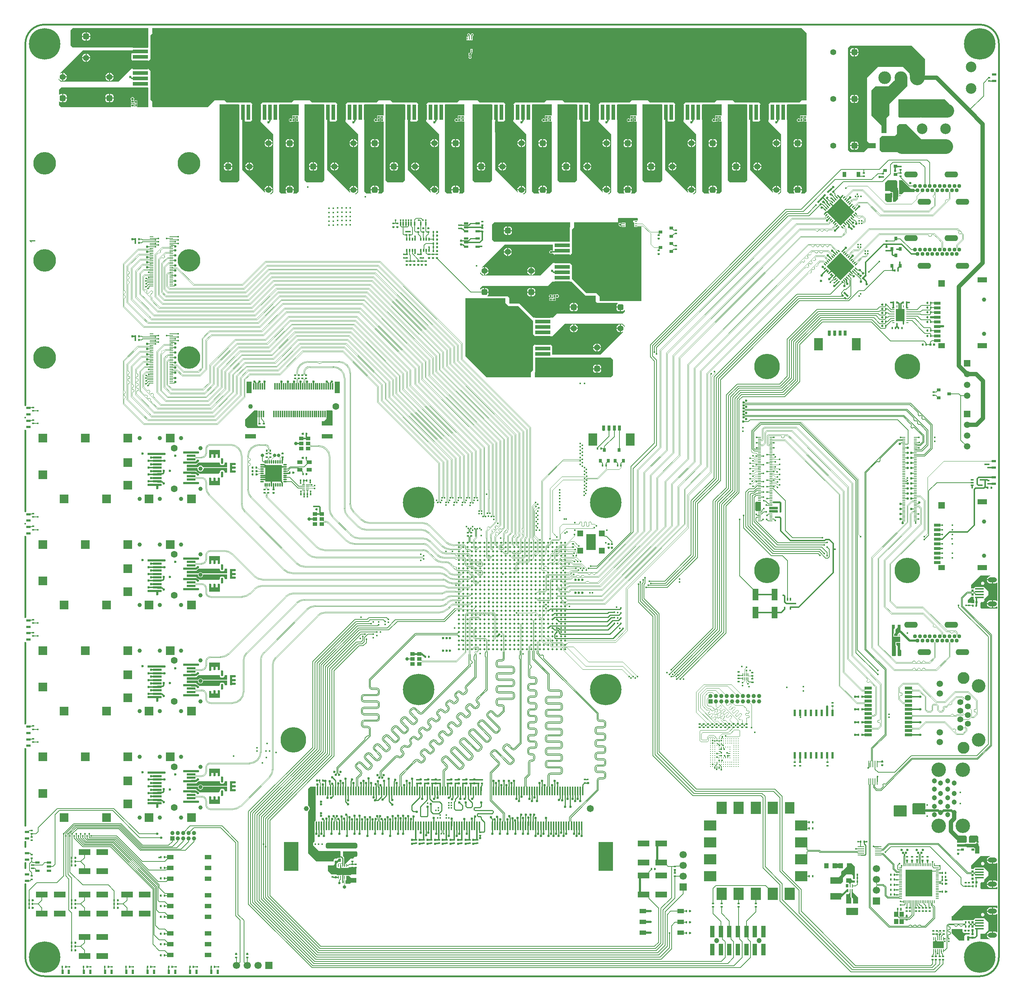
<source format=gtl>
G04*
G04 #@! TF.GenerationSoftware,Altium Limited,Altium Designer,22.10.1 (41)*
G04*
G04 Layer_Physical_Order=1*
G04 Layer_Color=255*
%FSAX44Y44*%
%MOMM*%
G71*
G04*
G04 #@! TF.SameCoordinates,2053E68C-710D-41D8-94DE-5FDD911E3308*
G04*
G04*
G04 #@! TF.FilePolarity,Positive*
G04*
G01*
G75*
%ADD10C,0.2500*%
%ADD11C,0.2000*%
%ADD13C,0.5000*%
%ADD14C,0.1000*%
%ADD15C,0.3000*%
%ADD16C,0.4000*%
%ADD40R,0.9300X0.2300*%
G04:AMPARAMS|DCode=41|XSize=0.85mm|YSize=3.6mm|CornerRadius=0.051mm|HoleSize=0mm|Usage=FLASHONLY|Rotation=90.000|XOffset=0mm|YOffset=0mm|HoleType=Round|Shape=RoundedRectangle|*
%AMROUNDEDRECTD41*
21,1,0.8500,3.4980,0,0,90.0*
21,1,0.7480,3.6000,0,0,90.0*
1,1,0.1020,1.7490,0.3740*
1,1,0.1020,1.7490,-0.3740*
1,1,0.1020,-1.7490,-0.3740*
1,1,0.1020,-1.7490,0.3740*
%
%ADD41ROUNDEDRECTD41*%
G04:AMPARAMS|DCode=42|XSize=0.85mm|YSize=3.6mm|CornerRadius=0.051mm|HoleSize=0mm|Usage=FLASHONLY|Rotation=180.000|XOffset=0mm|YOffset=0mm|HoleType=Round|Shape=RoundedRectangle|*
%AMROUNDEDRECTD42*
21,1,0.8500,3.4980,0,0,180.0*
21,1,0.7480,3.6000,0,0,180.0*
1,1,0.1020,-0.3740,1.7490*
1,1,0.1020,0.3740,1.7490*
1,1,0.1020,0.3740,-1.7490*
1,1,0.1020,-0.3740,-1.7490*
%
%ADD42ROUNDEDRECTD42*%
G04:AMPARAMS|DCode=43|XSize=1.5376mm|YSize=0.2525mm|CornerRadius=0.1262mm|HoleSize=0mm|Usage=FLASHONLY|Rotation=270.000|XOffset=0mm|YOffset=0mm|HoleType=Round|Shape=RoundedRectangle|*
%AMROUNDEDRECTD43*
21,1,1.5376,0.0000,0,0,270.0*
21,1,1.2851,0.2525,0,0,270.0*
1,1,0.2525,0.0000,-0.6425*
1,1,0.2525,0.0000,0.6425*
1,1,0.2525,0.0000,0.6425*
1,1,0.2525,0.0000,-0.6425*
%
%ADD43ROUNDEDRECTD43*%
%ADD44R,0.2525X1.5376*%
%ADD45R,0.3800X0.4800*%
%ADD46R,1.6000X0.7000*%
%ADD47R,2.2000X1.2000*%
%ADD48R,1.5000X1.2000*%
%ADD49R,1.5000X1.6000*%
%ADD50R,1.0000X1.2000*%
%ADD51R,2.1000X0.4000*%
%ADD52R,1.9000X1.9000*%
%ADD53R,0.4800X0.3800*%
%ADD56R,3.0000X1.6000*%
%ADD57R,1.0000X1.2500*%
%ADD58R,2.5000X1.0000*%
%ADD59R,1.2000X2.0700*%
%ADD60R,0.3500X2.0000*%
%ADD61R,3.5000X6.8000*%
%ADD62R,2.0000X0.6000*%
%ADD63R,0.3000X1.5500*%
%ADD64R,1.2000X2.7500*%
%ADD65R,0.8000X1.3000*%
%ADD66R,2.1000X3.0000*%
%ADD67R,1.0000X2.7500*%
%ADD68R,2.5000X1.5000*%
%ADD69R,1.5000X1.1000*%
%ADD70R,2.8000X1.4000*%
%ADD71R,1.7800X0.6400*%
%ADD72C,0.6000*%
G04:AMPARAMS|DCode=73|XSize=0.25mm|YSize=0.6mm|CornerRadius=0.0063mm|HoleSize=0mm|Usage=FLASHONLY|Rotation=0.000|XOffset=0mm|YOffset=0mm|HoleType=Round|Shape=RoundedRectangle|*
%AMROUNDEDRECTD73*
21,1,0.2500,0.5875,0,0,0.0*
21,1,0.2375,0.6000,0,0,0.0*
1,1,0.0125,0.1188,-0.2938*
1,1,0.0125,-0.1188,-0.2938*
1,1,0.0125,-0.1188,0.2938*
1,1,0.0125,0.1188,0.2938*
%
%ADD73ROUNDEDRECTD73*%
%ADD74R,2.4000X1.6500*%
%ADD75R,0.4000X0.8000*%
%ADD76R,0.2800X0.8500*%
%ADD77R,0.2800X0.7500*%
%ADD78O,0.2000X0.7000*%
%ADD79O,0.7000X0.2000*%
%ADD80R,0.8000X0.5500*%
G04:AMPARAMS|DCode=81|XSize=1.5376mm|YSize=0.2525mm|CornerRadius=0.1262mm|HoleSize=0mm|Usage=FLASHONLY|Rotation=0.000|XOffset=0mm|YOffset=0mm|HoleType=Round|Shape=RoundedRectangle|*
%AMROUNDEDRECTD81*
21,1,1.5376,0.0000,0,0,0.0*
21,1,1.2851,0.2525,0,0,0.0*
1,1,0.2525,0.6425,0.0000*
1,1,0.2525,-0.6425,0.0000*
1,1,0.2525,-0.6425,0.0000*
1,1,0.2525,0.6425,0.0000*
%
%ADD81ROUNDEDRECTD81*%
%ADD82R,1.5376X0.2525*%
G04:AMPARAMS|DCode=83|XSize=2.8mm|YSize=2.3mm|CornerRadius=0mm|HoleSize=0mm|Usage=FLASHONLY|Rotation=0.000|XOffset=0mm|YOffset=0mm|HoleType=Round|Shape=RoundedRectangle|*
%AMROUNDEDRECTD83*
21,1,2.8000,2.3000,0,0,0.0*
21,1,2.8000,2.3000,0,0,0.0*
1,1,0.0000,1.4000,-1.1500*
1,1,0.0000,-1.4000,-1.1500*
1,1,0.0000,-1.4000,1.1500*
1,1,0.0000,1.4000,1.1500*
%
%ADD83ROUNDEDRECTD83*%
%ADD84R,2.3000X2.8000*%
G04:AMPARAMS|DCode=85|XSize=2.8mm|YSize=2.3mm|CornerRadius=0mm|HoleSize=0mm|Usage=FLASHONLY|Rotation=270.000|XOffset=0mm|YOffset=0mm|HoleType=Round|Shape=RoundedRectangle|*
%AMROUNDEDRECTD85*
21,1,2.8000,2.3000,0,0,270.0*
21,1,2.8000,2.3000,0,0,270.0*
1,1,0.0000,-1.1500,-1.4000*
1,1,0.0000,-1.1500,1.4000*
1,1,0.0000,1.1500,1.4000*
1,1,0.0000,1.1500,-1.4000*
%
%ADD85ROUNDEDRECTD85*%
G04:AMPARAMS|DCode=86|XSize=0.8397mm|YSize=0.2225mm|CornerRadius=0.1112mm|HoleSize=0mm|Usage=FLASHONLY|Rotation=270.000|XOffset=0mm|YOffset=0mm|HoleType=Round|Shape=RoundedRectangle|*
%AMROUNDEDRECTD86*
21,1,0.8397,0.0000,0,0,270.0*
21,1,0.6172,0.2225,0,0,270.0*
1,1,0.2225,0.0000,-0.3086*
1,1,0.2225,0.0000,0.3086*
1,1,0.2225,0.0000,0.3086*
1,1,0.2225,0.0000,-0.3086*
%
%ADD86ROUNDEDRECTD86*%
%ADD87R,0.2225X0.8397*%
%ADD88R,0.6000X1.6500*%
%ADD89R,0.6000X0.2900*%
%ADD90R,0.2900X0.6000*%
G04:AMPARAMS|DCode=92|XSize=0.3mm|YSize=0.725mm|CornerRadius=0mm|HoleSize=0mm|Usage=FLASHONLY|Rotation=135.000|XOffset=0mm|YOffset=0mm|HoleType=Round|Shape=Round|*
%AMOVALD92*
21,1,0.4250,0.3000,0.0000,0.0000,225.0*
1,1,0.3000,0.1503,0.1503*
1,1,0.3000,-0.1503,-0.1503*
%
%ADD92OVALD92*%

G04:AMPARAMS|DCode=93|XSize=0.3mm|YSize=0.725mm|CornerRadius=0mm|HoleSize=0mm|Usage=FLASHONLY|Rotation=225.000|XOffset=0mm|YOffset=0mm|HoleType=Round|Shape=Round|*
%AMOVALD93*
21,1,0.4250,0.3000,0.0000,0.0000,315.0*
1,1,0.3000,-0.1503,0.1503*
1,1,0.3000,0.1503,-0.1503*
%
%ADD93OVALD93*%

%ADD94R,0.3500X0.2500*%
%ADD95O,0.9000X0.3000*%
%ADD96O,0.3000X0.9000*%
%ADD97R,0.7000X0.2000*%
%ADD98R,0.6250X0.2500*%
%ADD100R,1.0000X0.5000*%
%ADD101R,2.2000X3.7000*%
%ADD102R,1.4000X1.4000*%
%ADD103R,1.2000X0.9500*%
%ADD104R,1.1000X0.9000*%
%ADD105R,0.6000X0.5500*%
%ADD106R,1.1000X0.5500*%
%ADD107R,4.2400X3.8100*%
%ADD108R,0.9500X0.6500*%
%ADD109C,0.2500*%
%ADD110R,1.2500X1.0000*%
%ADD111R,1.0000X2.5000*%
%ADD112R,0.9100X1.2200*%
%ADD113R,0.2000X0.7000*%
%ADD114R,0.8000X0.4000*%
G04:AMPARAMS|DCode=115|XSize=0.48mm|YSize=0.38mm|CornerRadius=0mm|HoleSize=0mm|Usage=FLASHONLY|Rotation=45.000|XOffset=0mm|YOffset=0mm|HoleType=Round|Shape=Rectangle|*
%AMROTATEDRECTD115*
4,1,4,-0.0354,-0.3041,-0.3041,-0.0354,0.0354,0.3041,0.3041,0.0354,-0.0354,-0.3041,0.0*
%
%ADD115ROTATEDRECTD115*%

G04:AMPARAMS|DCode=116|XSize=0.48mm|YSize=0.38mm|CornerRadius=0mm|HoleSize=0mm|Usage=FLASHONLY|Rotation=135.000|XOffset=0mm|YOffset=0mm|HoleType=Round|Shape=Rectangle|*
%AMROTATEDRECTD116*
4,1,4,0.3041,-0.0354,0.0354,-0.3041,-0.3041,0.0354,-0.0354,0.3041,0.3041,-0.0354,0.0*
%
%ADD116ROTATEDRECTD116*%

%ADD117R,0.2500X0.6250*%
%ADD119R,0.8000X0.6300*%
%ADD120R,0.6300X0.8000*%
%ADD121R,0.2500X0.3500*%
%ADD122R,0.5500X1.1000*%
%ADD123R,0.6500X0.9500*%
%ADD124R,0.5500X1.0000*%
%ADD125R,1.4000X2.8000*%
%ADD126C,0.4500*%
%ADD167R,2.5000X1.6000*%
%ADD183R,1.7000X1.7000*%
%ADD201R,1.7000X1.7000*%
%ADD213C,1.1000*%
%ADD216C,1.5000*%
%ADD221C,1.7000*%
%ADD222C,1.2000*%
%ADD223C,1.6000*%
%ADD234R,1.6000X1.6000*%
%ADD240C,0.1138*%
%ADD241C,0.1885*%
%ADD242C,0.2490*%
%ADD243C,0.1465*%
G04:AMPARAMS|DCode=244|XSize=9.126mm|YSize=13.37mm|CornerRadius=0.0456mm|HoleSize=0mm|Usage=FLASHONLY|Rotation=90.000|XOffset=0mm|YOffset=0mm|HoleType=Round|Shape=RoundedRectangle|*
%AMROUNDEDRECTD244*
21,1,9.1260,13.2787,0,0,90.0*
21,1,9.0347,13.3700,0,0,90.0*
1,1,0.0913,6.6394,4.5174*
1,1,0.0913,6.6394,-4.5174*
1,1,0.0913,-6.6394,-4.5174*
1,1,0.0913,-6.6394,4.5174*
%
%ADD244ROUNDEDRECTD244*%
G04:AMPARAMS|DCode=245|XSize=9.126mm|YSize=13.37mm|CornerRadius=0.0456mm|HoleSize=0mm|Usage=FLASHONLY|Rotation=180.000|XOffset=0mm|YOffset=0mm|HoleType=Round|Shape=RoundedRectangle|*
%AMROUNDEDRECTD245*
21,1,9.1260,13.2787,0,0,180.0*
21,1,9.0347,13.3700,0,0,180.0*
1,1,0.0913,-4.5174,6.6394*
1,1,0.0913,4.5174,6.6394*
1,1,0.0913,4.5174,-6.6394*
1,1,0.0913,-4.5174,-6.6394*
%
%ADD245ROUNDEDRECTD245*%
%ADD246R,0.5500X0.6000*%
%ADD247R,0.3000X0.3000*%
%ADD248C,0.5000*%
%ADD249R,6.3000X6.3000*%
%ADD250R,2.0000X3.0000*%
%ADD251P,6.5761X4X180.0*%
%ADD252R,1.2000X1.6000*%
%ADD253P,6.5761X4X270.0*%
%ADD254R,4.0000X4.0000*%
%ADD255R,1.6000X1.6000*%
%ADD256R,1.6000X1.2000*%
%ADD257C,0.8000*%
%ADD258C,3.5000*%
%ADD259C,1.0000*%
%ADD260C,3.0000*%
%ADD261C,3.2000*%
%ADD262C,0.1500*%
%ADD263C,0.1460*%
%ADD264C,0.1660*%
%ADD265C,0.2494*%
%ADD266C,0.1150*%
%ADD267C,0.6000*%
%ADD268R,0.3000X0.8000*%
%ADD269C,2.5000*%
%ADD270C,3.0000*%
%ADD271C,1.0000*%
%ADD272O,2.1500X1.2000*%
%ADD273C,1.4000*%
G04:AMPARAMS|DCode=274|XSize=1.4mm|YSize=1.4mm|CornerRadius=0.35mm|HoleSize=0mm|Usage=FLASHONLY|Rotation=270.000|XOffset=0mm|YOffset=0mm|HoleType=Round|Shape=RoundedRectangle|*
%AMROUNDEDRECTD274*
21,1,1.4000,0.7000,0,0,270.0*
21,1,0.7000,1.4000,0,0,270.0*
1,1,0.7000,-0.3500,-0.3500*
1,1,0.7000,-0.3500,0.3500*
1,1,0.7000,0.3500,0.3500*
1,1,0.7000,0.3500,-0.3500*
%
%ADD274ROUNDEDRECTD274*%
%ADD275C,6.0000*%
%ADD276C,1.6500*%
%ADD277C,1.1500*%
%ADD278C,3.2000*%
%ADD279C,2.8000*%
%ADD280C,3.4000*%
%ADD281R,2.5000X2.5000*%
%ADD282R,2.0000X2.0000*%
%ADD283C,7.4000*%
%ADD284R,1.0000X1.0000*%
%ADD285C,5.3000*%
%ADD286R,1.5000X1.5000*%
%ADD287O,3.2000X1.4000*%
%ADD288C,0.9500*%
G04:AMPARAMS|DCode=289|XSize=1.4mm|YSize=1.4mm|CornerRadius=0.35mm|HoleSize=0mm|Usage=FLASHONLY|Rotation=0.000|XOffset=0mm|YOffset=0mm|HoleType=Round|Shape=RoundedRectangle|*
%AMROUNDEDRECTD289*
21,1,1.4000,0.7000,0,0,0.0*
21,1,0.7000,1.4000,0,0,0.0*
1,1,0.7000,0.3500,-0.3500*
1,1,0.7000,-0.3500,-0.3500*
1,1,0.7000,-0.3500,0.3500*
1,1,0.7000,0.3500,0.3500*
%
%ADD289ROUNDEDRECTD289*%
%ADD290C,0.4500*%
%ADD291C,0.4000*%
G36*
X00294000Y02192000D02*
X00293000Y02191000D01*
X00116000D01*
X00111000Y02196000D01*
X00111000Y02232000D01*
X00116000Y02237000D01*
X00294000D01*
X00294000Y02192000D01*
D02*
G37*
G36*
X01843000Y02225000D02*
Y02067000D01*
X01831000D01*
X01826000Y02062000D01*
X01758000D01*
X01753000Y02057000D01*
Y02017000D01*
X01783000Y01987000D01*
Y01851000D01*
X01778000Y01846000D01*
X01776239D01*
X01775959Y01847270D01*
X01777858Y01848366D01*
X01779634Y01850142D01*
X01780890Y01852318D01*
X01781536Y01854730D01*
X01762464D01*
X01763110Y01852318D01*
X01763973Y01850823D01*
X01762957Y01850043D01*
X01710000Y01903000D01*
Y02055000D01*
X01716000D01*
Y02018000D01*
X01717000Y02017000D01*
X01730000D01*
X01734000Y02021000D01*
Y02058000D01*
X01730000Y02062000D01*
X01674000D01*
X01669000Y02067000D01*
X01631000D01*
X01626000Y02062000D01*
X01558000D01*
X01553000Y02057000D01*
Y02017000D01*
X01583000Y01987000D01*
Y01851000D01*
X01578000Y01846000D01*
X01576239D01*
X01575959Y01847270D01*
X01577858Y01848366D01*
X01579634Y01850142D01*
X01580890Y01852318D01*
X01581536Y01854730D01*
X01562464D01*
X01563110Y01852318D01*
X01563973Y01850823D01*
X01562957Y01850043D01*
X01510000Y01903000D01*
Y02055000D01*
X01516000D01*
Y02018000D01*
X01517000Y02017000D01*
X01530000D01*
X01534000Y02021000D01*
Y02058000D01*
X01530000Y02062000D01*
X01474000D01*
X01469000Y02067000D01*
X01431000D01*
X01426000Y02062000D01*
X01358000D01*
X01353000Y02057000D01*
Y02017000D01*
X01383000Y01987000D01*
Y01851000D01*
X01378000Y01846000D01*
X01376239D01*
X01375959Y01847270D01*
X01377858Y01848366D01*
X01379634Y01850142D01*
X01380890Y01852318D01*
X01381536Y01854730D01*
X01362464D01*
X01363110Y01852318D01*
X01363973Y01850823D01*
X01362957Y01850043D01*
X01310000Y01903000D01*
Y02055000D01*
X01316000D01*
Y02018000D01*
X01317000Y02017000D01*
X01330000D01*
X01334000Y02021000D01*
Y02058000D01*
X01330000Y02062000D01*
X01274000D01*
X01269000Y02067000D01*
X01231000D01*
X01226000Y02062000D01*
X01158000D01*
X01153000Y02057000D01*
Y02017000D01*
X01183000Y01987000D01*
Y01851000D01*
X01178000Y01846000D01*
X01176239D01*
X01175959Y01847270D01*
X01177858Y01848366D01*
X01179634Y01850142D01*
X01180890Y01852318D01*
X01181536Y01854730D01*
X01162464D01*
X01163110Y01852318D01*
X01163973Y01850823D01*
X01162957Y01850043D01*
X01110000Y01903000D01*
Y02055000D01*
X01116000D01*
Y02018000D01*
X01117000Y02017000D01*
X01130000D01*
X01134000Y02021000D01*
Y02058000D01*
X01130000Y02062000D01*
X01074000D01*
X01069000Y02067000D01*
X01026000D01*
X01021000Y02062000D01*
X00953000D01*
X00948000Y02057000D01*
Y02017000D01*
X00978000Y01987000D01*
Y01851000D01*
X00973000Y01846000D01*
X00971239D01*
X00970959Y01847270D01*
X00972858Y01848366D01*
X00974634Y01850142D01*
X00975890Y01852318D01*
X00976536Y01854730D01*
X00957464D01*
X00958110Y01852318D01*
X00958973Y01850823D01*
X00957957Y01850043D01*
X00905000Y01903000D01*
Y02055000D01*
X00911000D01*
Y02018000D01*
X00912000Y02017000D01*
X00925000D01*
X00929000Y02021000D01*
Y02058000D01*
X00925000Y02062000D01*
X00869000D01*
X00864000Y02067000D01*
X00836000D01*
X00831000Y02062000D01*
X00763000D01*
X00758000Y02057000D01*
Y02017000D01*
X00788000Y01987000D01*
Y01851000D01*
X00783000Y01846000D01*
X00781239D01*
X00780959Y01847270D01*
X00782858Y01848366D01*
X00784634Y01850142D01*
X00785890Y01852318D01*
X00786536Y01854730D01*
X00767464D01*
X00768110Y01852318D01*
X00768973Y01850823D01*
X00767957Y01850043D01*
X00715000Y01903000D01*
Y02055000D01*
X00721000D01*
Y02018000D01*
X00722001Y02017000D01*
X00735000D01*
X00739000Y02021000D01*
Y02058000D01*
X00735000Y02062000D01*
X00679000D01*
X00674000Y02067000D01*
X00636000D01*
X00631000Y02062000D01*
X00563000D01*
X00558000Y02057000D01*
Y02017000D01*
X00588000Y01987000D01*
Y01851000D01*
X00583000Y01846000D01*
X00581239D01*
X00580959Y01847270D01*
X00582858Y01848366D01*
X00584634Y01850142D01*
X00585890Y01852318D01*
X00586536Y01854730D01*
X00567464D01*
X00568110Y01852318D01*
X00568973Y01850823D01*
X00567957Y01850043D01*
X00515000Y01903000D01*
Y02055000D01*
X00521000D01*
Y02018000D01*
X00522001Y02017000D01*
X00535000D01*
X00539000Y02021000D01*
Y02058000D01*
X00535000Y02062000D01*
X00479000D01*
X00474000Y02067000D01*
X00450000D01*
X00434000Y02051000D01*
X00304000D01*
Y02063000D01*
X00299000Y02068000D01*
Y02136000D01*
X00294000Y02141000D01*
X00254000D01*
X00224000Y02111000D01*
X00088000D01*
X00083000Y02116000D01*
Y02117760D01*
X00084270Y02118041D01*
X00085366Y02116142D01*
X00087142Y02114366D01*
X00089318Y02113110D01*
X00091730Y02112464D01*
Y02122000D01*
Y02131536D01*
X00089318Y02130890D01*
X00087823Y02130027D01*
X00087043Y02131043D01*
X00140000Y02184000D01*
X00292000D01*
Y02178000D01*
X00255000Y02178000D01*
X00254000Y02177000D01*
Y02164000D01*
X00254500Y02163500D01*
X00254500Y02163500D01*
X00258000Y02160000D01*
X00295000D01*
X00299000Y02164000D01*
Y02220000D01*
X00304000Y02225000D01*
Y02237000D01*
X01831000D01*
X01843000Y02225000D01*
D02*
G37*
G36*
X02121000Y02164000D02*
Y02125697D01*
X02119730Y02125444D01*
X02118544Y02128308D01*
X02116624Y02131181D01*
X02114181Y02133624D01*
X02111308Y02135544D01*
X02108116Y02136866D01*
X02104727Y02137540D01*
X02104270D01*
Y02120000D01*
X02101730D01*
Y02137540D01*
X02101272D01*
X02097884Y02136866D01*
X02094692Y02135544D01*
X02091819Y02133624D01*
X02089376Y02131181D01*
X02087456Y02128308D01*
X02086270Y02125444D01*
X02085000Y02125697D01*
Y02130000D01*
X02070000Y02145000D01*
X02010000D01*
X01985000Y02120000D01*
Y01971000D01*
X01990000Y01966000D01*
X02003093D01*
X02003983Y01965094D01*
X02003774Y01954000D01*
X01987000D01*
X01978000Y01945000D01*
X01945000D01*
X01940000Y01950000D01*
Y02190000D01*
X01945000Y02195000D01*
X02090000D01*
X02121000Y02164000D01*
D02*
G37*
G36*
X02066170Y02102460D02*
X02066628D01*
X02070016Y02103134D01*
X02073208Y02104456D01*
X02076081Y02106376D01*
X02078524Y02108819D01*
X02078785Y02109209D01*
X02080000Y02108840D01*
Y02100000D01*
X02054000Y02074000D01*
X02037000Y02057000D01*
Y02031000D01*
X02031000Y02025000D01*
Y01990000D01*
X02019000D01*
Y02007000D01*
X01995000Y02031000D01*
Y02090000D01*
X02005000Y02100000D01*
X02036000D01*
X02048060Y02112061D01*
X02049147Y02111844D01*
X02049409Y02111613D01*
X02051276Y02108819D01*
X02053719Y02106376D01*
X02056592Y02104456D01*
X02059784Y02103134D01*
X02063172Y02102460D01*
X02063630D01*
Y02120000D01*
X02066170D01*
Y02102460D01*
D02*
G37*
G36*
X00293000Y02097000D02*
X00294000Y02096000D01*
Y02051000D01*
X00268972D01*
X00267950Y02051600D01*
X00267950Y02052270D01*
Y02058400D01*
X00267950D01*
X00267950Y02059601D01*
X00267950D01*
Y02066400D01*
X00262150D01*
Y02065040D01*
X00260400D01*
Y02065900D01*
X00260353D01*
X00259827Y02067170D01*
X00260391Y02067734D01*
X00261000Y02069205D01*
Y02070796D01*
X00260391Y02072266D01*
X00259266Y02073391D01*
X00257796Y02074000D01*
X00256205D01*
X00254734Y02073391D01*
X00253609Y02072266D01*
X00253000Y02070796D01*
Y02069205D01*
X00253609Y02067734D01*
X00254173Y02067170D01*
X00253647Y02065900D01*
X00253600D01*
Y02060100D01*
X00260400D01*
Y02060961D01*
X00262150D01*
Y02059601D01*
X00262150D01*
X00262150Y02058400D01*
X00262150D01*
X00262150Y02052626D01*
X00260880Y02051809D01*
X00260426Y02052016D01*
X00260400Y02052200D01*
X00260400D01*
Y02058000D01*
X00253600D01*
Y02052200D01*
X00253600D01*
X00253433Y02051000D01*
X00089000D01*
X00084000Y02056000D01*
Y02063748D01*
X00085270Y02064062D01*
X00087143Y02062810D01*
X00089500Y02062342D01*
X00091730D01*
Y02072000D01*
Y02081658D01*
X00089500D01*
X00087143Y02081190D01*
X00085270Y02079938D01*
X00084000Y02080252D01*
Y02092000D01*
X00089000Y02097000D01*
X00293000Y02097000D01*
D02*
G37*
G36*
X01038000Y02031972D02*
X01037400Y02030950D01*
X01036730Y02030950D01*
X01030600D01*
Y02030950D01*
X01029399D01*
Y02030950D01*
X01022599D01*
Y02025150D01*
X01023960D01*
Y02023400D01*
X01023100D01*
Y02023353D01*
X01021830Y02022827D01*
X01021265Y02023391D01*
X01019795Y02024000D01*
X01018204D01*
X01016734Y02023391D01*
X01015609Y02022266D01*
X01015000Y02020796D01*
Y02019205D01*
X01015609Y02017734D01*
X01016734Y02016609D01*
X01018204Y02016000D01*
X01019795D01*
X01021265Y02016609D01*
X01021830Y02017173D01*
X01023100Y02016647D01*
Y02016600D01*
X01028900D01*
Y02023400D01*
X01028039D01*
Y02025150D01*
X01029399D01*
Y02025150D01*
X01030600D01*
Y02025150D01*
X01036374Y02025150D01*
X01037191Y02023880D01*
X01036983Y02023426D01*
X01036799Y02023400D01*
Y02023400D01*
X01031000D01*
Y02016600D01*
X01036799D01*
Y02016600D01*
X01038000Y02016432D01*
Y01852000D01*
X01033000Y01847000D01*
X01025252D01*
X01024938Y01848270D01*
X01026189Y01850143D01*
X01026658Y01852500D01*
Y01854730D01*
X01007342D01*
Y01852500D01*
X01007810Y01850143D01*
X01009062Y01848270D01*
X01008748Y01847000D01*
X00997000D01*
X00992000Y01852000D01*
Y02056000D01*
X00993000Y02057000D01*
X01038000D01*
Y02031972D01*
D02*
G37*
G36*
X01843000Y02031972D02*
X01842400Y02030950D01*
X01841730Y02030950D01*
X01835600D01*
Y02030950D01*
X01834400D01*
Y02030950D01*
X01827600D01*
Y02025150D01*
X01828961D01*
Y02023400D01*
X01828100D01*
Y02023353D01*
X01826830Y02022827D01*
X01826266Y02023391D01*
X01824795Y02024000D01*
X01823204D01*
X01821734Y02023391D01*
X01820609Y02022266D01*
X01820000Y02020796D01*
Y02019205D01*
X01820609Y02017734D01*
X01821734Y02016609D01*
X01823204Y02016000D01*
X01824795D01*
X01826266Y02016609D01*
X01826830Y02017173D01*
X01828100Y02016647D01*
Y02016600D01*
X01833900D01*
Y02023400D01*
X01833039D01*
Y02025150D01*
X01834400D01*
Y02025150D01*
X01835600D01*
Y02025150D01*
X01841374Y02025150D01*
X01842191Y02023880D01*
X01841984Y02023426D01*
X01841799Y02023400D01*
Y02023400D01*
X01836000D01*
Y02016600D01*
X01841799D01*
Y02016600D01*
X01843000Y02016432D01*
Y01852000D01*
X01838000Y01847000D01*
X01830252D01*
X01829938Y01848270D01*
X01831190Y01850143D01*
X01831658Y01852500D01*
Y01854730D01*
X01812342D01*
Y01852500D01*
X01812811Y01850143D01*
X01814062Y01848270D01*
X01813748Y01847000D01*
X01802000D01*
X01797000Y01852000D01*
Y02056000D01*
X01798000Y02057000D01*
X01843000D01*
Y02031972D01*
D02*
G37*
G36*
X01643000D02*
X01642400Y02030950D01*
X01641730Y02030950D01*
X01635600D01*
Y02030950D01*
X01634400D01*
Y02030950D01*
X01627600D01*
Y02025150D01*
X01628961D01*
Y02023400D01*
X01628100D01*
Y02023353D01*
X01626830Y02022827D01*
X01626266Y02023391D01*
X01624795Y02024000D01*
X01623204D01*
X01621734Y02023391D01*
X01620609Y02022266D01*
X01620000Y02020796D01*
Y02019205D01*
X01620609Y02017734D01*
X01621734Y02016609D01*
X01623204Y02016000D01*
X01624795D01*
X01626266Y02016609D01*
X01626830Y02017173D01*
X01628100Y02016647D01*
Y02016600D01*
X01633900D01*
Y02023400D01*
X01633039D01*
Y02025150D01*
X01634400D01*
Y02025150D01*
X01635600D01*
Y02025150D01*
X01641374Y02025150D01*
X01642191Y02023880D01*
X01641984Y02023426D01*
X01641800Y02023400D01*
Y02023400D01*
X01636000D01*
Y02016600D01*
X01641800D01*
Y02016600D01*
X01643000Y02016432D01*
Y01852000D01*
X01638000Y01847000D01*
X01630252D01*
X01629938Y01848270D01*
X01631190Y01850143D01*
X01631658Y01852500D01*
Y01854730D01*
X01612342D01*
Y01852500D01*
X01612811Y01850143D01*
X01614062Y01848270D01*
X01613748Y01847000D01*
X01602000D01*
X01597000Y01852000D01*
Y02056000D01*
X01598000Y02057000D01*
X01643000D01*
Y02031972D01*
D02*
G37*
G36*
X01443000D02*
X01442400Y02030950D01*
X01441730Y02030950D01*
X01435600D01*
Y02030950D01*
X01434400D01*
Y02030950D01*
X01427599D01*
Y02025150D01*
X01428960D01*
Y02023400D01*
X01428100D01*
Y02023353D01*
X01426830Y02022827D01*
X01426266Y02023391D01*
X01424795Y02024000D01*
X01423204D01*
X01421734Y02023391D01*
X01420609Y02022266D01*
X01420000Y02020796D01*
Y02019205D01*
X01420609Y02017734D01*
X01421734Y02016609D01*
X01423204Y02016000D01*
X01424795D01*
X01426266Y02016609D01*
X01426830Y02017173D01*
X01428100Y02016647D01*
Y02016600D01*
X01433900D01*
Y02023400D01*
X01433039D01*
Y02025150D01*
X01434400D01*
Y02025150D01*
X01435600D01*
Y02025150D01*
X01441374Y02025150D01*
X01442191Y02023880D01*
X01441984Y02023426D01*
X01441799Y02023400D01*
Y02023400D01*
X01436000D01*
Y02016600D01*
X01441799D01*
Y02016600D01*
X01443000Y02016432D01*
Y01852000D01*
X01438000Y01847000D01*
X01430252D01*
X01429938Y01848270D01*
X01431190Y01850143D01*
X01431658Y01852500D01*
Y01854730D01*
X01412342D01*
Y01852500D01*
X01412811Y01850143D01*
X01414062Y01848270D01*
X01413748Y01847000D01*
X01402000D01*
X01397000Y01852000D01*
Y02056000D01*
X01398000Y02057000D01*
X01443000D01*
Y02031972D01*
D02*
G37*
G36*
X01243000D02*
X01242400Y02030950D01*
X01241730Y02030950D01*
X01235600D01*
Y02030950D01*
X01234400Y02030950D01*
Y02030950D01*
X01227600D01*
Y02025150D01*
X01228960D01*
Y02023400D01*
X01228100D01*
Y02023353D01*
X01226830Y02022827D01*
X01226266Y02023391D01*
X01224795Y02024000D01*
X01223204D01*
X01221734Y02023391D01*
X01220609Y02022266D01*
X01220000Y02020796D01*
Y02019205D01*
X01220609Y02017734D01*
X01221734Y02016609D01*
X01223204Y02016000D01*
X01224795D01*
X01226266Y02016609D01*
X01226830Y02017173D01*
X01228100Y02016647D01*
Y02016600D01*
X01233900D01*
Y02023400D01*
X01233039D01*
Y02025150D01*
X01234400D01*
Y02025150D01*
X01235600Y02025150D01*
Y02025150D01*
X01241374Y02025150D01*
X01242191Y02023880D01*
X01241984Y02023426D01*
X01241800Y02023400D01*
Y02023400D01*
X01236000D01*
Y02016600D01*
X01241800D01*
Y02016600D01*
X01243000Y02016432D01*
Y01852000D01*
X01238000Y01847000D01*
X01230252D01*
X01229938Y01848270D01*
X01231190Y01850143D01*
X01231658Y01852500D01*
Y01854730D01*
X01212342D01*
Y01852500D01*
X01212811Y01850143D01*
X01214062Y01848270D01*
X01213748Y01847000D01*
X01202000D01*
X01197000Y01852000D01*
Y02056000D01*
X01198000Y02057000D01*
X01243000D01*
Y02031972D01*
D02*
G37*
G36*
X00848000D02*
X00847400Y02030950D01*
X00846730Y02030950D01*
X00840600D01*
Y02030950D01*
X00839400Y02030950D01*
Y02030950D01*
X00832600D01*
Y02025150D01*
X00833961D01*
Y02023400D01*
X00833100D01*
Y02023353D01*
X00831830Y02022827D01*
X00831266Y02023391D01*
X00829796Y02024000D01*
X00828204D01*
X00826734Y02023391D01*
X00825609Y02022266D01*
X00825000Y02020796D01*
Y02019205D01*
X00825609Y02017734D01*
X00826734Y02016609D01*
X00828204Y02016000D01*
X00829796D01*
X00831266Y02016609D01*
X00831830Y02017173D01*
X00833100Y02016647D01*
Y02016600D01*
X00838900D01*
Y02023400D01*
X00838039D01*
Y02025150D01*
X00839400D01*
Y02025150D01*
X00840600Y02025150D01*
Y02025150D01*
X00846374Y02025150D01*
X00847191Y02023880D01*
X00846984Y02023426D01*
X00846800Y02023400D01*
Y02023400D01*
X00841000D01*
Y02016600D01*
X00846800D01*
Y02016600D01*
X00848000Y02016432D01*
Y01852000D01*
X00843000Y01847000D01*
X00835253D01*
X00834938Y01848270D01*
X00836190Y01850143D01*
X00836658Y01852500D01*
Y01854730D01*
X00817342D01*
Y01852500D01*
X00817811Y01850143D01*
X00819062Y01848270D01*
X00818748Y01847000D01*
X00807000D01*
X00802000Y01852000D01*
Y02056000D01*
X00803000Y02057000D01*
X00848000D01*
Y02031972D01*
D02*
G37*
G36*
X00648000Y02031971D02*
X00647400Y02030950D01*
X00646730Y02030950D01*
X00640600D01*
Y02030950D01*
X00639400Y02030950D01*
Y02030950D01*
X00632600D01*
Y02025150D01*
X00633961D01*
Y02023400D01*
X00633100D01*
Y02023353D01*
X00631830Y02022827D01*
X00631266Y02023391D01*
X00629795Y02024000D01*
X00628204D01*
X00626734Y02023391D01*
X00625609Y02022266D01*
X00625000Y02020796D01*
Y02019204D01*
X00625609Y02017734D01*
X00626734Y02016609D01*
X00628204Y02016000D01*
X00629795D01*
X00631266Y02016609D01*
X00631830Y02017173D01*
X00633100Y02016647D01*
Y02016600D01*
X00638900D01*
Y02023400D01*
X00638039D01*
Y02025150D01*
X00639400D01*
Y02025150D01*
X00640600Y02025150D01*
Y02025150D01*
X00646374Y02025150D01*
X00647191Y02023880D01*
X00646984Y02023426D01*
X00646800Y02023400D01*
Y02023400D01*
X00641000D01*
Y02016600D01*
X00646800D01*
Y02016600D01*
X00648000Y02016432D01*
Y01852000D01*
X00643000Y01847000D01*
X00635252D01*
X00634938Y01848270D01*
X00636190Y01850143D01*
X00636659Y01852500D01*
Y01854730D01*
X00617342D01*
Y01852500D01*
X00617811Y01850143D01*
X00619062Y01848270D01*
X00618748Y01847000D01*
X00607000D01*
X00602000Y01852000D01*
Y02056000D01*
X00603000Y02057000D01*
X00648000D01*
Y02031971D01*
D02*
G37*
G36*
X02178000Y02059000D02*
Y02057040D01*
X02170770D01*
Y02042000D01*
X02169500D01*
Y02040730D01*
X02154460D01*
Y02026960D01*
X02153711Y02026000D01*
X02117665D01*
X02117540Y02027270D01*
X02118887Y02027538D01*
X02121624Y02028672D01*
X02124087Y02030318D01*
X02126182Y02032412D01*
X02127828Y02034876D01*
X02128962Y02037613D01*
X02129540Y02040519D01*
Y02040730D01*
X02114500D01*
X02099460D01*
Y02040519D01*
X02100038Y02037613D01*
X02101171Y02034876D01*
X02102817Y02032412D01*
X02104912Y02030318D01*
X02107375Y02028672D01*
X02110113Y02027538D01*
X02111459Y02027270D01*
X02111334Y02026000D01*
X02061000D01*
X02059000Y02028000D01*
Y02069000D01*
X02168000D01*
X02178000Y02059000D01*
D02*
G37*
G36*
X02113787Y01974213D02*
X02113301Y01973040D01*
X02113018D01*
X02110113Y01972462D01*
X02107375Y01971328D01*
X02104912Y01969682D01*
X02102817Y01967587D01*
X02101171Y01965124D01*
X02100038Y01962387D01*
X02099460Y01959481D01*
Y01959270D01*
X02114500D01*
X02129540D01*
Y01959481D01*
X02128962Y01962387D01*
X02127828Y01965124D01*
X02126182Y01967587D01*
X02124087Y01969682D01*
X02123934Y01969785D01*
X02124303Y01971000D01*
X02159697D01*
X02160065Y01969785D01*
X02159912Y01969682D01*
X02157817Y01967587D01*
X02156171Y01965124D01*
X02155038Y01962387D01*
X02154460Y01959481D01*
Y01959270D01*
X02169500D01*
Y01956730D01*
X02154460D01*
Y01956519D01*
X02155038Y01953613D01*
X02156171Y01950876D01*
X02157817Y01948412D01*
X02159912Y01946318D01*
X02160065Y01946215D01*
X02159697Y01945000D01*
X02124303D01*
X02123934Y01946215D01*
X02124087Y01946318D01*
X02126182Y01948412D01*
X02127828Y01950876D01*
X02128962Y01953613D01*
X02129540Y01956519D01*
Y01956730D01*
X02114500D01*
X02099460D01*
Y01956519D01*
X02100038Y01953613D01*
X02101171Y01950876D01*
X02102817Y01948412D01*
X02104912Y01946318D01*
X02105065Y01946215D01*
X02104697Y01945000D01*
X02020000D01*
X02015000Y01950000D01*
Y01978000D01*
X02020000Y01983000D01*
X02050000D01*
X02055000Y01988000D01*
Y02006000D01*
X02060000Y02010999D01*
X02077000D01*
X02113787Y01974213D01*
D02*
G37*
G36*
X01103000Y02056000D02*
Y01879000D01*
X01098000Y01874000D01*
X01062000D01*
X01057000Y01879000D01*
Y02057000D01*
X01102000D01*
X01103000Y02056000D01*
D02*
G37*
G36*
X00898000D02*
Y01879000D01*
X00893000Y01874000D01*
X00857000D01*
X00852000Y01879000D01*
Y02057000D01*
X00897000D01*
X00898000Y02056000D01*
D02*
G37*
G36*
X00708000D02*
Y01879000D01*
X00703000Y01874000D01*
X00667000D01*
X00662000Y01879000D01*
Y02057000D01*
X00707000D01*
X00708000Y02056000D01*
D02*
G37*
G36*
X01703000Y02056000D02*
Y01879000D01*
X01698000Y01874000D01*
X01662000D01*
X01657000Y01879000D01*
Y02057000D01*
X01702000D01*
X01703000Y02056000D01*
D02*
G37*
G36*
X01503000D02*
Y01879000D01*
X01498000Y01874000D01*
X01462000D01*
X01457000Y01879000D01*
Y02057000D01*
X01502000D01*
X01503000Y02056000D01*
D02*
G37*
G36*
X01303000D02*
Y01879000D01*
X01298000Y01874000D01*
X01262000D01*
X01257000Y01879000D01*
Y02057000D01*
X01302000D01*
X01303000Y02056000D01*
D02*
G37*
G36*
X00508000D02*
Y01879000D01*
X00503000Y01874000D01*
X00467000D01*
X00462000Y01879000D01*
Y02057000D01*
X00507000D01*
X00508000Y02056000D01*
D02*
G37*
G36*
X02088000Y01858000D02*
X02095742D01*
X02096716Y01856730D01*
X02096593Y01856270D01*
X02103800D01*
Y01853730D01*
X02096593D01*
X02096984Y01852270D01*
X02096992Y01852034D01*
X02096295Y01851000D01*
X02071000D01*
X02066000Y01846000D01*
X02060000D01*
Y01879000D01*
X02067000D01*
X02088000Y01858000D01*
D02*
G37*
G36*
X02056000Y01876000D02*
Y01862000D01*
X02058000Y01860000D01*
Y01835000D01*
X02051000Y01828000D01*
X02046000D01*
Y01850000D01*
X02045000Y01851000D01*
X02041000D01*
X02039000Y01853000D01*
X02027000D01*
Y01873000D01*
X02033000Y01879000D01*
X02053000Y01879000D01*
X02056000Y01876000D01*
D02*
G37*
G36*
X02044000Y01839000D02*
X02043000Y01838000D01*
Y01828000D01*
X02042000Y01827000D01*
X02032000D01*
X02027000Y01832000D01*
Y01847000D01*
X02038000D01*
X02040000Y01849000D01*
X02044000D01*
Y01839000D01*
D02*
G37*
G36*
X01446000Y01789000D02*
Y01785000D01*
X01445000Y01784000D01*
X01436000D01*
X01435000Y01783000D01*
Y01780000D01*
X01436589D01*
X01437000Y01778900D01*
Y01778400D01*
X01437000D01*
Y01773900D01*
X01437000D01*
X01437000Y01773400D01*
X01437000D01*
Y01768900D01*
X01445250D01*
Y01769527D01*
X01454000D01*
Y01594000D01*
X01356000D01*
Y01605000D01*
X01348000Y01613000D01*
X01325000Y01613000D01*
X01291000Y01647000D01*
X01291000Y01668000D01*
X01291000Y01679000D01*
X01286000Y01684000D01*
X01246000D01*
X01216000Y01654000D01*
X01080000Y01654000D01*
X01075000Y01659000D01*
Y01660760D01*
X01076270Y01661041D01*
X01077366Y01659142D01*
X01079142Y01657366D01*
X01081318Y01656110D01*
X01083730Y01655464D01*
Y01665000D01*
Y01674536D01*
X01081318Y01673890D01*
X01079823Y01673027D01*
X01079043Y01674043D01*
X01132000Y01727000D01*
X01245000D01*
X01246000Y01726000D01*
Y01720000D01*
Y01712832D01*
X01244268D01*
X01244000Y01713100D01*
X01242530Y01713709D01*
X01240939D01*
X01239469Y01713100D01*
X01238343Y01711975D01*
X01237734Y01710504D01*
Y01708913D01*
X01238343Y01707443D01*
X01239469Y01706318D01*
X01240939Y01705709D01*
X01242530D01*
X01244000Y01706318D01*
X01244730Y01707048D01*
X01245872Y01707005D01*
X01246171Y01706829D01*
X01250000Y01703000D01*
X01287000D01*
X01291000Y01707000D01*
Y01763000D01*
X01296000Y01768000D01*
X01296000Y01780000D01*
X01417000Y01780000D01*
X01417000Y01780000D01*
X01399000D01*
Y01789000D01*
X01400000Y01790000D01*
X01445000D01*
X01446000Y01789000D01*
D02*
G37*
G36*
X01286000Y01735000D02*
X01285000Y01734000D01*
X01108000D01*
X01103000Y01739000D01*
Y01775000D01*
X01108000Y01780000D01*
X01286000Y01780000D01*
Y01735000D01*
D02*
G37*
G36*
X01323000Y01607000D02*
X01347000D01*
Y01593000D01*
X01350000Y01590000D01*
X01398070D01*
X01398456Y01588730D01*
X01397145Y01587854D01*
X01395811Y01585857D01*
X01395342Y01583500D01*
Y01581270D01*
X01405000D01*
Y01580000D01*
X01406270D01*
Y01570342D01*
X01408500D01*
X01410857Y01570810D01*
X01412855Y01572145D01*
X01413730Y01573456D01*
X01415000Y01573070D01*
Y01570000D01*
X01410000Y01565000D01*
X01256000D01*
X01246000Y01555000D01*
X01200000D01*
X01167000Y01588000D01*
X01143000D01*
Y01602000D01*
X01140000Y01605000D01*
X01091930D01*
X01091545Y01606270D01*
X01092855Y01607145D01*
X01094190Y01609143D01*
X01094658Y01611500D01*
Y01613730D01*
X01085000D01*
Y01615000D01*
X01083730D01*
Y01624658D01*
X01081500D01*
X01079143Y01624189D01*
X01077145Y01622854D01*
X01076270Y01621544D01*
X01075000Y01621930D01*
Y01625000D01*
X01080000Y01630000D01*
X01234000D01*
X01244000Y01640000D01*
X01290000D01*
X01323000Y01607000D01*
D02*
G37*
G36*
X01134000Y01590000D02*
X01142000Y01582000D01*
X01165000Y01582000D01*
X01199000Y01548000D01*
X01199000Y01527000D01*
X01199000Y01516000D01*
X01204000Y01511000D01*
X01244000D01*
X01274000Y01541000D01*
X01410000Y01541000D01*
X01415000Y01536000D01*
Y01534239D01*
X01413730Y01533959D01*
X01412634Y01535858D01*
X01410858Y01537634D01*
X01408682Y01538890D01*
X01406270Y01539536D01*
Y01530000D01*
Y01520464D01*
X01408682Y01521110D01*
X01410177Y01521973D01*
X01410957Y01520957D01*
X01358000Y01468000D01*
X01245000D01*
X01244000Y01469000D01*
Y01473000D01*
Y01488000D01*
X01240000Y01492000D01*
X01203000D01*
X01199000Y01488000D01*
Y01432000D01*
X01194000Y01427000D01*
X01194000Y01415000D01*
X01090000D01*
X01040000Y01465000D01*
Y01601000D01*
X01134000D01*
Y01590000D01*
D02*
G37*
G36*
X01387000Y01456000D02*
Y01420000D01*
X01382000Y01415000D01*
X01204000Y01415000D01*
Y01460000D01*
X01205000Y01461000D01*
X01382000D01*
X01387000Y01456000D01*
D02*
G37*
G36*
X00728000Y01336000D02*
Y01301000D01*
X00702000D01*
Y01311000D01*
X00707000D01*
X00713000Y01317000D01*
Y01337000D01*
X00727000D01*
X00728000Y01336000D01*
D02*
G37*
G36*
X00551000Y01302000D02*
X00553000Y01300000D01*
X00569000D01*
Y01295000D01*
X00528000D01*
X00522000Y01301000D01*
Y01316000D01*
X00543000Y01337000D01*
X00551000D01*
Y01302000D01*
D02*
G37*
G36*
X00480000Y01203000D02*
X00423497D01*
X00423246Y01203606D01*
X00422099Y01205099D01*
X00420606Y01206245D01*
X00418867Y01206966D01*
X00417000Y01207212D01*
X00415134Y01206966D01*
X00413394Y01206245D01*
X00411901Y01205099D01*
X00410755Y01203606D01*
X00410504Y01203000D01*
X00385000D01*
Y01209000D01*
X00407000Y01209000D01*
X00412000Y01214000D01*
X00462000D01*
X00463000Y01213000D01*
Y01210000D01*
X00465000Y01208000D01*
X00471000D01*
X00474000Y01211000D01*
Y01214000D01*
X00480000D01*
Y01203000D01*
D02*
G37*
G36*
Y01190000D02*
X00474000D01*
X00474000Y01193000D01*
X00471000Y01196000D01*
X00465000Y01196000D01*
X00463000Y01194000D01*
X00463000Y01191000D01*
X00460000Y01188000D01*
X00414501Y01188000D01*
X00414391Y01188266D01*
X00413266Y01189391D01*
X00412145Y01189855D01*
X00407000Y01195000D01*
X00385000Y01195000D01*
Y01201000D01*
X00408957D01*
X00409794Y01200045D01*
X00409788Y01200000D01*
X00410034Y01198133D01*
X00410755Y01196394D01*
X00411901Y01194901D01*
X00413394Y01193755D01*
X00415134Y01193034D01*
X00417000Y01192788D01*
X00418867Y01193034D01*
X00420606Y01193755D01*
X00422099Y01194901D01*
X00423246Y01196394D01*
X00423966Y01198133D01*
X00424212Y01200000D01*
X00424206Y01200045D01*
X00425043Y01201000D01*
X00480000D01*
Y01190000D01*
D02*
G37*
G36*
X01775000Y01109000D02*
Y01105000D01*
X01774000Y01104000D01*
X01755000D01*
Y01110000D01*
X01774000D01*
X01775000Y01109000D01*
D02*
G37*
G36*
X01735000Y01100000D02*
X01724000D01*
X01722000Y01102000D01*
Y01120000D01*
X01724000Y01122000D01*
X01735000D01*
Y01100000D01*
D02*
G37*
G36*
X01775000Y01101000D02*
Y01097000D01*
X01774000Y01096000D01*
X01755000D01*
Y01102000D01*
X01774000D01*
X01775000Y01101000D01*
D02*
G37*
G36*
X00480000Y00953000D02*
X00422252D01*
X00422087Y00953399D01*
X00420399Y00955087D01*
X00418194Y00956000D01*
X00415807D01*
X00413601Y00955087D01*
X00411913Y00953399D01*
X00411748Y00953000D01*
X00385000D01*
Y00959000D01*
X00407000Y00959000D01*
X00412000Y00964000D01*
X00462000D01*
X00463000Y00963000D01*
Y00960000D01*
X00465000Y00958000D01*
X00471000D01*
X00474000Y00961000D01*
Y00964000D01*
X00480000D01*
Y00953000D01*
D02*
G37*
G36*
Y00940000D02*
X00474000D01*
X00474000Y00943000D01*
X00471000Y00946000D01*
X00465000Y00946000D01*
X00463000Y00944000D01*
X00463000Y00941000D01*
X00460000Y00938000D01*
X00414501Y00938000D01*
X00414391Y00938266D01*
X00413266Y00939391D01*
X00412145Y00939855D01*
X00407000Y00945000D01*
X00385000Y00945000D01*
Y00951000D01*
X00411000D01*
Y00948807D01*
X00411913Y00946601D01*
X00413601Y00944913D01*
X00415807Y00944000D01*
X00418194D01*
X00420399Y00944913D01*
X00422087Y00946601D01*
X00423000Y00948807D01*
Y00951000D01*
X00480000D01*
Y00940000D01*
D02*
G37*
G36*
X02274235Y00946730D02*
X02273021Y00946570D01*
X02270943Y00945710D01*
X02269159Y00944341D01*
X02267790Y00942557D01*
X02266930Y00940479D01*
X02266803Y00939520D01*
X02280000D01*
Y00938250D01*
X02281270D01*
Y00929636D01*
X02284750D01*
X02286979Y00929930D01*
X02289057Y00930790D01*
X02290416Y00931833D01*
X02291686Y00931277D01*
Y00888723D01*
X02290416Y00888167D01*
X02289057Y00889210D01*
X02286979Y00890070D01*
X02284750Y00890364D01*
X02281270D01*
Y00881750D01*
Y00873136D01*
X02284750D01*
X02286979Y00873430D01*
X02289057Y00874290D01*
X02290416Y00875333D01*
X02291686Y00874777D01*
Y00870000D01*
X02254000D01*
X02252000Y00872000D01*
Y00884000D01*
X02254672Y00886672D01*
X02254734Y00886609D01*
X02256204Y00886000D01*
X02257796D01*
X02259266Y00886609D01*
X02260391Y00887734D01*
X02261000Y00889204D01*
Y00890796D01*
X02260391Y00892266D01*
X02260328Y00892328D01*
X02270000Y00902000D01*
Y00911000D01*
X02260000Y00921000D01*
X02239000D01*
X02236000Y00918000D01*
X02230000D01*
Y00926000D01*
X02252000Y00948000D01*
X02274151D01*
X02274235Y00946730D01*
D02*
G37*
G36*
X02236000Y00892000D02*
X02237000Y00891000D01*
Y00883000D01*
X02231000D01*
X02230000Y00884000D01*
X02222000D01*
Y00890000D01*
X02230000Y00898000D01*
X02236000D01*
Y00892000D01*
D02*
G37*
G36*
X02063800Y00817000D02*
X02056800Y00810000D01*
X02056800Y00806000D01*
X02048800Y00806000D01*
Y00810000D01*
X02051800Y00813000D01*
Y00821000D01*
X02056800Y00826000D01*
Y00832000D01*
X02063800D01*
Y00817000D01*
D02*
G37*
G36*
X02062800Y00775000D02*
X02065800Y00772000D01*
X02065800Y00760000D01*
X02064800Y00759000D01*
X02057800Y00759000D01*
X02056800Y00760000D01*
Y00782000D01*
X02053800Y00785000D01*
Y00790000D01*
X02062800D01*
Y00775000D01*
D02*
G37*
G36*
X02049800Y00824000D02*
X02047800Y00822000D01*
Y00812000D01*
X02046800Y00811000D01*
Y00804000D01*
X02062800Y00804000D01*
X02062800Y00792000D01*
X02051800Y00792000D01*
Y00783000D01*
X02052800Y00782000D01*
Y00760000D01*
X02051800Y00759000D01*
X02044800D01*
X02043800Y00760000D01*
Y00779000D01*
Y00832000D01*
X02049800D01*
Y00824000D01*
D02*
G37*
G36*
X00480000Y00703000D02*
X00422252D01*
X00422087Y00703399D01*
X00420399Y00705087D01*
X00418194Y00706000D01*
X00415807D01*
X00413601Y00705087D01*
X00411913Y00703399D01*
X00411748Y00703000D01*
X00385000D01*
Y00709000D01*
X00407000Y00709000D01*
X00412000Y00714000D01*
X00462000D01*
X00463000Y00713000D01*
Y00710000D01*
X00465000Y00708000D01*
X00471000D01*
X00474000Y00711000D01*
Y00714000D01*
X00480000D01*
Y00703000D01*
D02*
G37*
G36*
Y00690000D02*
X00474000D01*
X00474000Y00693000D01*
X00471000Y00696000D01*
X00465000Y00696000D01*
X00463000Y00694000D01*
X00463000Y00691000D01*
X00460000Y00688000D01*
X00414501Y00688000D01*
X00414391Y00688266D01*
X00413266Y00689391D01*
X00412144Y00689855D01*
X00407000Y00695000D01*
X00385000Y00695000D01*
Y00701000D01*
X00411000D01*
Y00698807D01*
X00411913Y00696601D01*
X00413601Y00694913D01*
X00415807Y00694000D01*
X00418194D01*
X00420399Y00694913D01*
X00422087Y00696601D01*
X00423000Y00698807D01*
Y00701000D01*
X00480000D01*
Y00690000D01*
D02*
G37*
G36*
X00480000Y00453000D02*
X00422252D01*
X00422087Y00453399D01*
X00420399Y00455087D01*
X00418194Y00456000D01*
X00415807D01*
X00413601Y00455087D01*
X00411913Y00453399D01*
X00411748Y00453000D01*
X00385000D01*
Y00459000D01*
X00407000Y00459000D01*
X00412000Y00464000D01*
X00462000D01*
X00463000Y00463000D01*
Y00460000D01*
X00465000Y00458000D01*
X00471000D01*
X00474000Y00461000D01*
Y00464000D01*
X00480000D01*
Y00453000D01*
D02*
G37*
G36*
Y00440000D02*
X00474000D01*
X00474000Y00443000D01*
X00471000Y00446000D01*
X00465000Y00446000D01*
X00463000Y00444000D01*
X00463000Y00441000D01*
X00460000Y00438000D01*
X00414501Y00438000D01*
X00414391Y00438266D01*
X00413266Y00439391D01*
X00412144Y00439856D01*
X00407000Y00445000D01*
X00385000Y00445000D01*
Y00451000D01*
X00411000D01*
Y00448806D01*
X00411913Y00446601D01*
X00413601Y00444913D01*
X00415807Y00444000D01*
X00418194D01*
X00420399Y00444913D01*
X00422087Y00446601D01*
X00423000Y00448806D01*
Y00451000D01*
X00480000D01*
Y00440000D01*
D02*
G37*
G36*
X02122000Y00411000D02*
Y00399078D01*
X02108000D01*
X02106439Y00398768D01*
X02105116Y00397884D01*
X02105116Y00397884D01*
X02104116Y00396884D01*
X02103232Y00395561D01*
X02102922Y00394000D01*
X02103232Y00392439D01*
X02104116Y00391116D01*
X02105439Y00390232D01*
X02107000Y00389922D01*
X02108561Y00390232D01*
X02109593Y00390922D01*
X02122000D01*
Y00387000D01*
X02121000Y00386000D01*
X02093000D01*
X02092000Y00387000D01*
Y00411000D01*
X02093000Y00412000D01*
X02121000D01*
X02122000Y00411000D01*
D02*
G37*
G36*
X02078000Y00406000D02*
Y00382000D01*
X02077000Y00381000D01*
X02049000D01*
X02048000Y00382000D01*
Y00406000D01*
X02049000Y00407000D01*
X02077000D01*
X02078000Y00406000D01*
D02*
G37*
G36*
X02246750Y00333500D02*
Y00321500D01*
X02240750D01*
X02238250Y00319000D01*
X02226250D01*
X02224250Y00321000D01*
Y00333500D01*
X02226750Y00336000D01*
X02244250D01*
X02246750Y00333500D01*
D02*
G37*
G36*
X02219250D02*
Y00321000D01*
X02217250Y00319000D01*
X02205250D01*
X02204750Y00319500D01*
X02196750D01*
Y00333500D01*
X02199250Y00336000D01*
X02216750D01*
X02219250Y00333500D01*
D02*
G37*
G36*
X00786000Y00316000D02*
Y00309000D01*
X00783000Y00306000D01*
X00715000D01*
X00712000Y00309000D01*
Y00316000D01*
X00715000Y00319000D01*
X00783000D01*
X00786000Y00316000D01*
D02*
G37*
G36*
X02246750Y00313500D02*
X02249250Y00311000D01*
X02249250Y00294500D01*
X02248250Y00293500D01*
X02240250D01*
X02239250Y00294500D01*
X02239250Y00305000D01*
X02239000Y00305250D01*
Y00306750D01*
X02237500D01*
X02236250Y00308000D01*
X02220250D01*
X02218750Y00309500D01*
X02196750Y00309500D01*
Y00315500D01*
X02213750D01*
X02215250Y00317000D01*
X02240750D01*
X02241750Y00318000D01*
X02246750D01*
Y00313500D01*
D02*
G37*
G36*
X00688000Y00372000D02*
X00685000Y00369000D01*
Y00322000D01*
X00682000Y00319000D01*
Y00313000D01*
X00695000Y00300000D01*
X00745000D01*
X00746000Y00299000D01*
Y00285000D01*
X00745000Y00284000D01*
X00740000D01*
X00738000Y00282000D01*
X00733000D01*
X00730000Y00279000D01*
Y00275000D01*
X00690000D01*
X00670000Y00295000D01*
Y00393051D01*
X00671100Y00393786D01*
X00672214Y00394900D01*
X00673089Y00396211D01*
X00673692Y00397666D01*
X00673922Y00398818D01*
X00674000Y00399212D01*
X00674000Y00400000D01*
X00674000Y00400000D01*
X00674000Y00400000D01*
X00674000Y00400788D01*
X00673924Y00401171D01*
X00673692Y00402333D01*
X00673089Y00403789D01*
X00672214Y00405100D01*
X00671100Y00406214D01*
X00670000Y00406949D01*
Y00446000D01*
X00675000Y00451000D01*
X00688000D01*
Y00372000D01*
D02*
G37*
G36*
X00786000Y00296000D02*
X00786000Y00289000D01*
X00783000Y00286000D01*
X00779000D01*
X00777000Y00284000D01*
Y00282000D01*
X00770000D01*
X00757000Y00269000D01*
Y00263000D01*
X00755000D01*
Y00285000D01*
X00752000Y00288000D01*
Y00299000D01*
X00783000D01*
X00786000Y00296000D01*
D02*
G37*
G36*
X00747000Y00274000D02*
X00741000D01*
X00737000Y00270000D01*
Y00262000D01*
X00739000Y00260000D01*
X00741172D01*
X00742151Y00258730D01*
X00742122Y00258619D01*
X00741378Y00258122D01*
X00740881Y00257378D01*
X00740706Y00256500D01*
X00740881Y00255622D01*
X00741378Y00254878D01*
X00742122Y00254381D01*
X00743000Y00254206D01*
X00744000D01*
X00744878Y00254381D01*
X00745622Y00254878D01*
X00747622Y00256878D01*
X00748119Y00257622D01*
X00748294Y00258500D01*
X00748294Y00258500D01*
Y00260000D01*
X00764000D01*
X00766000Y00262000D01*
X00784000D01*
Y00245000D01*
X00772000D01*
X00770000Y00243000D01*
X00753294D01*
Y00246500D01*
X00753119Y00247378D01*
X00752622Y00248122D01*
X00751878Y00248619D01*
X00751000Y00248794D01*
X00750122Y00248619D01*
X00749378Y00248122D01*
X00748881Y00247378D01*
X00748706Y00246500D01*
Y00243000D01*
X00739000D01*
X00737000Y00245000D01*
X00725000D01*
X00717000Y00253000D01*
Y00266000D01*
X00730000D01*
X00733000Y00269000D01*
Y00277000D01*
X00738000D01*
X00741000Y00280000D01*
Y00282000D01*
X00747000D01*
Y00274000D01*
D02*
G37*
G36*
X01956000Y00263000D02*
Y00234000D01*
X01952000D01*
Y00242000D01*
X01949000Y00245000D01*
X01936000D01*
X01928000Y00237000D01*
Y00228000D01*
X01923000Y00223000D01*
X01899000D01*
Y00238000D01*
X01918000D01*
X01924000Y00244000D01*
Y00251000D01*
X01926000D01*
X01938000Y00263000D01*
Y00271000D01*
X01948000D01*
X01956000Y00263000D01*
D02*
G37*
G36*
X02274235Y00286730D02*
X02273021Y00286570D01*
X02270943Y00285710D01*
X02269159Y00284341D01*
X02267790Y00282557D01*
X02266930Y00280479D01*
X02266803Y00279520D01*
X02280000D01*
Y00278250D01*
X02281270D01*
Y00269636D01*
X02284750D01*
X02286979Y00269930D01*
X02289057Y00270790D01*
X02290416Y00271833D01*
X02291686Y00271277D01*
Y00228723D01*
X02290416Y00228167D01*
X02289057Y00229210D01*
X02286979Y00230070D01*
X02284750Y00230364D01*
X02281270D01*
Y00221750D01*
Y00213136D01*
X02284750D01*
X02286979Y00213430D01*
X02289057Y00214290D01*
X02290416Y00215333D01*
X02291686Y00214777D01*
Y00210000D01*
X02254000D01*
X02252000Y00212000D01*
Y00224000D01*
X02254672Y00226672D01*
X02254734Y00226609D01*
X02256204Y00226000D01*
X02257796D01*
X02259266Y00226609D01*
X02260391Y00227734D01*
X02261000Y00229204D01*
Y00230796D01*
X02260391Y00232266D01*
X02260328Y00232328D01*
X02270000Y00242000D01*
Y00251000D01*
X02260000Y00261000D01*
X02239000D01*
X02236000Y00258000D01*
X02230000D01*
Y00266000D01*
X02252000Y00288000D01*
X02274151D01*
X02274235Y00286730D01*
D02*
G37*
G36*
X00772000Y00236000D02*
X00784000D01*
Y00225000D01*
X00771000D01*
X00769000Y00223000D01*
X00758000D01*
Y00230000D01*
X00760000Y00232000D01*
Y00240000D01*
X00761000Y00241000D01*
X00767000D01*
X00772000Y00236000D01*
D02*
G37*
G36*
X01948000Y00233000D02*
X01951000Y00230000D01*
X01956000D01*
Y00226000D01*
X01955000Y00225000D01*
X01948000D01*
X01946000Y00223000D01*
Y00214000D01*
X01944000D01*
Y00223000D01*
X01942000Y00225000D01*
X01936000D01*
Y00235000D01*
X01948000D01*
Y00233000D01*
D02*
G37*
G36*
X01941000Y00214000D02*
X01936000D01*
X01935000Y00215000D01*
Y00221000D01*
X01936000Y00222000D01*
X01941000D01*
Y00214000D01*
D02*
G37*
G36*
Y00203000D02*
X01937000D01*
X01924000Y00190000D01*
X01899000D01*
Y00200000D01*
X01928000D01*
X01938000Y00210000D01*
X01941000D01*
Y00203000D01*
D02*
G37*
G36*
X01951000D02*
X01964000Y00190000D01*
Y00176000D01*
X01952000D01*
Y00188000D01*
X01949000Y00191000D01*
Y00210000D01*
X01951000D01*
Y00203000D01*
D02*
G37*
G36*
X01946000Y00191000D02*
X01948000Y00189000D01*
Y00176000D01*
X01936000D01*
Y00198000D01*
X01941000D01*
X01944000Y00201000D01*
Y00210000D01*
X01946000D01*
Y00191000D01*
D02*
G37*
G36*
X02291686Y00165223D02*
X02290416Y00164667D01*
X02289057Y00165710D01*
X02286979Y00166570D01*
X02284750Y00166864D01*
X02281270D01*
Y00158250D01*
Y00149636D01*
X02284750D01*
X02286979Y00149930D01*
X02289057Y00150790D01*
X02290416Y00151833D01*
X02291686Y00151277D01*
Y00108723D01*
X02290416Y00108167D01*
X02289057Y00109210D01*
X02286979Y00110070D01*
X02284750Y00110364D01*
X02281270D01*
Y00101750D01*
X02280000D01*
Y00100480D01*
X02266803D01*
X02266930Y00099521D01*
X02267790Y00097443D01*
X02269159Y00095659D01*
X02270943Y00094290D01*
X02273021Y00093430D01*
X02274235Y00093270D01*
X02274151Y00092000D01*
X02252000D01*
Y00105000D01*
X02262000D01*
X02270000Y00113000D01*
Y00132000D01*
X02261000Y00141000D01*
X02239000D01*
X02236000Y00138000D01*
Y00137000D01*
X02211000D01*
X02210000Y00136000D01*
X02185000D01*
Y00146000D01*
X02210000Y00171000D01*
X02291686D01*
Y00165223D01*
D02*
G37*
G36*
X01964000Y00151000D02*
X01962000Y00149000D01*
X01938000D01*
X01936000Y00151000D01*
Y00166000D01*
X01964000D01*
Y00151000D01*
D02*
G37*
G36*
X02209000Y00110000D02*
X02212000Y00107000D01*
X02226000D01*
Y00103000D01*
X02217000D01*
X02213000Y00099000D01*
Y00089000D01*
X02202000D01*
X02185000Y00106000D01*
Y00116000D01*
X02209000D01*
Y00110000D01*
D02*
G37*
G36*
X02147000Y00093907D02*
Y00090000D01*
X02150000Y00087000D01*
X02165000D01*
Y00071000D01*
X02140000D01*
Y00087000D01*
X02143000D01*
X02145000Y00089000D01*
Y00094594D01*
X02146012Y00094784D01*
X02147000Y00093907D01*
D02*
G37*
G36*
X00028000Y01735166D02*
X00018723D01*
X00018742Y01735148D01*
X00018779Y01735111D01*
X00018834Y01735037D01*
X00018927Y01734926D01*
X00019038Y01734796D01*
X00019149Y01734648D01*
X00019279Y01734463D01*
X00019427Y01734259D01*
X00019575Y01734037D01*
X00019723Y01733796D01*
X00019890Y01733537D01*
X00020038Y01733259D01*
X00020316Y01732667D01*
X00020575Y01732000D01*
X00018353D01*
Y01732018D01*
X00018334Y01732037D01*
X00018316Y01732093D01*
X00018297Y01732167D01*
X00018205Y01732352D01*
X00018094Y01732611D01*
X00017945Y01732926D01*
X00017742Y01733278D01*
X00017483Y01733667D01*
X00017186Y01734074D01*
X00017168Y01734092D01*
X00017149Y01734129D01*
X00017094Y01734185D01*
X00017020Y01734259D01*
X00016834Y01734463D01*
X00016594Y01734685D01*
X00016298Y01734944D01*
X00015927Y01735203D01*
X00015538Y01735444D01*
X00015112Y01735629D01*
Y01737629D01*
X00028000D01*
Y01735166D01*
D02*
G37*
%LPC*%
G36*
X00151500Y02226658D02*
X00149270D01*
Y02218270D01*
X00157658D01*
Y02220500D01*
X00157190Y02222857D01*
X00155855Y02224855D01*
X00153857Y02226190D01*
X00151500Y02226658D01*
D02*
G37*
G36*
X00146730D02*
X00144500D01*
X00142143Y02226190D01*
X00140145Y02224855D01*
X00138811Y02222857D01*
X00138342Y02220500D01*
Y02218270D01*
X00146730D01*
Y02226658D01*
D02*
G37*
G36*
X00157658Y02215730D02*
X00149270D01*
Y02207342D01*
X00151500D01*
X00153857Y02207810D01*
X00155855Y02209145D01*
X00157190Y02211143D01*
X00157658Y02213500D01*
Y02215730D01*
D02*
G37*
G36*
X00146730D02*
X00138342D01*
Y02213500D01*
X00138811Y02211143D01*
X00140145Y02209145D01*
X00142143Y02207810D01*
X00144500Y02207342D01*
X00146730D01*
Y02215730D01*
D02*
G37*
G36*
X01056646Y02224250D02*
X01055353D01*
X01054159Y02223755D01*
X01053245Y02222841D01*
X01052750Y02221647D01*
Y02221630D01*
X01051946Y02221152D01*
X01051250Y02221630D01*
Y02221647D01*
X01050755Y02222841D01*
X01049841Y02223755D01*
X01048646Y02224250D01*
X01047354D01*
X01046159Y02223755D01*
X01045245Y02222841D01*
X01044750Y02221647D01*
Y02220354D01*
X01045245Y02219159D01*
X01046159Y02218245D01*
X01046588Y02218067D01*
X01046735Y02217520D01*
X01046209Y02216635D01*
X01045761Y02216250D01*
X01042250D01*
Y02208000D01*
X01045980D01*
X01046750Y02208000D01*
X01048020Y02208000D01*
X01051750Y02208000D01*
X01053020Y02208000D01*
X01056750D01*
Y02216250D01*
X01056539D01*
Y02217750D01*
X01056646D01*
X01057841Y02218245D01*
X01058755Y02219159D01*
X01059250Y02220354D01*
Y02221647D01*
X01058755Y02222841D01*
X01057841Y02223755D01*
X01056646Y02224250D01*
D02*
G37*
G36*
X00149270Y02176536D02*
Y02168270D01*
X00157536D01*
X00156890Y02170682D01*
X00155634Y02172858D01*
X00153858Y02174634D01*
X00151682Y02175890D01*
X00149270Y02176536D01*
D02*
G37*
G36*
X00146730D02*
X00144318Y02175890D01*
X00142142Y02174634D01*
X00140366Y02172858D01*
X00139110Y02170682D01*
X00138464Y02168270D01*
X00146730D01*
Y02176536D01*
D02*
G37*
G36*
X01056750Y02188000D02*
X01052250D01*
Y02179750D01*
X01051752Y02178686D01*
X01051466Y02178400D01*
X01048050D01*
Y02171600D01*
X01048483D01*
X01048734Y02170330D01*
X01048245Y02169841D01*
X01047750Y02168647D01*
Y02167354D01*
X01048245Y02166159D01*
X01049159Y02165245D01*
X01050354Y02164750D01*
X01051646D01*
X01052841Y02165245D01*
X01053755Y02166159D01*
X01054250Y02167354D01*
Y02168647D01*
X01053755Y02169841D01*
X01053266Y02170330D01*
X01053658Y02171600D01*
X01053850D01*
Y02175016D01*
X01055942Y02177108D01*
X01056384Y02177770D01*
X01056539Y02178550D01*
Y02179750D01*
X01056750D01*
Y02188000D01*
D02*
G37*
G36*
X00157536Y02165730D02*
X00149270D01*
Y02157464D01*
X00151682Y02158110D01*
X00153858Y02159366D01*
X00155634Y02161142D01*
X00156890Y02163318D01*
X00157536Y02165730D01*
D02*
G37*
G36*
X00146730D02*
X00138464D01*
X00139110Y02163318D01*
X00140366Y02161142D01*
X00142142Y02159366D01*
X00144318Y02158110D01*
X00146730Y02157464D01*
Y02165730D01*
D02*
G37*
G36*
X00204270Y02131536D02*
Y02123270D01*
X00212536D01*
X00211890Y02125682D01*
X00210634Y02127858D01*
X00208858Y02129634D01*
X00206682Y02130890D01*
X00204270Y02131536D01*
D02*
G37*
G36*
X00201730Y02131536D02*
X00199318Y02130890D01*
X00197142Y02129634D01*
X00195366Y02127858D01*
X00194110Y02125682D01*
X00193464Y02123270D01*
X00201730D01*
Y02131536D01*
D02*
G37*
G36*
X00094270D02*
Y02123270D01*
X00102536D01*
X00101890Y02125682D01*
X00100634Y02127858D01*
X00098858Y02129634D01*
X00096682Y02130890D01*
X00094270Y02131536D01*
D02*
G37*
G36*
X00102536Y02120730D02*
X00094270D01*
Y02112464D01*
X00096682Y02113110D01*
X00098858Y02114366D01*
X00100634Y02116142D01*
X00101890Y02118318D01*
X00102536Y02120730D01*
D02*
G37*
G36*
X00212536Y02120730D02*
X00204270D01*
Y02112464D01*
X00206682Y02113110D01*
X00208858Y02114366D01*
X00210634Y02116142D01*
X00211890Y02118318D01*
X00212536Y02120730D01*
D02*
G37*
G36*
X00201730D02*
X00193464D01*
X00194110Y02118318D01*
X00195366Y02116142D01*
X00197142Y02114366D01*
X00199318Y02113110D01*
X00201730Y02112464D01*
Y02120730D01*
D02*
G37*
G36*
X01373270Y01975536D02*
Y01967270D01*
X01381536D01*
X01380890Y01969682D01*
X01379634Y01971858D01*
X01377858Y01973634D01*
X01375682Y01974890D01*
X01373270Y01975536D01*
D02*
G37*
G36*
X01370730D02*
X01368318Y01974890D01*
X01366142Y01973634D01*
X01364366Y01971858D01*
X01363110Y01969682D01*
X01362464Y01967270D01*
X01370730D01*
Y01975536D01*
D02*
G37*
G36*
X01173270D02*
Y01967270D01*
X01181536D01*
X01180890Y01969682D01*
X01179634Y01971858D01*
X01177858Y01973634D01*
X01175682Y01974890D01*
X01173270Y01975536D01*
D02*
G37*
G36*
X01170730D02*
X01168318Y01974890D01*
X01166142Y01973634D01*
X01164366Y01971858D01*
X01163110Y01969682D01*
X01162464Y01967270D01*
X01170730D01*
Y01975536D01*
D02*
G37*
G36*
X00968270D02*
Y01967270D01*
X00976536D01*
X00975890Y01969682D01*
X00974634Y01971858D01*
X00972858Y01973634D01*
X00970682Y01974890D01*
X00968270Y01975536D01*
D02*
G37*
G36*
X00965730D02*
X00963318Y01974890D01*
X00961142Y01973634D01*
X00959366Y01971858D01*
X00958110Y01969682D01*
X00957464Y01967270D01*
X00965730D01*
Y01975536D01*
D02*
G37*
G36*
X00778270D02*
Y01967270D01*
X00786536D01*
X00785890Y01969682D01*
X00784634Y01971858D01*
X00782858Y01973634D01*
X00780682Y01974890D01*
X00778270Y01975536D01*
D02*
G37*
G36*
X00775730D02*
X00773318Y01974890D01*
X00771142Y01973634D01*
X00769366Y01971858D01*
X00768110Y01969682D01*
X00767464Y01967270D01*
X00775730D01*
Y01975536D01*
D02*
G37*
G36*
X01773270Y01975536D02*
Y01967270D01*
X01781536D01*
X01780890Y01969682D01*
X01779634Y01971858D01*
X01777858Y01973634D01*
X01775682Y01974890D01*
X01773270Y01975536D01*
D02*
G37*
G36*
X01770730D02*
X01768318Y01974890D01*
X01766142Y01973634D01*
X01764366Y01971858D01*
X01763110Y01969682D01*
X01762464Y01967270D01*
X01770730D01*
Y01975536D01*
D02*
G37*
G36*
X01573270D02*
Y01967270D01*
X01581536D01*
X01580890Y01969682D01*
X01579634Y01971858D01*
X01577858Y01973634D01*
X01575682Y01974890D01*
X01573270Y01975536D01*
D02*
G37*
G36*
X01570730D02*
X01568318Y01974890D01*
X01566142Y01973634D01*
X01564366Y01971858D01*
X01563110Y01969682D01*
X01562464Y01967270D01*
X01570730D01*
Y01975536D01*
D02*
G37*
G36*
X00578270D02*
Y01967270D01*
X00586536D01*
X00585890Y01969682D01*
X00584634Y01971858D01*
X00582858Y01973634D01*
X00580682Y01974890D01*
X00578270Y01975536D01*
D02*
G37*
G36*
X00575730D02*
X00573318Y01974890D01*
X00571143Y01973634D01*
X00569366Y01971858D01*
X00568110Y01969682D01*
X00567464Y01967270D01*
X00575730D01*
Y01975536D01*
D02*
G37*
G36*
X01381536Y01964730D02*
X01373270D01*
Y01956464D01*
X01375682Y01957110D01*
X01377858Y01958366D01*
X01379634Y01960142D01*
X01380890Y01962318D01*
X01381536Y01964730D01*
D02*
G37*
G36*
X01370730D02*
X01362464D01*
X01363110Y01962318D01*
X01364366Y01960142D01*
X01366142Y01958366D01*
X01368318Y01957110D01*
X01370730Y01956464D01*
Y01964730D01*
D02*
G37*
G36*
X01181536D02*
X01173270D01*
Y01956464D01*
X01175682Y01957110D01*
X01177858Y01958366D01*
X01179634Y01960142D01*
X01180890Y01962318D01*
X01181536Y01964730D01*
D02*
G37*
G36*
X01170730D02*
X01162464D01*
X01163110Y01962318D01*
X01164366Y01960142D01*
X01166142Y01958366D01*
X01168318Y01957110D01*
X01170730Y01956464D01*
Y01964730D01*
D02*
G37*
G36*
X00976536D02*
X00968270D01*
Y01956464D01*
X00970682Y01957110D01*
X00972858Y01958366D01*
X00974634Y01960142D01*
X00975890Y01962318D01*
X00976536Y01964730D01*
D02*
G37*
G36*
X00965730D02*
X00957464D01*
X00958110Y01962318D01*
X00959366Y01960142D01*
X00961142Y01958366D01*
X00963318Y01957110D01*
X00965730Y01956464D01*
Y01964730D01*
D02*
G37*
G36*
X00786536D02*
X00778270D01*
Y01956464D01*
X00780682Y01957110D01*
X00782858Y01958366D01*
X00784634Y01960142D01*
X00785890Y01962318D01*
X00786536Y01964730D01*
D02*
G37*
G36*
X00775730D02*
X00767464D01*
X00768110Y01962318D01*
X00769366Y01960142D01*
X00771142Y01958366D01*
X00773318Y01957110D01*
X00775730Y01956464D01*
Y01964730D01*
D02*
G37*
G36*
X01781536Y01964730D02*
X01773270D01*
Y01956464D01*
X01775682Y01957110D01*
X01777858Y01958366D01*
X01779634Y01960142D01*
X01780890Y01962318D01*
X01781536Y01964730D01*
D02*
G37*
G36*
X01770730D02*
X01762464D01*
X01763110Y01962318D01*
X01764366Y01960142D01*
X01766142Y01958366D01*
X01768318Y01957110D01*
X01770730Y01956464D01*
Y01964730D01*
D02*
G37*
G36*
X01581536D02*
X01573270D01*
Y01956464D01*
X01575682Y01957110D01*
X01577858Y01958366D01*
X01579634Y01960142D01*
X01580890Y01962318D01*
X01581536Y01964730D01*
D02*
G37*
G36*
X01570730D02*
X01562464D01*
X01563110Y01962318D01*
X01564366Y01960142D01*
X01566142Y01958366D01*
X01568318Y01957110D01*
X01570730Y01956464D01*
Y01964730D01*
D02*
G37*
G36*
X00586536D02*
X00578270D01*
Y01956464D01*
X00580682Y01957110D01*
X00582858Y01958366D01*
X00584634Y01960142D01*
X00585890Y01962318D01*
X00586536Y01964730D01*
D02*
G37*
G36*
X00575730D02*
X00567464D01*
X00568110Y01962318D01*
X00569366Y01960142D01*
X00571143Y01958366D01*
X00573318Y01957110D01*
X00575730Y01956464D01*
Y01964730D01*
D02*
G37*
G36*
X01728270Y01920536D02*
Y01912270D01*
X01736536D01*
X01735890Y01914682D01*
X01734634Y01916858D01*
X01732858Y01918634D01*
X01730682Y01919890D01*
X01728270Y01920536D01*
D02*
G37*
G36*
X01528270D02*
Y01912270D01*
X01536536D01*
X01535890Y01914682D01*
X01534634Y01916858D01*
X01532858Y01918634D01*
X01530682Y01919890D01*
X01528270Y01920536D01*
D02*
G37*
G36*
X00533270Y01920536D02*
Y01912270D01*
X00541536D01*
X00540890Y01914682D01*
X00539634Y01916858D01*
X00537858Y01918634D01*
X00535682Y01919890D01*
X00533270Y01920536D01*
D02*
G37*
G36*
X01128270D02*
Y01912270D01*
X01136536D01*
X01135890Y01914682D01*
X01134634Y01916858D01*
X01132858Y01918634D01*
X01130682Y01919890D01*
X01128270Y01920536D01*
D02*
G37*
G36*
X00923270Y01920536D02*
Y01912270D01*
X00931536D01*
X00930890Y01914682D01*
X00929634Y01916858D01*
X00927858Y01918634D01*
X00925682Y01919890D01*
X00923270Y01920536D01*
D02*
G37*
G36*
X00920730Y01920536D02*
X00918318Y01919890D01*
X00916142Y01918634D01*
X00914366Y01916858D01*
X00913110Y01914682D01*
X00912464Y01912270D01*
X00920730D01*
Y01920536D01*
D02*
G37*
G36*
X01125730D02*
X01123318Y01919890D01*
X01121142Y01918634D01*
X01119366Y01916858D01*
X01118110Y01914682D01*
X01117464Y01912270D01*
X01125730D01*
Y01920536D01*
D02*
G37*
G36*
X00530730Y01920536D02*
X00528318Y01919890D01*
X00526143Y01918634D01*
X00524366Y01916858D01*
X00523110Y01914682D01*
X00522464Y01912270D01*
X00530730D01*
Y01920536D01*
D02*
G37*
G36*
X01525730D02*
X01523318Y01919890D01*
X01521142Y01918634D01*
X01519366Y01916858D01*
X01518110Y01914682D01*
X01517464Y01912270D01*
X01525730D01*
Y01920536D01*
D02*
G37*
G36*
X01725730Y01920536D02*
X01723318Y01919890D01*
X01721142Y01918634D01*
X01719366Y01916858D01*
X01718110Y01914682D01*
X01717464Y01912270D01*
X01725730D01*
Y01920536D01*
D02*
G37*
G36*
X00733270Y01920536D02*
Y01912270D01*
X00741536D01*
X00740890Y01914682D01*
X00739634Y01916858D01*
X00737858Y01918634D01*
X00735682Y01919890D01*
X00733270Y01920536D01*
D02*
G37*
G36*
X01328270Y01920536D02*
Y01912270D01*
X01336536D01*
X01335890Y01914682D01*
X01334634Y01916858D01*
X01332858Y01918634D01*
X01330682Y01919890D01*
X01328270Y01920536D01*
D02*
G37*
G36*
X01325730D02*
X01323318Y01919890D01*
X01321142Y01918634D01*
X01319366Y01916858D01*
X01318110Y01914682D01*
X01317464Y01912270D01*
X01325730D01*
Y01920536D01*
D02*
G37*
G36*
X00730730D02*
X00728318Y01919890D01*
X00726142Y01918634D01*
X00724366Y01916858D01*
X00723110Y01914682D01*
X00722464Y01912270D01*
X00730730D01*
Y01920536D01*
D02*
G37*
G36*
X00741536Y01909730D02*
X00733270D01*
Y01901464D01*
X00735682Y01902110D01*
X00737858Y01903366D01*
X00739634Y01905142D01*
X00740890Y01907318D01*
X00741536Y01909730D01*
D02*
G37*
G36*
X01736536Y01909730D02*
X01728270D01*
Y01901464D01*
X01730682Y01902110D01*
X01732858Y01903366D01*
X01734634Y01905142D01*
X01735890Y01907318D01*
X01736536Y01909730D01*
D02*
G37*
G36*
X00920730D02*
X00912464D01*
X00913110Y01907318D01*
X00914366Y01905142D01*
X00916142Y01903366D01*
X00918318Y01902110D01*
X00920730Y01901464D01*
Y01909730D01*
D02*
G37*
G36*
X01336536Y01909730D02*
X01328270D01*
Y01901464D01*
X01330682Y01902110D01*
X01332858Y01903366D01*
X01334634Y01905142D01*
X01335890Y01907318D01*
X01336536Y01909730D01*
D02*
G37*
G36*
X01325730D02*
X01317464D01*
X01318110Y01907318D01*
X01319366Y01905142D01*
X01321142Y01903366D01*
X01323318Y01902110D01*
X01325730Y01901464D01*
Y01909730D01*
D02*
G37*
G36*
X01536536Y01909730D02*
X01528270D01*
Y01901464D01*
X01530682Y01902110D01*
X01532858Y01903366D01*
X01534634Y01905142D01*
X01535890Y01907318D01*
X01536536Y01909730D01*
D02*
G37*
G36*
X01125730D02*
X01117464D01*
X01118110Y01907318D01*
X01119366Y01905142D01*
X01121142Y01903366D01*
X01123318Y01902110D01*
X01125730Y01901464D01*
Y01909730D01*
D02*
G37*
G36*
X00730730Y01909730D02*
X00722464D01*
X00723110Y01907318D01*
X00724366Y01905142D01*
X00726142Y01903366D01*
X00728318Y01902110D01*
X00730730Y01901464D01*
Y01909730D01*
D02*
G37*
G36*
X00541536Y01909730D02*
X00533270D01*
Y01901464D01*
X00535682Y01902110D01*
X00537858Y01903366D01*
X00539634Y01905142D01*
X00540890Y01907318D01*
X00541536Y01909730D01*
D02*
G37*
G36*
X00530730D02*
X00522464D01*
X00523110Y01907318D01*
X00524366Y01905142D01*
X00526143Y01903366D01*
X00528318Y01902110D01*
X00530730Y01901464D01*
Y01909730D01*
D02*
G37*
G36*
X01136536D02*
X01128270D01*
Y01901464D01*
X01130682Y01902110D01*
X01132858Y01903366D01*
X01134634Y01905142D01*
X01135890Y01907318D01*
X01136536Y01909730D01*
D02*
G37*
G36*
X01525730D02*
X01517464D01*
X01518110Y01907318D01*
X01519366Y01905142D01*
X01521142Y01903366D01*
X01523318Y01902110D01*
X01525730Y01901464D01*
Y01909730D01*
D02*
G37*
G36*
X00931536D02*
X00923270D01*
Y01901464D01*
X00925682Y01902110D01*
X00927858Y01903366D01*
X00929634Y01905142D01*
X00930890Y01907318D01*
X00931536Y01909730D01*
D02*
G37*
G36*
X01725730D02*
X01717464D01*
X01718110Y01907318D01*
X01719366Y01905142D01*
X01721142Y01903366D01*
X01723318Y01902110D01*
X01725730Y01901464D01*
Y01909730D01*
D02*
G37*
G36*
X01373270Y01865536D02*
Y01857270D01*
X01381536D01*
X01380890Y01859682D01*
X01379634Y01861858D01*
X01377858Y01863634D01*
X01375682Y01864890D01*
X01373270Y01865536D01*
D02*
G37*
G36*
X01370730D02*
X01368318Y01864890D01*
X01366142Y01863634D01*
X01364366Y01861858D01*
X01363110Y01859682D01*
X01362464Y01857270D01*
X01370730D01*
Y01865536D01*
D02*
G37*
G36*
X01173270D02*
Y01857270D01*
X01181536D01*
X01180890Y01859682D01*
X01179634Y01861858D01*
X01177858Y01863634D01*
X01175682Y01864890D01*
X01173270Y01865536D01*
D02*
G37*
G36*
X01170730D02*
X01168318Y01864890D01*
X01166142Y01863634D01*
X01164366Y01861858D01*
X01163110Y01859682D01*
X01162464Y01857270D01*
X01170730D01*
Y01865536D01*
D02*
G37*
G36*
X00968270D02*
Y01857270D01*
X00976536D01*
X00975890Y01859682D01*
X00974634Y01861858D01*
X00972858Y01863634D01*
X00970682Y01864890D01*
X00968270Y01865536D01*
D02*
G37*
G36*
X00965730D02*
X00963318Y01864890D01*
X00961142Y01863634D01*
X00959366Y01861858D01*
X00958110Y01859682D01*
X00957464Y01857270D01*
X00965730D01*
Y01865536D01*
D02*
G37*
G36*
X00778270D02*
Y01857270D01*
X00786536D01*
X00785890Y01859682D01*
X00784634Y01861858D01*
X00782858Y01863634D01*
X00780682Y01864890D01*
X00778270Y01865536D01*
D02*
G37*
G36*
X00775730D02*
X00773318Y01864890D01*
X00771142Y01863634D01*
X00769366Y01861858D01*
X00768110Y01859682D01*
X00767464Y01857270D01*
X00775730D01*
Y01865536D01*
D02*
G37*
G36*
X01773270Y01865536D02*
Y01857270D01*
X01781536D01*
X01780890Y01859682D01*
X01779634Y01861858D01*
X01777858Y01863634D01*
X01775682Y01864890D01*
X01773270Y01865536D01*
D02*
G37*
G36*
X01770730D02*
X01768318Y01864890D01*
X01766142Y01863634D01*
X01764366Y01861858D01*
X01763110Y01859682D01*
X01762464Y01857270D01*
X01770730D01*
Y01865536D01*
D02*
G37*
G36*
X01573270D02*
Y01857270D01*
X01581536D01*
X01580890Y01859682D01*
X01579634Y01861858D01*
X01577858Y01863634D01*
X01575682Y01864890D01*
X01573270Y01865536D01*
D02*
G37*
G36*
X01570730D02*
X01568318Y01864890D01*
X01566142Y01863634D01*
X01564366Y01861858D01*
X01563110Y01859682D01*
X01562464Y01857270D01*
X01570730D01*
Y01865536D01*
D02*
G37*
G36*
X00578270D02*
Y01857270D01*
X00586536D01*
X00585890Y01859682D01*
X00584634Y01861858D01*
X00582858Y01863634D01*
X00580682Y01864890D01*
X00578270Y01865536D01*
D02*
G37*
G36*
X00575730D02*
X00573318Y01864890D01*
X00571142Y01863634D01*
X00569366Y01861858D01*
X00568110Y01859682D01*
X00567464Y01857270D01*
X00575730D01*
Y01865536D01*
D02*
G37*
G36*
X01958500Y02189658D02*
X01956270D01*
Y02181270D01*
X01964658D01*
Y02183500D01*
X01964189Y02185857D01*
X01962855Y02187855D01*
X01960857Y02189190D01*
X01958500Y02189658D01*
D02*
G37*
G36*
X01953730D02*
X01951500D01*
X01949143Y02189190D01*
X01947145Y02187855D01*
X01945811Y02185857D01*
X01945342Y02183500D01*
Y02181270D01*
X01953730D01*
Y02189658D01*
D02*
G37*
G36*
X01964658Y02178730D02*
X01956270D01*
Y02170342D01*
X01958500D01*
X01960857Y02170811D01*
X01962855Y02172145D01*
X01964189Y02174143D01*
X01964658Y02176500D01*
Y02178730D01*
D02*
G37*
G36*
X01953730D02*
X01945342D01*
Y02176500D01*
X01945811Y02174143D01*
X01947145Y02172145D01*
X01949143Y02170811D01*
X01951500Y02170342D01*
X01953730D01*
Y02178730D01*
D02*
G37*
G36*
X01958500Y02079658D02*
X01956270D01*
Y02071270D01*
X01964658D01*
Y02073500D01*
X01964189Y02075857D01*
X01962855Y02077855D01*
X01960857Y02079189D01*
X01958500Y02079658D01*
D02*
G37*
G36*
X01953730D02*
X01951500D01*
X01949143Y02079189D01*
X01947145Y02077855D01*
X01945811Y02075857D01*
X01945342Y02073500D01*
Y02071270D01*
X01953730D01*
Y02079658D01*
D02*
G37*
G36*
X01964658Y02068730D02*
X01956270D01*
Y02060342D01*
X01958500D01*
X01960857Y02060811D01*
X01962855Y02062145D01*
X01964189Y02064143D01*
X01964658Y02066500D01*
Y02068730D01*
D02*
G37*
G36*
X01953730D02*
X01945342D01*
Y02066500D01*
X01945811Y02064143D01*
X01947145Y02062145D01*
X01949143Y02060811D01*
X01951500Y02060342D01*
X01953730D01*
Y02068730D01*
D02*
G37*
G36*
X01958500Y01969658D02*
X01956270D01*
Y01961270D01*
X01964658D01*
Y01963500D01*
X01964190Y01965857D01*
X01962855Y01967855D01*
X01960857Y01969189D01*
X01958500Y01969658D01*
D02*
G37*
G36*
X01953730D02*
X01951500D01*
X01949143Y01969189D01*
X01947145Y01967855D01*
X01945811Y01965857D01*
X01945342Y01963500D01*
Y01961270D01*
X01953730D01*
Y01969658D01*
D02*
G37*
G36*
X01964658Y01958730D02*
X01956270D01*
Y01950342D01*
X01958500D01*
X01960857Y01950810D01*
X01962855Y01952145D01*
X01964190Y01954143D01*
X01964658Y01956500D01*
Y01958730D01*
D02*
G37*
G36*
X01953730D02*
X01945342D01*
Y01956500D01*
X01945811Y01954143D01*
X01947145Y01952145D01*
X01949143Y01950810D01*
X01951500Y01950342D01*
X01953730D01*
Y01958730D01*
D02*
G37*
G36*
X00096500Y02081658D02*
X00094270D01*
Y02073270D01*
X00102658D01*
Y02075500D01*
X00102190Y02077857D01*
X00100855Y02079855D01*
X00098857Y02081190D01*
X00096500Y02081658D01*
D02*
G37*
G36*
X00206500Y02081658D02*
X00204270D01*
Y02073270D01*
X00212658D01*
Y02075500D01*
X00212190Y02077857D01*
X00210855Y02079854D01*
X00208857Y02081190D01*
X00206500Y02081658D01*
D02*
G37*
G36*
X00201730D02*
X00199500D01*
X00197143Y02081190D01*
X00195145Y02079854D01*
X00193811Y02077857D01*
X00193342Y02075500D01*
Y02073270D01*
X00201730D01*
Y02081658D01*
D02*
G37*
G36*
X00102658Y02070730D02*
X00094270D01*
Y02062342D01*
X00096500D01*
X00098857Y02062810D01*
X00100855Y02064145D01*
X00102190Y02066143D01*
X00102658Y02068500D01*
Y02070730D01*
D02*
G37*
G36*
X00212658D02*
X00204270D01*
Y02062342D01*
X00206500D01*
X00208857Y02062810D01*
X00210855Y02064145D01*
X00212190Y02066143D01*
X00212658Y02068500D01*
Y02070730D01*
D02*
G37*
G36*
X00201730D02*
X00193342D01*
Y02068500D01*
X00193811Y02066143D01*
X00195145Y02064145D01*
X00197143Y02062810D01*
X00199500Y02062342D01*
X00201730D01*
Y02070730D01*
D02*
G37*
G36*
X01020500Y01975658D02*
X01018270D01*
Y01967270D01*
X01026658D01*
Y01969500D01*
X01026189Y01971857D01*
X01024855Y01973855D01*
X01022857Y01975190D01*
X01020500Y01975658D01*
D02*
G37*
G36*
X01015730D02*
X01013500D01*
X01011143Y01975190D01*
X01009145Y01973855D01*
X01007810Y01971857D01*
X01007342Y01969500D01*
Y01967270D01*
X01015730D01*
Y01975658D01*
D02*
G37*
G36*
X01026658Y01964730D02*
X01018270D01*
Y01956342D01*
X01020500D01*
X01022857Y01956810D01*
X01024855Y01958145D01*
X01026189Y01960143D01*
X01026658Y01962500D01*
Y01964730D01*
D02*
G37*
G36*
X01015730D02*
X01007342D01*
Y01962500D01*
X01007810Y01960143D01*
X01009145Y01958145D01*
X01011143Y01956810D01*
X01013500Y01956342D01*
X01015730D01*
Y01964730D01*
D02*
G37*
G36*
X01020500Y01865658D02*
X01018270D01*
Y01857270D01*
X01026658D01*
Y01859500D01*
X01026189Y01861857D01*
X01024855Y01863855D01*
X01022857Y01865190D01*
X01020500Y01865658D01*
D02*
G37*
G36*
X01015730D02*
X01013500D01*
X01011143Y01865190D01*
X01009145Y01863855D01*
X01007810Y01861857D01*
X01007342Y01859500D01*
Y01857270D01*
X01015730D01*
Y01865658D01*
D02*
G37*
G36*
X01825500Y01975658D02*
X01823270D01*
Y01967270D01*
X01831658D01*
Y01969500D01*
X01831190Y01971857D01*
X01829855Y01973855D01*
X01827857Y01975190D01*
X01825500Y01975658D01*
D02*
G37*
G36*
X01820730D02*
X01818500D01*
X01816143Y01975190D01*
X01814145Y01973855D01*
X01812811Y01971857D01*
X01812342Y01969500D01*
Y01967270D01*
X01820730D01*
Y01975658D01*
D02*
G37*
G36*
X01831658Y01964730D02*
X01823270D01*
Y01956342D01*
X01825500D01*
X01827857Y01956810D01*
X01829855Y01958145D01*
X01831190Y01960143D01*
X01831658Y01962500D01*
Y01964730D01*
D02*
G37*
G36*
X01820730D02*
X01812342D01*
Y01962500D01*
X01812811Y01960143D01*
X01814145Y01958145D01*
X01816143Y01956810D01*
X01818500Y01956342D01*
X01820730D01*
Y01964730D01*
D02*
G37*
G36*
X01825500Y01865658D02*
X01823270D01*
Y01857270D01*
X01831658D01*
Y01859500D01*
X01831190Y01861857D01*
X01829855Y01863855D01*
X01827857Y01865190D01*
X01825500Y01865658D01*
D02*
G37*
G36*
X01820730D02*
X01818500D01*
X01816143Y01865190D01*
X01814145Y01863855D01*
X01812811Y01861857D01*
X01812342Y01859500D01*
Y01857270D01*
X01820730D01*
Y01865658D01*
D02*
G37*
G36*
X01625500Y01975658D02*
X01623270D01*
Y01967270D01*
X01631658D01*
Y01969500D01*
X01631190Y01971857D01*
X01629855Y01973855D01*
X01627857Y01975190D01*
X01625500Y01975658D01*
D02*
G37*
G36*
X01620730D02*
X01618500D01*
X01616143Y01975190D01*
X01614145Y01973855D01*
X01612811Y01971857D01*
X01612342Y01969500D01*
Y01967270D01*
X01620730D01*
Y01975658D01*
D02*
G37*
G36*
X01631658Y01964730D02*
X01623270D01*
Y01956342D01*
X01625500D01*
X01627857Y01956810D01*
X01629855Y01958145D01*
X01631190Y01960143D01*
X01631658Y01962500D01*
Y01964730D01*
D02*
G37*
G36*
X01620730D02*
X01612342D01*
Y01962500D01*
X01612811Y01960143D01*
X01614145Y01958145D01*
X01616143Y01956810D01*
X01618500Y01956342D01*
X01620730D01*
Y01964730D01*
D02*
G37*
G36*
X01625500Y01865658D02*
X01623270D01*
Y01857270D01*
X01631658D01*
Y01859500D01*
X01631190Y01861857D01*
X01629855Y01863855D01*
X01627857Y01865190D01*
X01625500Y01865658D01*
D02*
G37*
G36*
X01620730D02*
X01618500D01*
X01616143Y01865190D01*
X01614145Y01863855D01*
X01612811Y01861857D01*
X01612342Y01859500D01*
Y01857270D01*
X01620730D01*
Y01865658D01*
D02*
G37*
G36*
X01425500Y01975658D02*
X01423270D01*
Y01967270D01*
X01431658D01*
Y01969500D01*
X01431190Y01971857D01*
X01429855Y01973855D01*
X01427857Y01975190D01*
X01425500Y01975658D01*
D02*
G37*
G36*
X01420730D02*
X01418500D01*
X01416143Y01975190D01*
X01414145Y01973855D01*
X01412811Y01971857D01*
X01412342Y01969500D01*
Y01967270D01*
X01420730D01*
Y01975658D01*
D02*
G37*
G36*
X01431658Y01964730D02*
X01423270D01*
Y01956342D01*
X01425500D01*
X01427857Y01956810D01*
X01429855Y01958145D01*
X01431190Y01960143D01*
X01431658Y01962500D01*
Y01964730D01*
D02*
G37*
G36*
X01420730D02*
X01412342D01*
Y01962500D01*
X01412811Y01960143D01*
X01414145Y01958145D01*
X01416143Y01956810D01*
X01418500Y01956342D01*
X01420730D01*
Y01964730D01*
D02*
G37*
G36*
X01425500Y01865658D02*
X01423270D01*
Y01857270D01*
X01431658D01*
Y01859500D01*
X01431190Y01861857D01*
X01429855Y01863855D01*
X01427857Y01865190D01*
X01425500Y01865658D01*
D02*
G37*
G36*
X01420730D02*
X01418500D01*
X01416143Y01865190D01*
X01414145Y01863855D01*
X01412811Y01861857D01*
X01412342Y01859500D01*
Y01857270D01*
X01420730D01*
Y01865658D01*
D02*
G37*
G36*
X01225500Y01975658D02*
X01223270D01*
Y01967270D01*
X01231658D01*
Y01969500D01*
X01231190Y01971857D01*
X01229855Y01973855D01*
X01227857Y01975190D01*
X01225500Y01975658D01*
D02*
G37*
G36*
X01220730D02*
X01218500D01*
X01216143Y01975190D01*
X01214146Y01973855D01*
X01212811Y01971857D01*
X01212342Y01969500D01*
Y01967270D01*
X01220730D01*
Y01975658D01*
D02*
G37*
G36*
X01231658Y01964730D02*
X01223270D01*
Y01956342D01*
X01225500D01*
X01227857Y01956810D01*
X01229855Y01958145D01*
X01231190Y01960143D01*
X01231658Y01962500D01*
Y01964730D01*
D02*
G37*
G36*
X01220730D02*
X01212342D01*
Y01962500D01*
X01212811Y01960143D01*
X01214146Y01958145D01*
X01216143Y01956810D01*
X01218500Y01956342D01*
X01220730D01*
Y01964730D01*
D02*
G37*
G36*
X01225500Y01865658D02*
X01223270D01*
Y01857270D01*
X01231658D01*
Y01859500D01*
X01231190Y01861857D01*
X01229855Y01863855D01*
X01227857Y01865190D01*
X01225500Y01865658D01*
D02*
G37*
G36*
X01220730D02*
X01218500D01*
X01216143Y01865190D01*
X01214146Y01863855D01*
X01212811Y01861857D01*
X01212342Y01859500D01*
Y01857270D01*
X01220730D01*
Y01865658D01*
D02*
G37*
G36*
X00830500Y01975658D02*
X00828270D01*
Y01967270D01*
X00836658D01*
Y01969500D01*
X00836190Y01971857D01*
X00834855Y01973855D01*
X00832857Y01975190D01*
X00830500Y01975658D01*
D02*
G37*
G36*
X00825730D02*
X00823500D01*
X00821143Y01975190D01*
X00819146Y01973855D01*
X00817811Y01971857D01*
X00817342Y01969500D01*
Y01967270D01*
X00825730D01*
Y01975658D01*
D02*
G37*
G36*
X00836658Y01964730D02*
X00828270D01*
Y01956342D01*
X00830500D01*
X00832857Y01956810D01*
X00834855Y01958145D01*
X00836190Y01960143D01*
X00836658Y01962500D01*
Y01964730D01*
D02*
G37*
G36*
X00825730D02*
X00817342D01*
Y01962500D01*
X00817811Y01960143D01*
X00819146Y01958145D01*
X00821143Y01956810D01*
X00823500Y01956342D01*
X00825730D01*
Y01964730D01*
D02*
G37*
G36*
X00830500Y01865658D02*
X00828270D01*
Y01857270D01*
X00836658D01*
Y01859500D01*
X00836190Y01861857D01*
X00834855Y01863855D01*
X00832857Y01865190D01*
X00830500Y01865658D01*
D02*
G37*
G36*
X00825730D02*
X00823500D01*
X00821143Y01865190D01*
X00819146Y01863855D01*
X00817811Y01861857D01*
X00817342Y01859500D01*
Y01857270D01*
X00825730D01*
Y01865658D01*
D02*
G37*
G36*
X00630500Y01975658D02*
X00628270D01*
Y01967270D01*
X00636659D01*
Y01969500D01*
X00636190Y01971857D01*
X00634855Y01973855D01*
X00632857Y01975190D01*
X00630500Y01975658D01*
D02*
G37*
G36*
X00625730D02*
X00623500D01*
X00621143Y01975190D01*
X00619146Y01973855D01*
X00617811Y01971857D01*
X00617342Y01969500D01*
Y01967270D01*
X00625730D01*
Y01975658D01*
D02*
G37*
G36*
X00636659Y01964730D02*
X00628270D01*
Y01956342D01*
X00630500D01*
X00632857Y01956810D01*
X00634855Y01958145D01*
X00636190Y01960143D01*
X00636659Y01962500D01*
Y01964730D01*
D02*
G37*
G36*
X00625730D02*
X00617342D01*
Y01962500D01*
X00617811Y01960143D01*
X00619146Y01958145D01*
X00621143Y01956810D01*
X00623500Y01956342D01*
X00625730D01*
Y01964730D01*
D02*
G37*
G36*
X00630500Y01865658D02*
X00628270D01*
Y01857270D01*
X00636659D01*
Y01859500D01*
X00636190Y01861857D01*
X00634855Y01863855D01*
X00632857Y01865190D01*
X00630500Y01865658D01*
D02*
G37*
G36*
X00625730D02*
X00623500D01*
X00621143Y01865190D01*
X00619146Y01863855D01*
X00617811Y01861857D01*
X00617342Y01859500D01*
Y01857270D01*
X00625730D01*
Y01865658D01*
D02*
G37*
G36*
X02115981Y02057040D02*
X02115770D01*
Y02043270D01*
X02129540D01*
Y02043481D01*
X02128962Y02046387D01*
X02127828Y02049124D01*
X02126182Y02051587D01*
X02124087Y02053682D01*
X02121624Y02055328D01*
X02118887Y02056462D01*
X02115981Y02057040D01*
D02*
G37*
G36*
X02113230D02*
X02113018D01*
X02110113Y02056462D01*
X02107375Y02055328D01*
X02104912Y02053682D01*
X02102817Y02051587D01*
X02101171Y02049124D01*
X02100038Y02046387D01*
X02099460Y02043481D01*
Y02043270D01*
X02113230D01*
Y02057040D01*
D02*
G37*
G36*
X02168230D02*
X02154460D01*
Y02043270D01*
X02168230D01*
Y02057040D01*
D02*
G37*
G36*
X01080500Y01920658D02*
X01078270D01*
Y01912270D01*
X01086658D01*
Y01914500D01*
X01086190Y01916857D01*
X01084855Y01918855D01*
X01082857Y01920190D01*
X01080500Y01920658D01*
D02*
G37*
G36*
X01075730D02*
X01073500D01*
X01071143Y01920190D01*
X01069146Y01918855D01*
X01067811Y01916857D01*
X01067342Y01914500D01*
Y01912270D01*
X01075730D01*
Y01920658D01*
D02*
G37*
G36*
X01086658Y01909730D02*
X01078270D01*
Y01901342D01*
X01080500D01*
X01082857Y01901810D01*
X01084855Y01903145D01*
X01086190Y01905143D01*
X01086658Y01907500D01*
Y01909730D01*
D02*
G37*
G36*
X01075730D02*
X01067342D01*
Y01907500D01*
X01067811Y01905143D01*
X01069146Y01903145D01*
X01071143Y01901810D01*
X01073500Y01901342D01*
X01075730D01*
Y01909730D01*
D02*
G37*
G36*
X00875500Y01920658D02*
X00873270D01*
Y01912270D01*
X00881658D01*
Y01914500D01*
X00881189Y01916857D01*
X00879855Y01918855D01*
X00877857Y01920190D01*
X00875500Y01920658D01*
D02*
G37*
G36*
X00870730D02*
X00868500D01*
X00866143Y01920190D01*
X00864145Y01918855D01*
X00862810Y01916857D01*
X00862342Y01914500D01*
Y01912270D01*
X00870730D01*
Y01920658D01*
D02*
G37*
G36*
X00881658Y01909730D02*
X00873270D01*
Y01901342D01*
X00875500D01*
X00877857Y01901810D01*
X00879855Y01903145D01*
X00881189Y01905143D01*
X00881658Y01907500D01*
Y01909730D01*
D02*
G37*
G36*
X00870730D02*
X00862342D01*
Y01907500D01*
X00862810Y01905143D01*
X00864145Y01903145D01*
X00866143Y01901810D01*
X00868500Y01901342D01*
X00870730D01*
Y01909730D01*
D02*
G37*
G36*
X00685500Y01920658D02*
X00683270D01*
Y01912270D01*
X00691658D01*
Y01914500D01*
X00691190Y01916857D01*
X00689855Y01918855D01*
X00687857Y01920190D01*
X00685500Y01920658D01*
D02*
G37*
G36*
X00680730D02*
X00678500D01*
X00676143Y01920190D01*
X00674146Y01918855D01*
X00672811Y01916857D01*
X00672342Y01914500D01*
Y01912270D01*
X00680730D01*
Y01920658D01*
D02*
G37*
G36*
X00691658Y01909730D02*
X00683270D01*
Y01901342D01*
X00685500D01*
X00687857Y01901810D01*
X00689855Y01903145D01*
X00691190Y01905143D01*
X00691658Y01907500D01*
Y01909730D01*
D02*
G37*
G36*
X00680730D02*
X00672342D01*
Y01907500D01*
X00672811Y01905143D01*
X00674146Y01903145D01*
X00676143Y01901810D01*
X00678500Y01901342D01*
X00680730D01*
Y01909730D01*
D02*
G37*
G36*
X01680500Y01920658D02*
X01678270D01*
Y01912270D01*
X01686658D01*
Y01914500D01*
X01686190Y01916857D01*
X01684855Y01918855D01*
X01682857Y01920190D01*
X01680500Y01920658D01*
D02*
G37*
G36*
X01675730D02*
X01673500D01*
X01671143Y01920190D01*
X01669145Y01918855D01*
X01667811Y01916857D01*
X01667342Y01914500D01*
Y01912270D01*
X01675730D01*
Y01920658D01*
D02*
G37*
G36*
X01686658Y01909730D02*
X01678270D01*
Y01901342D01*
X01680500D01*
X01682857Y01901810D01*
X01684855Y01903145D01*
X01686190Y01905143D01*
X01686658Y01907500D01*
Y01909730D01*
D02*
G37*
G36*
X01675730D02*
X01667342D01*
Y01907500D01*
X01667811Y01905143D01*
X01669145Y01903145D01*
X01671143Y01901810D01*
X01673500Y01901342D01*
X01675730D01*
Y01909730D01*
D02*
G37*
G36*
X01480500Y01920658D02*
X01478270D01*
Y01912270D01*
X01486658D01*
Y01914500D01*
X01486190Y01916857D01*
X01484855Y01918855D01*
X01482857Y01920190D01*
X01480500Y01920658D01*
D02*
G37*
G36*
X01475730D02*
X01473500D01*
X01471143Y01920190D01*
X01469145Y01918855D01*
X01467811Y01916857D01*
X01467342Y01914500D01*
Y01912270D01*
X01475730D01*
Y01920658D01*
D02*
G37*
G36*
X01486658Y01909730D02*
X01478270D01*
Y01901342D01*
X01480500D01*
X01482857Y01901810D01*
X01484855Y01903145D01*
X01486190Y01905143D01*
X01486658Y01907500D01*
Y01909730D01*
D02*
G37*
G36*
X01475730D02*
X01467342D01*
Y01907500D01*
X01467811Y01905143D01*
X01469145Y01903145D01*
X01471143Y01901810D01*
X01473500Y01901342D01*
X01475730D01*
Y01909730D01*
D02*
G37*
G36*
X01280500Y01920658D02*
X01278270D01*
Y01912270D01*
X01286658D01*
Y01914500D01*
X01286190Y01916857D01*
X01284855Y01918855D01*
X01282857Y01920190D01*
X01280500Y01920658D01*
D02*
G37*
G36*
X01275730D02*
X01273500D01*
X01271143Y01920190D01*
X01269145Y01918855D01*
X01267811Y01916857D01*
X01267342Y01914500D01*
Y01912270D01*
X01275730D01*
Y01920658D01*
D02*
G37*
G36*
X01286658Y01909730D02*
X01278270D01*
Y01901342D01*
X01280500D01*
X01282857Y01901810D01*
X01284855Y01903145D01*
X01286190Y01905143D01*
X01286658Y01907500D01*
Y01909730D01*
D02*
G37*
G36*
X01275730D02*
X01267342D01*
Y01907500D01*
X01267811Y01905143D01*
X01269145Y01903145D01*
X01271143Y01901810D01*
X01273500Y01901342D01*
X01275730D01*
Y01909730D01*
D02*
G37*
G36*
X00485500Y01920658D02*
X00483270D01*
Y01912270D01*
X00491659D01*
Y01914500D01*
X00491190Y01916857D01*
X00489855Y01918855D01*
X00487857Y01920190D01*
X00485500Y01920658D01*
D02*
G37*
G36*
X00480730D02*
X00478500D01*
X00476143Y01920190D01*
X00474146Y01918855D01*
X00472811Y01916857D01*
X00472342Y01914500D01*
Y01912270D01*
X00480730D01*
Y01920658D01*
D02*
G37*
G36*
X00491659Y01909730D02*
X00483270D01*
Y01901342D01*
X00485500D01*
X00487857Y01901810D01*
X00489855Y01903145D01*
X00491190Y01905143D01*
X00491659Y01907500D01*
Y01909730D01*
D02*
G37*
G36*
X00480730D02*
X00472342D01*
Y01907500D01*
X00472811Y01905143D01*
X00474146Y01903145D01*
X00476143Y01901810D01*
X00478500Y01901342D01*
X00480730D01*
Y01909730D01*
D02*
G37*
G36*
X01417000Y01778400D02*
X01408750D01*
Y01778189D01*
X01405950D01*
X01405170Y01778034D01*
X01404520Y01777600D01*
X01400600D01*
Y01771800D01*
X01401604D01*
X01402159Y01771245D01*
X01403354Y01770750D01*
X01404366D01*
X01405408Y01769708D01*
X01406070Y01769266D01*
X01406850Y01769111D01*
X01406850Y01769111D01*
X01408750D01*
Y01768900D01*
X01417000D01*
Y01773400D01*
X01417000D01*
X01417000Y01773900D01*
X01417000D01*
Y01778400D01*
D02*
G37*
G36*
X01141270Y01719536D02*
Y01711270D01*
X01149536D01*
X01148890Y01713682D01*
X01147634Y01715858D01*
X01145858Y01717634D01*
X01143682Y01718890D01*
X01141270Y01719536D01*
D02*
G37*
G36*
X01138730D02*
X01136318Y01718890D01*
X01134142Y01717634D01*
X01132366Y01715858D01*
X01131110Y01713682D01*
X01130464Y01711270D01*
X01138730D01*
Y01719536D01*
D02*
G37*
G36*
X01149536Y01708730D02*
X01141270D01*
Y01700464D01*
X01143682Y01701110D01*
X01145858Y01702366D01*
X01147634Y01704142D01*
X01148890Y01706318D01*
X01149536Y01708730D01*
D02*
G37*
G36*
X01138730D02*
X01130464D01*
X01131110Y01706318D01*
X01132366Y01704142D01*
X01134142Y01702366D01*
X01136318Y01701110D01*
X01138730Y01700464D01*
Y01708730D01*
D02*
G37*
G36*
X01196270Y01674536D02*
Y01666270D01*
X01204536D01*
X01203890Y01668682D01*
X01202634Y01670858D01*
X01200858Y01672634D01*
X01198682Y01673890D01*
X01196270Y01674536D01*
D02*
G37*
G36*
X01193730Y01674536D02*
X01191318Y01673890D01*
X01189142Y01672634D01*
X01187366Y01670858D01*
X01186110Y01668682D01*
X01185464Y01666270D01*
X01193730D01*
Y01674536D01*
D02*
G37*
G36*
X01086270Y01674536D02*
Y01666270D01*
X01094536D01*
X01093890Y01668682D01*
X01092634Y01670858D01*
X01090858Y01672634D01*
X01088682Y01673890D01*
X01086270Y01674536D01*
D02*
G37*
G36*
X01204536Y01663730D02*
X01196270D01*
Y01655464D01*
X01198682Y01656110D01*
X01200858Y01657366D01*
X01202634Y01659142D01*
X01203890Y01661318D01*
X01204536Y01663730D01*
D02*
G37*
G36*
X01094536Y01663730D02*
X01086270D01*
Y01655464D01*
X01088682Y01656110D01*
X01090858Y01657366D01*
X01092634Y01659142D01*
X01093890Y01661318D01*
X01094536Y01663730D01*
D02*
G37*
G36*
X01193730Y01663730D02*
X01185464D01*
X01186110Y01661318D01*
X01187366Y01659142D01*
X01189142Y01657366D01*
X01191318Y01656110D01*
X01193730Y01655464D01*
Y01663730D01*
D02*
G37*
G36*
X01143500Y01769658D02*
X01141270D01*
Y01761270D01*
X01149658D01*
Y01763500D01*
X01149190Y01765857D01*
X01147855Y01767854D01*
X01145857Y01769189D01*
X01143500Y01769658D01*
D02*
G37*
G36*
X01138730D02*
X01136500D01*
X01134143Y01769189D01*
X01132145Y01767854D01*
X01130810Y01765857D01*
X01130342Y01763500D01*
Y01761270D01*
X01138730D01*
Y01769658D01*
D02*
G37*
G36*
X01149658Y01758730D02*
X01141270D01*
Y01750342D01*
X01143500D01*
X01145857Y01750810D01*
X01147855Y01752145D01*
X01149190Y01754143D01*
X01149658Y01756500D01*
Y01758730D01*
D02*
G37*
G36*
X01138730D02*
X01130342D01*
Y01756500D01*
X01130810Y01754143D01*
X01132145Y01752145D01*
X01134143Y01750810D01*
X01136500Y01750342D01*
X01138730D01*
Y01758730D01*
D02*
G37*
G36*
X01198500Y01624658D02*
X01196270D01*
Y01616270D01*
X01204658D01*
Y01618500D01*
X01204190Y01620857D01*
X01202855Y01622854D01*
X01200857Y01624189D01*
X01198500Y01624658D01*
D02*
G37*
G36*
X01193730D02*
X01191500D01*
X01189143Y01624189D01*
X01187145Y01622854D01*
X01185810Y01620857D01*
X01185342Y01618500D01*
Y01616270D01*
X01193730D01*
Y01624658D01*
D02*
G37*
G36*
X01088500Y01624658D02*
X01086270D01*
Y01616270D01*
X01094658D01*
Y01618500D01*
X01094190Y01620857D01*
X01092855Y01622854D01*
X01090857Y01624189D01*
X01088500Y01624658D01*
D02*
G37*
G36*
X01256796Y01610000D02*
X01255204D01*
X01253734Y01609391D01*
X01253170Y01608827D01*
X01251900Y01609353D01*
Y01609400D01*
X01246100D01*
Y01602600D01*
X01246961D01*
Y01600850D01*
X01245600D01*
Y01600850D01*
X01244400Y01600850D01*
Y01600850D01*
X01237600D01*
Y01595050D01*
X01244400D01*
Y01595050D01*
X01245600Y01595050D01*
Y01595050D01*
X01252400D01*
Y01600850D01*
X01251039D01*
Y01602600D01*
X01251900D01*
Y01602647D01*
X01253170Y01603173D01*
X01253734Y01602609D01*
X01255204Y01602000D01*
X01256796D01*
X01258266Y01602609D01*
X01259391Y01603734D01*
X01260000Y01605204D01*
Y01606796D01*
X01259391Y01608266D01*
X01258266Y01609391D01*
X01256796Y01610000D01*
D02*
G37*
G36*
X01204658Y01613730D02*
X01196270D01*
Y01605342D01*
X01198500D01*
X01200857Y01605810D01*
X01202855Y01607145D01*
X01204190Y01609143D01*
X01204658Y01611500D01*
Y01613730D01*
D02*
G37*
G36*
X01193730D02*
X01185342D01*
Y01611500D01*
X01185810Y01609143D01*
X01187145Y01607145D01*
X01189143Y01605810D01*
X01191500Y01605342D01*
X01193730D01*
Y01613730D01*
D02*
G37*
G36*
X01244000Y01609400D02*
X01238200D01*
Y01608772D01*
X01238159Y01608755D01*
X01237245Y01607841D01*
X01236750Y01606646D01*
Y01605354D01*
X01237245Y01604159D01*
X01238159Y01603245D01*
X01238200Y01603228D01*
Y01602600D01*
X01244000D01*
Y01609400D01*
D02*
G37*
G36*
X01298500Y01589658D02*
X01296270D01*
Y01581270D01*
X01304658D01*
Y01583500D01*
X01304189Y01585857D01*
X01302855Y01587855D01*
X01300857Y01589189D01*
X01298500Y01589658D01*
D02*
G37*
G36*
X01293730D02*
X01291500D01*
X01289143Y01589189D01*
X01287145Y01587855D01*
X01285811Y01585857D01*
X01285342Y01583500D01*
Y01581270D01*
X01293730D01*
Y01589658D01*
D02*
G37*
G36*
X01304658Y01578730D02*
X01296270D01*
Y01570342D01*
X01298500D01*
X01300857Y01570810D01*
X01302855Y01572145D01*
X01304189Y01574143D01*
X01304658Y01576500D01*
Y01578730D01*
D02*
G37*
G36*
X01293730D02*
X01285342D01*
Y01576500D01*
X01285811Y01574143D01*
X01287145Y01572145D01*
X01289143Y01570810D01*
X01291500Y01570342D01*
X01293730D01*
Y01578730D01*
D02*
G37*
G36*
X01403730Y01578730D02*
X01395342D01*
Y01576500D01*
X01395811Y01574143D01*
X01397145Y01572145D01*
X01399143Y01570810D01*
X01401500Y01570342D01*
X01403730D01*
Y01578730D01*
D02*
G37*
G36*
X01296270Y01539536D02*
Y01531270D01*
X01304536D01*
X01303890Y01533682D01*
X01302634Y01535858D01*
X01300858Y01537634D01*
X01298682Y01538890D01*
X01296270Y01539536D01*
D02*
G37*
G36*
X01293730Y01539536D02*
X01291318Y01538890D01*
X01289142Y01537634D01*
X01287366Y01535858D01*
X01286110Y01533682D01*
X01285464Y01531270D01*
X01293730D01*
Y01539536D01*
D02*
G37*
G36*
X01403730Y01539536D02*
X01401318Y01538890D01*
X01399142Y01537634D01*
X01397366Y01535858D01*
X01396110Y01533682D01*
X01395464Y01531270D01*
X01403730D01*
Y01539536D01*
D02*
G37*
G36*
X01304536Y01528730D02*
X01296270D01*
Y01520464D01*
X01298682Y01521110D01*
X01300858Y01522366D01*
X01302634Y01524142D01*
X01303890Y01526318D01*
X01304536Y01528730D01*
D02*
G37*
G36*
X01403730Y01528730D02*
X01395464D01*
X01396110Y01526318D01*
X01397366Y01524142D01*
X01399142Y01522366D01*
X01401318Y01521110D01*
X01403730Y01520464D01*
Y01528730D01*
D02*
G37*
G36*
X01293730Y01528730D02*
X01285464D01*
X01286110Y01526318D01*
X01287366Y01524142D01*
X01289142Y01522366D01*
X01291318Y01521110D01*
X01293730Y01520464D01*
Y01528730D01*
D02*
G37*
G36*
X01351270Y01494536D02*
Y01486270D01*
X01359536D01*
X01358890Y01488682D01*
X01357634Y01490858D01*
X01355858Y01492634D01*
X01353682Y01493890D01*
X01351270Y01494536D01*
D02*
G37*
G36*
X01348730D02*
X01346318Y01493890D01*
X01344142Y01492634D01*
X01342366Y01490858D01*
X01341110Y01488682D01*
X01340464Y01486270D01*
X01348730D01*
Y01494536D01*
D02*
G37*
G36*
X01359536Y01483730D02*
X01351270D01*
Y01475464D01*
X01353682Y01476110D01*
X01355858Y01477366D01*
X01357634Y01479142D01*
X01358890Y01481318D01*
X01359536Y01483730D01*
D02*
G37*
G36*
X01348730D02*
X01340464D01*
X01341110Y01481318D01*
X01342366Y01479142D01*
X01344142Y01477366D01*
X01346318Y01476110D01*
X01348730Y01475464D01*
Y01483730D01*
D02*
G37*
G36*
X01353500Y01444658D02*
X01351270D01*
Y01436270D01*
X01359658D01*
Y01438500D01*
X01359189Y01440857D01*
X01357855Y01442855D01*
X01355857Y01444189D01*
X01353500Y01444658D01*
D02*
G37*
G36*
X01348730D02*
X01346500D01*
X01344143Y01444189D01*
X01342145Y01442855D01*
X01340811Y01440857D01*
X01340342Y01438500D01*
Y01436270D01*
X01348730D01*
Y01444658D01*
D02*
G37*
G36*
X01359658Y01433730D02*
X01351270D01*
Y01425342D01*
X01353500D01*
X01355857Y01425810D01*
X01357855Y01427145D01*
X01359189Y01429143D01*
X01359658Y01431500D01*
Y01433730D01*
D02*
G37*
G36*
X01348730D02*
X01340342D01*
Y01431500D01*
X01340811Y01429143D01*
X01342145Y01427145D01*
X01344143Y01425810D01*
X01346500Y01425342D01*
X01348730D01*
Y01433730D01*
D02*
G37*
G36*
X02278730Y00936980D02*
X02266803D01*
X02266930Y00936021D01*
X02267790Y00933943D01*
X02269159Y00932159D01*
X02270943Y00930790D01*
X02273021Y00929930D01*
X02275250Y00929636D01*
X02278730D01*
Y00936980D01*
D02*
G37*
G36*
X02257796Y00934000D02*
X02256204D01*
X02254734Y00933391D01*
X02253609Y00932266D01*
X02253000Y00930796D01*
Y00929204D01*
X02253609Y00927734D01*
X02254734Y00926609D01*
X02256204Y00926000D01*
X02257796D01*
X02259266Y00926609D01*
X02260391Y00927734D01*
X02261000Y00929204D01*
Y00930796D01*
X02260391Y00932266D01*
X02259266Y00933391D01*
X02257796Y00934000D01*
D02*
G37*
G36*
X02278730Y00890364D02*
X02275250D01*
X02273021Y00890070D01*
X02270943Y00889210D01*
X02269159Y00887841D01*
X02267790Y00886057D01*
X02266930Y00883979D01*
X02266803Y00883020D01*
X02278730D01*
Y00890364D01*
D02*
G37*
G36*
Y00880480D02*
X02266803D01*
X02266930Y00879521D01*
X02267790Y00877443D01*
X02269159Y00875659D01*
X02270943Y00874290D01*
X02273021Y00873430D01*
X02275250Y00873136D01*
X02278730D01*
Y00880480D01*
D02*
G37*
G36*
Y00276980D02*
X02266803D01*
X02266930Y00276021D01*
X02267790Y00273943D01*
X02269159Y00272159D01*
X02270943Y00270790D01*
X02273021Y00269930D01*
X02275250Y00269636D01*
X02278730D01*
Y00276980D01*
D02*
G37*
G36*
X02257796Y00274000D02*
X02256204D01*
X02254734Y00273391D01*
X02253609Y00272266D01*
X02253000Y00270796D01*
Y00269204D01*
X02253609Y00267734D01*
X02254734Y00266609D01*
X02256204Y00266000D01*
X02257796D01*
X02259266Y00266609D01*
X02260391Y00267734D01*
X02261000Y00269204D01*
Y00270796D01*
X02260391Y00272266D01*
X02259266Y00273391D01*
X02257796Y00274000D01*
D02*
G37*
G36*
X02278730Y00230364D02*
X02275250D01*
X02273021Y00230070D01*
X02270943Y00229210D01*
X02269159Y00227841D01*
X02267790Y00226057D01*
X02266930Y00223979D01*
X02266803Y00223020D01*
X02278730D01*
Y00230364D01*
D02*
G37*
G36*
Y00220480D02*
X02266803D01*
X02266930Y00219521D01*
X02267790Y00217443D01*
X02269159Y00215659D01*
X02270943Y00214290D01*
X02273021Y00213430D01*
X02275250Y00213136D01*
X02278730D01*
Y00220480D01*
D02*
G37*
G36*
Y00166864D02*
X02275250D01*
X02273021Y00166570D01*
X02270943Y00165710D01*
X02269159Y00164341D01*
X02267790Y00162557D01*
X02266930Y00160479D01*
X02266803Y00159520D01*
X02278730D01*
Y00166864D01*
D02*
G37*
G36*
Y00156980D02*
X02266803D01*
X02266930Y00156021D01*
X02267790Y00153943D01*
X02269159Y00152159D01*
X02270943Y00150790D01*
X02273021Y00149930D01*
X02275250Y00149636D01*
X02278730D01*
Y00156980D01*
D02*
G37*
G36*
X02257796Y00154000D02*
X02256204D01*
X02254734Y00153391D01*
X02253609Y00152266D01*
X02253000Y00150796D01*
Y00149204D01*
X02253609Y00147734D01*
X02254734Y00146609D01*
X02256204Y00146000D01*
X02257796D01*
X02259266Y00146609D01*
X02260391Y00147734D01*
X02261000Y00149204D01*
Y00150796D01*
X02260391Y00152266D01*
X02259266Y00153391D01*
X02257796Y00154000D01*
D02*
G37*
G36*
X02278730Y00110364D02*
X02275250D01*
X02273021Y00110070D01*
X02270943Y00109210D01*
X02269159Y00107841D01*
X02267790Y00106057D01*
X02266930Y00103979D01*
X02266803Y00103020D01*
X02278730D01*
Y00110364D01*
D02*
G37*
%LPD*%
D10*
X02008865Y00473455D02*
X02009860Y00474450D01*
X02008860Y00463325D02*
X02008865Y00463330D01*
Y00473455D01*
X02009860Y00474450D02*
Y00474991D01*
X01987865Y00495330D02*
Y00495871D01*
X01988860Y00496866D02*
Y00506991D01*
X01988865Y00506996D01*
X01987865Y00495871D02*
X01988860Y00496866D01*
X01978000Y00322000D02*
X01984000D01*
X01978000Y00317000D02*
X01982000Y00313000D01*
Y00292000D02*
Y00313000D01*
X01978000Y00317000D02*
Y00322000D01*
X01980005Y00290005D02*
X01982000Y00292000D01*
X01970339Y00290005D02*
X01980005D01*
X01970334Y00290000D02*
X01970339Y00290005D01*
X01075000Y00330000D02*
Y00336050D01*
X01075000Y00330000D02*
X01075000Y00330000D01*
X00744000Y00256500D02*
X00746000Y00258500D01*
X00917500Y00359000D02*
X00917750Y00359250D01*
Y00380750D01*
X00918000Y00381000D01*
X00971000Y00468000D02*
X00971525Y00467475D01*
X00979475D02*
X00980000Y00466950D01*
X00971525Y00467475D02*
X00979475D01*
X02233000Y00109000D02*
Y00113750D01*
Y00104250D02*
Y00109000D01*
X01075000Y00336050D02*
X01075025Y00336025D01*
X01327975Y00467975D02*
X01328000Y00468000D01*
X01321000Y00467950D02*
X01321025Y00467975D01*
X01327975D01*
X02000541Y00311000D02*
X02001536Y00310005D01*
X02011661D02*
X02011666Y00310000D01*
X02001536Y00310005D02*
X02011661D01*
X02000000Y00311000D02*
X02000541D01*
X00921750Y01740000D02*
Y01746950D01*
X00935000Y01696050D02*
X00935025Y01696025D01*
X00940975D02*
X00941000Y01696000D01*
X00935025Y01696025D02*
X00940975D01*
X00954875Y01714125D02*
Y01720875D01*
X00954750Y01714000D02*
X00954875Y01714125D01*
Y01720875D02*
X00955000Y01721000D01*
X00921750Y01707050D02*
Y01714000D01*
X00895050Y01696050D02*
X00902000D01*
X00895000Y01696000D02*
X00895050Y01696050D01*
X01034100Y01727398D02*
X01039000Y01722498D01*
X01030650Y01727398D02*
X01034100D01*
X01030000Y01728048D02*
X01030650Y01727398D01*
X01039000Y01722498D02*
X01041500D01*
X01033150Y01764348D02*
X01039000Y01758498D01*
X01030650Y01764348D02*
X01033150D01*
X01025000Y01765000D02*
X01030000D01*
X01039000Y01758498D02*
X01041500D01*
X01030000Y01764998D02*
X01030650Y01764348D01*
X01079975Y01780973D02*
X01080000Y01780948D01*
X00728500Y00238550D02*
X00729550Y00237500D01*
X00741000D01*
X00728000Y00238550D02*
X00728500D01*
X00743000Y00256500D02*
X00744000D01*
X00746000Y00258500D02*
Y00265500D01*
X00751000Y00237500D02*
Y00246500D01*
X00751400Y00227150D02*
X00752050Y00226500D01*
X00751400Y00227150D02*
Y00231600D01*
X00751000Y00232000D02*
X00751400Y00231600D01*
X00751000Y00232000D02*
Y00237500D01*
X00901000Y01757950D02*
X00909000D01*
X00901000Y01757950D02*
X00901000Y01757950D01*
X00935000Y01703950D02*
X00935125Y01704075D01*
Y01713875D02*
X00935250Y01714000D01*
X00935125Y01704075D02*
Y01713875D01*
X00928000Y01704000D02*
X00928050Y01703950D01*
X00935000D01*
X00895050D02*
X00902000D01*
X00895000Y01704000D02*
X00895050Y01703950D01*
X00902125Y01704075D02*
Y01713875D01*
X00902250Y01714000D01*
X00902000Y01703950D02*
X00902125Y01704075D01*
X01047432Y01772748D02*
X01052182Y01777498D01*
X01030150Y01772748D02*
X01047432D01*
X01030000Y01772898D02*
X01030150Y01772748D01*
X01029949Y01772949D02*
X01030000Y01772898D01*
X01047432Y01736748D02*
X01052182Y01741498D01*
X01030252Y01736748D02*
X01047432D01*
X01030000Y01737000D02*
X01030252Y01736748D01*
X01052182Y01741498D02*
X01068500D01*
X01025051Y01772949D02*
X01029949D01*
X01025000Y01773000D02*
X01025051Y01772949D01*
X01052182Y01777498D02*
X01068500D01*
X02283750Y02112250D02*
X02284000Y02112500D01*
X02272000Y02112000D02*
X02272250Y02112250D01*
X02283750D01*
X00739000Y00286000D02*
X00748000D01*
X00737100Y00284100D02*
X00739000Y00286000D01*
X00748000D02*
X00751000Y00283000D01*
Y00271000D02*
Y00283000D01*
X00736400Y00284100D02*
X00737100D01*
X00751000Y00265500D02*
Y00271000D01*
X00736000Y00283700D02*
X00736400Y00284100D01*
D11*
X02225500Y02043500D02*
X02259000Y02077000D01*
X02224500Y02043500D02*
X02225500D01*
X02259000Y02107400D02*
X02271500Y02119900D01*
X02259000Y02077000D02*
Y02107400D01*
X02271500Y02119900D02*
X02272000D01*
X01968050Y01888050D02*
X01977000D01*
X01964500Y01891600D02*
X01968050Y01888050D01*
X01964500Y01891600D02*
Y01892000D01*
X02020865Y00509946D02*
Y00510996D01*
X02020865Y00509946D02*
X02020865Y00509946D01*
X02008865Y00509683D02*
X02009127Y00509946D01*
X02008865Y00504661D02*
Y00509683D01*
X02009127Y00509946D02*
X02020865D01*
X02218025Y00878025D02*
X02224975D01*
X02225000Y00878050D01*
X02218000Y00878000D02*
X02218025Y00878025D01*
X02225000Y00878050D02*
X02233150D01*
X02234050Y00877000D02*
Y00877150D01*
X02233150Y00878050D02*
X02234050Y00877150D01*
X02099000Y01072000D02*
Y01077000D01*
X02098800Y01081000D02*
X02106000D01*
X02098800Y01077000D02*
X02099000D01*
X02098800Y01093000D02*
X02106000D01*
X02106000Y01093000D01*
X02089000Y01105000D02*
X02089000Y01105000D01*
X02098800D01*
X01707550Y00697450D02*
X01714600D01*
X01715000Y00697050D02*
X01716950D01*
X01714600Y00697450D02*
X01715000Y00697050D01*
X01716950D02*
X01717000Y00697000D01*
X01705000Y00700000D02*
X01707550Y00697450D01*
X01644522Y00568522D02*
X01645000Y00569000D01*
X01644522Y00566657D02*
Y00568522D01*
X01642000Y00564135D02*
X01644522Y00566657D01*
X01642000Y00564000D02*
Y00564135D01*
X01546850Y00107000D02*
X01560050D01*
X01532000Y00720000D02*
X01532142D01*
X01633000Y00820858D01*
X01537178Y00703822D02*
X01648000Y00814645D01*
X01524000Y00710000D02*
X01524037Y00710037D01*
X01529250D01*
X01540000Y00714000D02*
X01540284D01*
X01643000Y00816716D01*
X01529250Y00710037D02*
X01638000Y00818787D01*
Y01117787D01*
X01643000Y00816716D02*
Y01115716D01*
X01648000Y00814645D02*
Y01113645D01*
X02137500Y01501500D02*
X02150000D01*
X02134000Y01498000D02*
X02137500Y01501500D01*
X02134000Y01492250D02*
Y01498000D01*
X02123050Y01492900D02*
Y01495950D01*
X01995000Y01545000D02*
X02040000Y01500000D01*
X01880000Y01545000D02*
X01995000D01*
X02119000Y01500000D02*
X02123050Y01495950D01*
X02040000Y01500000D02*
X02119000D01*
X02133750Y01492000D02*
X02134000Y01492250D01*
X02123950Y01492000D02*
X02133750D01*
X02123950Y01492000D02*
X02123950Y01492000D01*
X02123050Y01492900D02*
X02123950Y01492000D01*
X01827000Y01492000D02*
X01880000Y01545000D01*
X01827000Y01404574D02*
Y01492000D01*
X01791426Y01369000D02*
X01827000Y01404574D01*
X01692000Y01369000D02*
X01791426D01*
X01684000Y01142574D02*
Y01361000D01*
X01692000Y01369000D01*
X01653000Y01111573D02*
X01684000Y01142574D01*
X02046050Y01548050D02*
X02046500Y01548500D01*
X02042050Y01548050D02*
X02046050D01*
X02031400Y01537400D02*
X02042050Y01548050D01*
X02028950Y01536500D02*
X02029850Y01537400D01*
X01877929Y01550000D02*
X01997000D01*
X02029850Y01537400D02*
X02031400D01*
X02028950Y01536000D02*
Y01536500D01*
X02028772Y01535822D02*
X02028950Y01536000D01*
X02028772Y01531772D02*
Y01535822D01*
X02027000Y01530000D02*
X02028772Y01531772D01*
X01997000Y01550000D02*
X02017000Y01530000D01*
X01822000Y01494071D02*
X01877929Y01550000D01*
X02017000Y01530000D02*
X02027000D01*
X01822000Y01406645D02*
Y01494071D01*
X01789355Y01374000D02*
X01822000Y01406645D01*
X01689929Y01374000D02*
X01789355D01*
X01679000Y01363071D02*
X01689929Y01374000D01*
X01679000Y01144645D02*
Y01363071D01*
X01648000Y01113645D02*
X01679000Y01144645D01*
X02033000Y01546000D02*
X02040500Y01553500D01*
X02046500D01*
X02028900Y01546000D02*
X02033000D01*
X01875858Y01555000D02*
X02001000D01*
X02028186Y01545286D02*
X02028900Y01546000D01*
X02028186Y01542172D02*
Y01545286D01*
X02001000Y01555000D02*
X02015000Y01541000D01*
X02027014D02*
X02028186Y01542172D01*
X02015000Y01541000D02*
X02027014D01*
X01817000Y01408716D02*
Y01496142D01*
X01875858Y01555000D01*
X01787284Y01379000D02*
X01817000Y01408716D01*
X01687858Y01379000D02*
X01787284D01*
X01674000Y01365142D02*
X01687858Y01379000D01*
X01674000Y01146716D02*
Y01365142D01*
X01643000Y01115716D02*
X01674000Y01146716D01*
X02036500Y01558500D02*
X02046500D01*
X02034000Y01556000D02*
X02036500Y01558500D01*
X02028950Y01556000D02*
X02034000D01*
X02006000Y01560000D02*
X02015000Y01551000D01*
X01873787Y01560000D02*
X02006000D01*
X02028204Y01552204D02*
Y01555254D01*
X02028950Y01556000D01*
X02015000Y01551000D02*
X02027000D01*
X02028204Y01552204D01*
X01812000Y01498213D02*
X01873787Y01560000D01*
X01812000Y01410787D02*
Y01498213D01*
X01785213Y01384000D02*
X01812000Y01410787D01*
X01685787Y01384000D02*
X01785213D01*
X01669000Y01367213D02*
X01685787Y01384000D01*
X01669000Y01148787D02*
Y01367213D01*
X01638000Y01117787D02*
X01669000Y01148787D01*
X02028950Y01566000D02*
X02034000D01*
X02036500Y01563500D01*
X02046500D01*
X02028204Y01562204D02*
Y01565254D01*
X02028950Y01566000D01*
X02011000Y01565000D02*
X02015000Y01561000D01*
X01871716Y01565000D02*
X02011000D01*
X02015000Y01561000D02*
X02027000D01*
X02028204Y01562204D01*
X01807000Y01500284D02*
X01871716Y01565000D01*
X01807000Y01412858D02*
Y01500284D01*
X01783142Y01389000D02*
X01807000Y01412858D01*
X01683716Y01389000D02*
X01783142D01*
X01664000Y01369284D02*
X01683716Y01389000D01*
X01664000Y01150858D02*
Y01369284D01*
X01633000Y01119858D02*
X01664000Y01150858D01*
X02028950Y01576000D02*
X02033000D01*
X02028236Y01575286D02*
X02028950Y01576000D01*
X02033000D02*
X02040500Y01568500D01*
X02027064Y01571000D02*
X02028236Y01572172D01*
Y01575286D01*
X02014000Y01570000D02*
X02015000Y01571000D01*
X02027064D01*
X01869645Y01570000D02*
X02014000D01*
X01802000Y01502355D02*
X01869645Y01570000D01*
X02040500Y01568500D02*
X02046500D01*
X01781071Y01394000D02*
X01802000Y01414929D01*
Y01502355D01*
X01659000Y01371355D02*
X01681645Y01394000D01*
X01781071D01*
X01659000Y01152929D02*
Y01371355D01*
X01628000Y01121929D02*
X01659000Y01152929D01*
X02028204Y01585254D02*
X02028950Y01586000D01*
X02028950Y01585500D02*
X02029850Y01584600D01*
X02031400D01*
X02027000Y01581000D02*
X02028204Y01582204D01*
Y01585254D01*
X02009000Y01575000D02*
X02015000Y01581000D01*
X02027000D01*
X01867574Y01575000D02*
X02009000D01*
X02031400Y01584600D02*
X02042050Y01573950D01*
X02046050D02*
X02046500Y01573500D01*
X02042050Y01573950D02*
X02046050D01*
X01797000Y01417000D02*
Y01504426D01*
X01867574Y01575000D01*
X01779000Y01399000D02*
X01797000Y01417000D01*
X01679574Y01399000D02*
X01779000D01*
X01654000Y01373427D02*
X01679574Y01399000D01*
X01654000Y01155000D02*
Y01373427D01*
X01623000Y01124000D02*
X01654000Y01155000D01*
X01545213Y00704787D02*
X01653000Y00812574D01*
Y01111573D01*
X01633000Y00820858D02*
Y01119858D01*
X01520535Y00715464D02*
X01628000Y00822929D01*
Y01121929D01*
X01524000Y00726000D02*
X01623000Y00825000D01*
Y01124000D01*
X00519000Y00038350D02*
X00527150Y00030200D01*
Y00048950D01*
X00527000Y00049100D02*
X00527150Y00048950D01*
Y00030200D02*
X00527300Y00030050D01*
X00501450Y00030500D02*
Y00048650D01*
X00501000Y00049100D02*
X00501450Y00048650D01*
Y00030500D02*
X00501900Y00030050D01*
X00510000Y00038150D01*
Y00137000D01*
X00500000Y00147000D02*
X00510000Y00137000D01*
X00500000Y00147000D02*
Y00319000D01*
X00505000Y00150000D02*
X00519000Y00136000D01*
Y00038350D02*
Y00136000D01*
X00505000Y00150000D02*
Y00321071D01*
X00023000Y01086050D02*
X00033950D01*
X00792716Y00815000D02*
X00832000D01*
X00832000Y00815000D01*
X00816000Y00844000D02*
X00847000D01*
X00851000Y00840000D01*
X00858545Y00845152D02*
X00858848D01*
X00854697Y00849000D02*
X00858545Y00845152D01*
X00813000Y00849000D02*
X00854697D01*
X00833578Y00830000D02*
X00835578Y00832000D01*
X00836000D01*
X00786503Y00830000D02*
X00833578D01*
X00800000Y00783000D02*
X00807250Y00790250D01*
X00790000Y00783000D02*
X00800000D01*
X00731000Y00724000D02*
X00790000Y00783000D01*
X00731000Y00523000D02*
Y00724000D01*
X00797000Y00787000D02*
X00802500Y00792500D01*
X00726000Y00525071D02*
Y00726000D01*
X00787000Y00787000D01*
X00797000D01*
X00795000Y00792000D02*
X00799000Y00796000D01*
X00784000Y00792000D02*
X00795000D01*
X00721000Y00729000D02*
X00784000Y00792000D01*
X00721000Y00527142D02*
Y00729000D01*
X00780289Y00845000D02*
X00809000D01*
X00813000Y00849000D01*
X00812000Y00840000D02*
X00816000Y00844000D01*
X00782360Y00840000D02*
X00812000D01*
X00799000Y00796000D02*
Y00805000D01*
X00802500Y00801500D02*
X00811000Y00810000D01*
X00802500Y00792500D02*
Y00801500D01*
X00807250Y00790250D02*
Y00798250D01*
X00811000Y00810000D02*
X00823000D01*
X00875414Y00844414D02*
X00989586D01*
X00788574Y00825000D02*
X00856000D01*
X00875414Y00844414D01*
X00880000Y00840000D02*
X00991000D01*
X00860000Y00820000D02*
X00880000Y00840000D01*
X00790645Y00820000D02*
X00860000D01*
X01469000Y00195000D02*
X01472000Y00192000D01*
X01472000Y00246000D02*
Y00250950D01*
X01756299Y01172997D02*
X01765707D01*
X01756299Y01232997D02*
X01765707D01*
X01756299Y01192997D02*
X01765707D01*
X01756299Y01156997D02*
X01765707D01*
X01724592Y01229000D02*
X01734000D01*
X01724592Y01209000D02*
X01734000D01*
X01724592Y01169000D02*
X01734000D01*
X00991000Y00840000D02*
X01018000Y00867000D01*
X01533000Y00132000D02*
X01560050D01*
X00989586Y00844414D02*
X01016172Y00871000D01*
X01731499Y01168998D02*
X01740907D01*
X01749391Y01156999D02*
X01758799D01*
X01749391Y01172999D02*
X01758799D01*
X01749391Y01128998D02*
X01758799D01*
X00903000Y00752000D02*
X00916000D01*
X02150500Y00204000D02*
X02161550D01*
X01964000Y00322000D02*
X01970100D01*
Y00310234D02*
Y00322000D01*
Y00310234D02*
X01970334Y00310000D01*
X00691000Y00466000D02*
X00691000Y00466000D01*
X00697050D01*
X00697000Y00461000D02*
Y00465950D01*
X00697050Y00466000D01*
X00698500Y00441000D02*
Y00459500D01*
X00697000Y00461000D02*
X00698500Y00459500D01*
X01050950Y02168050D02*
X01051000Y02168000D01*
X01050950Y02168050D02*
Y02175000D01*
Y02175500D01*
X01054500Y02178550D02*
Y02183875D01*
X01052350Y02176400D02*
X01054500Y02178550D01*
X01051850Y02176400D02*
X01052350D01*
X01050950Y02175500D02*
X01051850Y02176400D01*
X00744000Y00224000D02*
Y00231000D01*
X00746000Y00233000D02*
Y00237500D01*
X00744000Y00231000D02*
X00746000Y00233000D01*
X00668650Y01162000D02*
X00679000D01*
X00044950Y00266950D02*
X00050500Y00272500D01*
X00060500D01*
X00023000Y00266950D02*
X00044950D01*
X00027950Y00259050D02*
X00029500Y00257500D01*
X00031000Y00253500D02*
X00033500D01*
X00023000Y00259050D02*
X00027950D01*
X00029500Y00255000D02*
Y00257500D01*
Y00255000D02*
X00031000Y00253500D01*
X01404250Y01774450D02*
X01405950Y01776150D01*
X01404000Y01774000D02*
X01405200D01*
X01405400Y01772600D02*
Y01773800D01*
X01406850Y01771150D02*
X01412875D01*
X01405400Y01772600D02*
X01406850Y01771150D01*
X01405200Y01774000D02*
X01405400Y01773800D01*
X01405950Y01776150D02*
X01412875D01*
X01395550Y01214900D02*
X01398050Y01212400D01*
X01394750Y01214900D02*
X01395550D01*
X01392500Y01217150D02*
X01394750Y01214900D01*
X01392500Y01217150D02*
Y01218650D01*
X01398050Y01207000D02*
Y01212400D01*
X01360550Y01214900D02*
X01363050Y01212400D01*
X01359750Y01214900D02*
X01360550D01*
X01357500Y01217150D02*
Y01218650D01*
X01363050Y01207000D02*
Y01212400D01*
X01357500Y01217150D02*
X01359750Y01214900D01*
X01705000Y00700000D02*
Y00705350D01*
X01683000Y00713050D02*
X01693000D01*
Y00714650D01*
X01631904Y00491915D02*
Y00498904D01*
X01631495Y00491505D02*
X01631904Y00491915D01*
Y00498904D02*
X01632000Y00499000D01*
X01642000Y00491000D02*
Y00499000D01*
X01642000Y00491000D02*
X01642000Y00491000D01*
X01632000Y00554000D02*
X01637000Y00549000D01*
X01649000Y00539000D02*
Y00539677D01*
X01647000Y00544000D02*
X01647096Y00543904D01*
Y00541581D02*
Y00543904D01*
Y00541581D02*
X01649000Y00539677D01*
X01637000Y00539000D02*
X01642000D01*
X01661904Y00529096D02*
X01662000Y00529000D01*
X01658581Y00529096D02*
X01661904D01*
X01656676Y00531000D02*
X01658581Y00529096D01*
X01656000Y00531000D02*
X01656676D01*
X01657096Y00523904D02*
X01657138Y00523947D01*
X01661947D02*
X01662000Y00524000D01*
X01657021Y00523872D02*
X01657043Y00523893D01*
X01657138Y00523947D02*
X01661947D01*
X01657000Y00519000D02*
X01657021Y00519021D01*
Y00523872D01*
X01651904Y00519096D02*
Y00521419D01*
X01650000Y00523324D02*
Y00524000D01*
X01651904Y00519096D02*
X01652000Y00519000D01*
X01650000Y00523324D02*
X01651904Y00521419D01*
X01642000Y00544000D02*
X01642000Y00544000D01*
X01642000Y00539000D02*
X01642000Y00539000D01*
Y00544000D01*
X01642000Y00531000D02*
Y00531578D01*
X01637000Y00534000D02*
X01639578D01*
X01642000Y00531578D01*
X01637000Y00524000D02*
X01642000D01*
X01642000Y00524000D01*
X01637000Y00504000D02*
X01642000Y00499000D01*
X00301650Y01721900D02*
X00311300D01*
X00337100Y01741900D02*
X00348350D01*
Y01725900D02*
X00348500Y01725750D01*
X00357978Y01722600D02*
X00358000D01*
X00348500Y01725750D02*
X00354828D01*
X00357978Y01722600D01*
X00301650Y01729900D02*
X00311300D01*
X00301650Y01501300D02*
X00311300D01*
X00301650Y01493300D02*
X00311300D01*
X00354828Y01497150D02*
X00357978Y01494000D01*
X00348500Y01497150D02*
X00354828D01*
X00357978Y01494000D02*
X00358000D01*
X00348350Y01497300D02*
X00348500Y01497150D01*
X02147400Y01379950D02*
X02149900Y01382450D01*
Y01383250D01*
X02152150Y01385500D01*
X02153650D01*
X02142000Y01379950D02*
X02147400D01*
X02098800Y01249000D02*
X02107000D01*
X02106088Y01261000D02*
X02106918Y01261830D01*
X02108000D01*
X02098800Y01261000D02*
X02106088D01*
X02127000Y00244000D02*
X02135000Y00252000D01*
X02117000Y00234000D02*
X02127000Y00244000D01*
X02107000Y00224000D02*
X02117000Y00234000D01*
X00301625Y01685925D02*
X00301650Y01685900D01*
X00301600Y01685950D02*
X00301625Y01685925D01*
Y01457325D02*
X00301650Y01457300D01*
X00301600Y01457350D02*
X00301625Y01457325D01*
X00652050Y01166050D02*
Y01172000D01*
Y01166050D02*
X00652100Y01166000D01*
X00675950Y01140000D02*
Y01145950D01*
X00675900Y01146000D02*
X00675950Y01145950D01*
X00653050Y01140000D02*
Y01145950D01*
X00653000Y01146000D02*
X00653050Y01145950D01*
X00660950Y01140000D02*
Y01150000D01*
Y01134050D02*
X00661000Y01134000D01*
X00660950Y01134050D02*
Y01140000D01*
X00659350Y01150000D02*
X00660950D01*
X00348350Y01665900D02*
X00348400Y01665950D01*
X00348350Y01677900D02*
X00348400Y01677950D01*
X00348350Y01641900D02*
X00348400Y01641950D01*
X00348350Y01653900D02*
X00348400Y01653950D01*
X00348350Y01689900D02*
X00348400Y01689950D01*
X00348350Y01713900D02*
X00348400Y01713950D01*
X00348350Y01701900D02*
X00348400Y01701950D01*
X00357950Y01677950D02*
X00358000Y01678000D01*
X00357950Y01665950D02*
X00358000Y01666000D01*
X00348400Y01641950D02*
X00357950D01*
X00348400Y01689950D02*
X00357950D01*
X00357950Y01653950D02*
X00358000Y01654000D01*
X00357950Y01701950D02*
X00358000Y01702000D01*
X00357950Y01713950D02*
X00358000Y01714000D01*
X00357950Y01641950D02*
X00358000Y01642000D01*
X00348400Y01665950D02*
X00357950D01*
X00348400Y01653950D02*
X00357950D01*
X00348400Y01713950D02*
X00357950D01*
X00348400Y01701950D02*
X00357950D01*
X00348400Y01677950D02*
X00357950D01*
X00357950Y01689950D02*
X00358000Y01690000D01*
X00301600Y01721950D02*
X00301650Y01721900D01*
X00292050Y01673850D02*
X00292100Y01673900D01*
X00301650D01*
X00292025Y01685875D02*
X00292075Y01685925D01*
X00301625D01*
X00292050Y01697850D02*
X00292100Y01697900D01*
X00301650D01*
X00292050Y01709850D02*
X00292100Y01709900D01*
X00301650D01*
X00292000Y01721900D02*
X00292050Y01721950D01*
X00301600D01*
X00295000Y01661900D02*
X00301650D01*
X00295000Y01649900D02*
X00301650D01*
X00295000Y01421300D02*
X00301650D01*
X00295000Y01433300D02*
X00301650D01*
X00292050Y01493350D02*
X00301600D01*
X00292000Y01493300D02*
X00292050Y01493350D01*
X00292100Y01481300D02*
X00301650D01*
X00292050Y01481250D02*
X00292100Y01481300D01*
Y01469300D02*
X00301650D01*
X00292050Y01469250D02*
X00292100Y01469300D01*
X00292075Y01457325D02*
X00301625D01*
X00292025Y01457275D02*
X00292075Y01457325D01*
X00292100Y01445300D02*
X00301650D01*
X00292050Y01445250D02*
X00292100Y01445300D01*
X00301600Y01493350D02*
X00301650Y01493300D01*
X00357950Y01461350D02*
X00358000Y01461400D01*
X00348400Y01449350D02*
X00357950D01*
X00348400Y01473350D02*
X00357950D01*
X00348400Y01485350D02*
X00357950D01*
X00348400Y01425350D02*
X00357950D01*
X00348400Y01437350D02*
X00357950D01*
X00357950Y01413350D02*
X00358000Y01413400D01*
X00357950Y01485350D02*
X00358000Y01485400D01*
X00357950Y01473350D02*
X00358000Y01473400D01*
X00357950Y01425350D02*
X00358000Y01425400D01*
X00348400Y01461350D02*
X00357950D01*
X00348400Y01413350D02*
X00357950D01*
X00357950Y01437350D02*
X00358000Y01437400D01*
X00357950Y01449350D02*
X00358000Y01449400D01*
X00348350Y01473300D02*
X00348400Y01473350D01*
X00348350Y01485300D02*
X00348400Y01485350D01*
X00348350Y01461300D02*
X00348400Y01461350D01*
X00348350Y01425300D02*
X00348400Y01425350D01*
X00348350Y01413300D02*
X00348400Y01413350D01*
X00348350Y01449300D02*
X00348400Y01449350D01*
X00348350Y01437300D02*
X00348400Y01437350D01*
X00337100Y01513300D02*
X00348350D01*
X02062019Y01258000D02*
X02065019Y01261000D01*
X02071500D01*
X02062000Y01258000D02*
X02062019D01*
X02089000Y01237000D02*
X02098800D01*
X02089000Y01237000D02*
X02089000Y01237000D01*
X01758799Y01080999D02*
X01765325D01*
X01768324Y01078000D02*
X01769000D01*
X01765325Y01080999D02*
X01768324Y01078000D01*
X01533000Y00248450D02*
Y00255550D01*
X01533000Y00255550D01*
X01533000Y00248450D02*
X01533000Y00248450D01*
X02135000Y00252000D02*
X02150500D01*
X01749391Y01192999D02*
X01758799D01*
X02064000Y01117000D02*
X02071500D01*
X02064000Y01117000D02*
X02064000Y01117000D01*
X02064000Y01081000D02*
X02064000Y01081000D01*
X02071500D01*
X02064000Y01093000D02*
X02071500D01*
X02064000Y01105000D02*
X02071500D01*
X02098800Y01117000D02*
X02104981D01*
X02107981Y01120000D02*
X02108000D01*
X02104981Y01117000D02*
X02107981Y01120000D01*
X01758799Y01248998D02*
X01765297D01*
X01758799Y01272999D02*
X01765297D01*
Y01248998D02*
X01765299Y01249000D01*
X01765297Y01260999D02*
X01765299Y01261000D01*
X01758799Y01260999D02*
X01765297D01*
Y01272999D02*
X01765299Y01273000D01*
X01725000Y01273000D02*
X01725002Y01272999D01*
Y01260999D02*
X01731499D01*
X01725000Y01261000D02*
X01725002Y01260999D01*
X01725000Y01249000D02*
X01725002Y01248998D01*
Y01272999D02*
X01731499D01*
X01725002Y01248998D02*
X01731499D01*
X02089392Y01225000D02*
X02098800D01*
X02089392Y01213000D02*
X02098800D01*
X02089392Y01201000D02*
X02098800D01*
X02089392Y01189000D02*
X02098800D01*
X02089392Y01177000D02*
X02098800D01*
X02089392Y01165000D02*
X02098800D01*
X02089392Y01153000D02*
X02098800D01*
X02089392Y01141000D02*
X02098800D01*
X02089392Y01129000D02*
X02098800D01*
X02071500D02*
X02080908D01*
X02071500Y01141000D02*
X02080908D01*
X02071500Y01153000D02*
X02080908D01*
X02071500Y01165000D02*
X02080908D01*
X02071500Y01201000D02*
X02080908D01*
X02071500Y01213000D02*
X02080908D01*
X02071500Y01225000D02*
X02080908D01*
X02071500Y01237000D02*
X02080908D01*
X02071500Y01249000D02*
X02080908D01*
X01749391Y01144998D02*
X01758799D01*
X01749391Y01212999D02*
X01758799D01*
X01749391Y01232999D02*
X01758799D01*
X01731499Y01132999D02*
X01740907D01*
X01731499Y01144998D02*
X01740907D01*
X01731499Y01156999D02*
X01740907D01*
X01731499Y01188998D02*
X01740907D01*
X01731499Y01208998D02*
X01740907D01*
X01731499Y01228998D02*
X01740907D01*
X02048950Y00220000D02*
X02054975D01*
X02061000D01*
X02115000Y00270000D02*
Y00274025D01*
X01908750Y01519000D02*
X01909000Y01518750D01*
X00973000Y01695000D02*
X01053000Y01615000D01*
X01085000D01*
X00875500Y01776950D02*
X00880000D01*
X00871000D02*
X00875500D01*
X00876000Y01777450D01*
Y01785000D01*
X00880000Y01776950D02*
X00880000Y01776950D01*
X00888000Y01785000D02*
X00888000Y01785000D01*
X00888000Y01778500D02*
Y01785000D01*
X00930000Y01785000D02*
X00933000D01*
X00935000Y01783000D01*
Y01778500D02*
Y01783000D01*
X00935750Y01789250D02*
X00940000Y01785000D01*
X00924250Y01789250D02*
X00935750D01*
X00921000Y01786000D02*
X00924250Y01789250D01*
X00921000Y01778500D02*
Y01786000D01*
X00894000Y01778500D02*
Y01785000D01*
X00900000Y01785000D02*
X00900000Y01785000D01*
X00900000Y01778500D02*
Y01785000D01*
X00894000Y01785000D02*
X00894000Y01785000D01*
X00900000Y01770000D02*
Y01773500D01*
X00899000Y01769000D02*
X00904000D01*
X00894000D02*
X00899000D01*
X00894000Y01769000D02*
Y01773500D01*
Y01769000D02*
X00894000Y01769000D01*
X00947000Y01778500D02*
Y01785000D01*
X00947000Y01785000D01*
X00912000Y01778500D02*
Y01785000D01*
X00912000Y01785000D01*
X00906000Y01778500D02*
Y01785000D01*
X00906000Y01785000D01*
X00911000Y01687950D02*
X00920000D01*
X00902000D02*
X00911000D01*
X00920000D02*
X00920000Y01687950D01*
X00902000Y01687950D02*
X00902000Y01687950D01*
X00911000D02*
X00911000Y01687950D01*
Y01702000D01*
X00961000Y01703900D02*
X00964000D01*
X00902000Y01687950D02*
Y01687950D01*
X00920000Y01687950D02*
X00920000Y01687950D01*
X00908750Y01704250D02*
X00911000Y01702000D01*
X00908750Y01704250D02*
Y01714000D01*
X00929000Y01687900D02*
X00947000D01*
X00929000D02*
Y01692000D01*
X00915250Y01705750D02*
Y01714000D01*
Y01705750D02*
X00929000Y01692000D01*
X00947000Y01687900D02*
X00947000Y01687900D01*
X00955000Y01703900D02*
X00961000D01*
X00948250Y01707250D02*
Y01714000D01*
X00964000Y01703900D02*
X00973000D01*
X00954429Y01704471D02*
X00955000Y01703900D01*
X00948250Y01707250D02*
X00951029Y01704471D01*
X00954429D01*
X00965100Y01712000D02*
Y01721000D01*
Y01730000D01*
X00947000Y01730000D02*
X00965100D01*
X00942750Y01715000D02*
Y01725750D01*
X00947000Y01730000D01*
X00965050Y01739100D02*
Y01757000D01*
X00954750Y01740000D02*
X00964150D01*
X00965050Y01739100D01*
Y01739000D02*
Y01739100D01*
X00965100Y01730000D02*
X00965100Y01730000D01*
Y01712000D02*
X00965100Y01712000D01*
X00965050Y01757000D02*
X00965050Y01757000D01*
Y01739000D02*
X00965050Y01739000D01*
X00941750Y01714000D02*
X00942750Y01715000D01*
X00941375Y01740375D02*
Y01756625D01*
X00941000Y01757000D02*
X00941375Y01756625D01*
Y01740375D02*
X00941750Y01740000D01*
X00953000Y01757050D02*
X00953000Y01757050D01*
X00953000Y01752000D02*
Y01757050D01*
X00948250Y01740000D02*
Y01747250D01*
X00953000Y01752000D01*
X00948950Y01757050D02*
X00953000D01*
X00947000Y01759000D02*
X00948950Y01757050D01*
X00947000Y01759000D02*
Y01773500D01*
X00935000Y01759000D02*
X00937000Y01757000D01*
X00941000D01*
X00935000Y01759000D02*
Y01773500D01*
X00921000Y01759000D02*
Y01773500D01*
Y01759000D02*
X00922950Y01757050D01*
X00929000D01*
Y01752000D02*
Y01757050D01*
X00934250Y01741000D02*
X00935250Y01740000D01*
X00934250Y01741000D02*
Y01746750D01*
X00929000Y01752000D02*
X00934250Y01746750D01*
X00912000Y01771000D02*
X00916000Y01767000D01*
Y01752000D02*
Y01767000D01*
X00912000Y01771000D02*
Y01773500D01*
X00909000Y01750050D02*
X00914050D01*
X00916000Y01752000D01*
X00894000Y01752000D02*
X00895950Y01750050D01*
X00901000D01*
X00894000Y01752000D02*
Y01769000D01*
X00890000D02*
X00894000D01*
X00906000Y01771000D02*
Y01773500D01*
X00904000Y01769000D02*
X00906000Y01771000D01*
X00888000D02*
X00890000Y01769000D01*
X00888000Y01771000D02*
Y01773500D01*
X00908750Y01740000D02*
X00908875Y01740125D01*
Y01749925D01*
X00909000Y01750050D01*
X00902250Y01740000D02*
Y01749150D01*
X00901350Y01750050D02*
X00902250Y01749150D01*
X00901000Y01750050D02*
X00901350D01*
X01249000Y01597950D02*
Y01606000D01*
X01249000Y01597950D02*
X01249000Y01597950D01*
X01241000Y01597950D02*
X01249000Y01597950D01*
X01249000Y01606000D02*
X01249000Y01606000D01*
X01249000Y01597950D02*
X01249000Y01597950D01*
X01249000Y01606000D02*
X01256000D01*
X01424000Y02020000D02*
X01424000Y02020000D01*
X01431000D02*
X01431000Y02020000D01*
X01424000Y02020000D02*
X01431000D01*
X01431000Y02020000D02*
Y02028050D01*
X01430999Y02028050D02*
X01431000Y02028050D01*
Y02020000D02*
X01431000Y02020000D01*
X01430999Y02028050D02*
X01439000D01*
X01054500Y02212125D02*
Y02219500D01*
X01056000Y02221000D01*
X01048000D02*
X01049500Y02219500D01*
Y02212125D02*
Y02219500D01*
X01019000Y02020000D02*
X01026000D01*
X01026000Y02020000D01*
Y02028050D01*
X01026000Y02028050D01*
X01034000Y02028050D02*
Y02028050D01*
X01026000D02*
X01034000D01*
X01026000Y02028050D02*
X01026000Y02028050D01*
X00210000Y00395000D02*
X00274000Y00331000D01*
X00325000D01*
X00213000Y00400000D02*
X00273000Y00340000D01*
X00315000D01*
X00565000Y00188787D02*
Y00378213D01*
X00085000Y00395000D02*
X00210000D01*
X00075000Y00385000D02*
X00085000Y00395000D01*
X00035000Y00355000D02*
X00080000Y00400000D01*
X00035000Y00345000D02*
Y00355000D01*
X00030050Y00340050D02*
X00035000Y00345000D01*
X00020000Y00340050D02*
X00030050D01*
X00080000Y00400000D02*
X00213000D01*
X00060500Y00263000D02*
X00070000D01*
X00075000Y00268000D01*
Y00385000D01*
X01367000Y01244750D02*
Y01252000D01*
X01390250Y01275250D02*
Y01295000D01*
X01367000Y01252000D02*
X01390250Y01275250D01*
X01351950Y01249950D02*
X01378000Y01276000D01*
Y01294750D01*
X01351050Y01247000D02*
X01351950Y01247900D01*
Y01249950D01*
X01377750Y01295000D02*
X01378000Y01294750D01*
X00836000Y02028050D02*
X00836000Y02028050D01*
X00844000D01*
Y02028050D02*
Y02028050D01*
X00836000Y02028050D02*
X00836000Y02028050D01*
X00836000Y02020000D02*
Y02028050D01*
X00836000Y02020000D02*
X00836000Y02020000D01*
X00829000Y02020000D02*
X00836000D01*
X00644000Y02028050D02*
X00644000Y02028050D01*
X00636000Y02028050D02*
X00636000Y02028050D01*
X00644000Y02028050D01*
X00636000Y02028050D02*
X00636000Y02028050D01*
X00636000Y02020000D02*
Y02028050D01*
X00636000Y02020000D02*
X00636000Y02020000D01*
X00629000Y02020000D02*
X00636000D01*
X00629000Y02020000D02*
X00629000Y02020000D01*
X00774000Y00268450D02*
X00782000D01*
X00767450D02*
X00774000D01*
Y00275550D01*
Y00268450D02*
Y00268450D01*
X00774000Y00275550D02*
X00774000Y00275550D01*
Y00268450D02*
X00774000Y00268450D01*
X00764500Y00265500D02*
X00767450Y00268450D01*
X00761000Y00265500D02*
X00764500D01*
X00784431Y00835000D02*
X00818000D01*
X00818000Y00835000D01*
X00696000Y00739498D02*
X00786503Y00830000D01*
X00686000Y00743640D02*
X00782360Y00840000D01*
X00691000Y00741569D02*
X00784431Y00835000D01*
X00803500Y00810000D02*
X00803500Y00810000D01*
X00794787Y00810000D02*
X00803500D01*
X00711000Y00733284D02*
X00792716Y00815000D01*
X00706000Y00735355D02*
X00790645Y00820000D01*
X00701000Y00737427D02*
X00788574Y00825000D01*
X01525000Y00069000D02*
Y00124000D01*
X01533000Y00132000D01*
X01520000Y00072000D02*
Y00107000D01*
X01498000Y00050000D02*
X01520000Y00072000D01*
X00689645Y00050000D02*
X01498000D01*
X00555000Y00184645D02*
X00689645Y00050000D01*
X00555000Y00184645D02*
Y00382355D01*
X00706000Y00533355D01*
Y00735355D01*
X00681000Y00745711D02*
X00780289Y00845000D01*
X00570000Y00310000D02*
Y00376142D01*
Y00190858D02*
Y00310000D01*
X00114050Y00266000D02*
Y00284000D01*
X00214050Y00166000D02*
Y00184000D01*
X00014050Y00166000D02*
Y00184000D01*
X00114050Y00066000D02*
Y00084000D01*
Y00166000D02*
Y00184000D01*
X00401700Y00321700D02*
Y00329300D01*
X00381000Y00301000D02*
X00401700Y00321700D01*
X00225000Y00352000D02*
X00276000Y00301000D01*
X00381000D01*
X00127000Y00352000D02*
X00225000D01*
X00115000Y00340000D02*
X00127000Y00352000D01*
X00115000Y00286572D02*
Y00340000D01*
X00114950Y00284900D02*
Y00286522D01*
X00115000Y00286572D01*
X00114050Y00266000D02*
X00114050Y00266000D01*
X00114050Y00284000D02*
X00114950Y00284900D01*
X00389000Y00322000D02*
Y00329300D01*
X00226243Y00355000D02*
X00277243Y00304000D01*
X00371000D01*
X00389000Y00322000D01*
X00214050Y00184000D02*
Y00205950D01*
X00200000Y00220000D02*
X00214050Y00205950D01*
X00214050Y00166000D02*
X00214050Y00166000D01*
X00123990Y00355000D02*
X00226243D01*
X00110000Y00341010D02*
X00123990Y00355000D01*
X00140000Y00220000D02*
X00200000D01*
X00110000Y00250000D02*
X00140000Y00220000D01*
X00110000Y00335000D02*
Y00341010D01*
Y00250000D02*
Y00335000D01*
X00229970Y00364000D02*
X00280970Y00313000D01*
X00350900Y00321900D02*
Y00329300D01*
X00280970Y00313000D02*
X00342000D01*
X00350900Y00321900D01*
X00118747Y00364000D02*
X00229970D01*
X00095000Y00340253D02*
X00118747Y00364000D01*
X00095000Y00340000D02*
Y00340253D01*
Y00241000D02*
Y00340000D01*
X00079000Y00225000D02*
X00095000Y00241000D01*
X00032000Y00225000D02*
X00079000D01*
X00014050Y00184000D02*
Y00207050D01*
X00032000Y00225000D01*
X00014050Y00166000D02*
X00014050Y00166000D01*
X00363472Y00329172D02*
X00363600Y00329300D01*
X00119990Y00361000D02*
X00228728D01*
X00279728Y00310000D01*
X00363472Y00322472D02*
Y00329172D01*
X00351000Y00310000D02*
X00363472Y00322472D01*
X00279728Y00310000D02*
X00351000D01*
X00114050Y00084000D02*
Y00153950D01*
X00100000Y00341010D02*
X00119990Y00361000D01*
X00114050Y00066000D02*
X00114050Y00066000D01*
X00100000Y00241000D02*
Y00335000D01*
Y00341010D01*
X00107000Y00161000D02*
Y00234000D01*
Y00161000D02*
X00114050Y00153950D01*
X00100000Y00241000D02*
X00107000Y00234000D01*
X00360968Y00307000D02*
X00376300Y00322332D01*
X00122747Y00358000D02*
X00227485D01*
X00376300Y00322332D02*
Y00329300D01*
X00278485Y00307000D02*
X00360968D01*
X00227485Y00358000D02*
X00278485Y00307000D01*
X00105000Y00340253D02*
X00122747Y00358000D01*
X00114050Y00166000D02*
X00114050Y00166000D01*
X00105000Y00340000D02*
Y00340253D01*
Y00245000D02*
Y00340000D01*
X00114050Y00184000D02*
Y00235950D01*
X00105000Y00245000D02*
X00114050Y00235950D01*
X00023000Y01056050D02*
X00033950D01*
X00023000Y01306050D02*
X00033950D01*
X00565000Y00378213D02*
X00716000Y00529213D01*
X00565000Y00188787D02*
X00693787Y00060000D01*
X00570000Y00190858D02*
X00695858Y00065000D01*
X00570000Y00376142D02*
X00721000Y00527142D01*
X00342599Y00195401D02*
Y00196301D01*
X00023000Y01336050D02*
X00033950D01*
X00023000Y00836050D02*
X00033950D01*
X00023000Y00806050D02*
X00033950D01*
X00023000Y00586050D02*
X00033950D01*
X00023000Y00556050D02*
X00033950D01*
X00333101Y00065000D02*
X00343500Y00054601D01*
X00345500D01*
X00331950Y00054001D02*
X00345100D01*
X00140000Y00310000D02*
X00205000D01*
X00305000Y00210000D01*
X00120000Y00330000D02*
X00140000Y00310000D01*
X00320000Y00065000D02*
X00333101D01*
X00305000Y00080000D02*
Y00210000D01*
Y00080000D02*
X00320000Y00065000D01*
X00120000Y00330000D02*
Y00335000D01*
X00308000Y00102400D02*
X00320000Y00090400D01*
X00333101D01*
X00206999Y00313001D02*
X00308000Y00212000D01*
Y00102400D02*
Y00212000D01*
X00333101Y00090400D02*
X00343500Y00080000D01*
X00331950Y00080000D02*
X00345100D01*
X00125000Y00330000D02*
X00142000Y00313001D01*
X00206999D01*
X00125000Y00330000D02*
Y00340000D01*
X00450000Y00027000D02*
X00459050D01*
X00399950Y00027000D02*
X00409000D01*
X00349950D02*
X00359000D01*
X00300000Y00027000D02*
X00309050D01*
X00249950Y00027000D02*
X00259000D01*
X00199950D02*
X00209000D01*
X00149950D02*
X00159000D01*
X00099950D02*
X00109000D01*
X00098950Y00026000D02*
X00099950Y00027000D01*
X00343100Y00285000D02*
X00343500Y00285401D01*
X00345500D01*
X00333100Y00275000D02*
X00343100Y00285000D01*
X00331950D02*
X00343100D01*
X00160000Y00335251D02*
X00160250Y00335000D01*
X00220000D02*
X00280000Y00275000D01*
X00333100D01*
X00160250Y00335000D02*
X00220000D01*
X00343500Y00260000D02*
X00343500Y00260000D01*
X00345500D01*
X00339000Y00255501D02*
X00343500Y00260000D01*
X00335993Y00255501D02*
X00339000D01*
X00219000Y00331001D02*
X00295399Y00254601D01*
X00156172Y00331001D02*
X00219000D01*
X00331950Y00260000D02*
X00343500D01*
X00335093Y00254601D02*
X00335993Y00255501D01*
X00295399Y00254601D02*
X00335093D01*
X00155000Y00332172D02*
Y00340000D01*
Y00332172D02*
X00156172Y00331001D01*
X00343500Y00234601D02*
X00345500D01*
X00336899Y00228000D02*
X00343500Y00234601D01*
X00331950Y00235000D02*
X00343500D01*
X00150000Y00330000D02*
X00152000Y00328000D01*
X00216999D01*
X00150000Y00330000D02*
Y00335000D01*
X00317000Y00228000D02*
X00336899D01*
X00216999Y00328000D02*
X00317000Y00228000D01*
X00342599Y00195401D02*
X00345500D01*
X00339000Y00199900D02*
X00342599Y00196301D01*
X00320000Y00213000D02*
Y00220000D01*
Y00213000D02*
X00333100Y00199900D01*
X00150000Y00325000D02*
X00215000D01*
X00320000Y00220000D01*
X00333100Y00199900D02*
X00339000D01*
X00331950Y00195000D02*
X00343500D01*
X00145000Y00330000D02*
Y00340000D01*
Y00330000D02*
X00150000Y00325000D01*
X00317000Y00183400D02*
Y00218000D01*
Y00183400D02*
X00320000Y00180400D01*
X00147999Y00322001D02*
X00212999D01*
X00317000Y00218000D01*
X00333100Y00180400D02*
X00343500Y00170000D01*
X00331950Y00170000D02*
X00345100D01*
X00320000Y00180400D02*
X00333100D01*
X00140000Y00330000D02*
X00147999Y00322001D01*
X00140000Y00330000D02*
Y00335000D01*
X00333101Y00155000D02*
X00343100Y00145000D01*
X00320000Y00155000D02*
X00333101D01*
X00314000Y00161000D02*
Y00216000D01*
Y00161000D02*
X00320000Y00155000D01*
X00343100Y00145000D02*
X00345100D01*
X00343100D02*
X00343500Y00144600D01*
X00331950Y00145000D02*
X00343100D01*
X00145999Y00319000D02*
X00211000D01*
X00314000Y00216000D01*
X00135000Y00330000D02*
Y00340000D01*
Y00330000D02*
X00145999Y00319000D01*
X00311000Y00124800D02*
Y00214000D01*
Y00124800D02*
X00320000Y00115800D01*
X00144000Y00316000D02*
X00209000D01*
X00311000Y00214000D01*
X00333101Y00115800D02*
X00343500Y00105401D01*
X00331950Y00105000D02*
X00345100D01*
X00320000Y00115800D02*
X00333101D01*
X00130000Y00330000D02*
X00144000Y00316000D01*
X00130000Y00330000D02*
Y00335000D01*
X00091775Y00015725D02*
Y00025275D01*
X00091050Y00026000D02*
X00091775Y00025275D01*
Y00015725D02*
X00092500Y00015000D01*
X00141775Y00015725D02*
X00142500Y00015000D01*
X00141050Y00026000D02*
X00141775Y00025275D01*
Y00015725D02*
Y00025275D01*
X00191775Y00015725D02*
X00192500Y00015000D01*
X00191050Y00026000D02*
X00191775Y00025275D01*
Y00015725D02*
Y00025275D01*
X00241775Y00015725D02*
X00242500Y00015000D01*
X00241050Y00026000D02*
X00241775Y00025275D01*
Y00015725D02*
Y00025275D01*
X00291775Y00015725D02*
X00292500Y00015000D01*
X00291050Y00026000D02*
X00291775Y00025275D01*
Y00015725D02*
Y00025275D01*
X00341775Y00015725D02*
X00342500Y00015000D01*
X00341050Y00026000D02*
X00341775Y00025275D01*
Y00015725D02*
Y00025275D01*
X00391775Y00015725D02*
X00392500Y00015000D01*
X00391050Y00026000D02*
X00391775Y00025275D01*
Y00015725D02*
Y00025275D01*
X00441775Y00015725D02*
X00442500Y00015000D01*
X00441050Y00026000D02*
X00441775Y00025275D01*
Y00015725D02*
Y00025275D01*
X00012000Y01342500D02*
X00012725Y01343225D01*
X00022275D02*
X00023000Y01343950D01*
X00012725Y01343225D02*
X00022275D01*
X00012000Y01312500D02*
X00012725Y01313225D01*
X00022275D02*
X00023000Y01313950D01*
X00012725Y01313225D02*
X00022275D01*
X00012000Y01092500D02*
X00012725Y01093225D01*
X00022275D02*
X00023000Y01093950D01*
X00012725Y01093225D02*
X00022275D01*
X00012000Y01062500D02*
X00012725Y01063225D01*
X00022275D02*
X00023000Y01063950D01*
X00012725Y01063225D02*
X00022275D01*
X00012000Y00842500D02*
X00012725Y00843225D01*
X00022275D02*
X00023000Y00843950D01*
X00012725Y00843225D02*
X00022275D01*
X00012000Y00812500D02*
X00012725Y00813225D01*
X00022275D02*
X00023000Y00813950D01*
X00012725Y00813225D02*
X00022275D01*
X00012000Y00592500D02*
X00012725Y00593225D01*
X00022275D02*
X00023000Y00593950D01*
X00012725Y00593225D02*
X00022275D01*
X00012725Y00563225D02*
X00022275D01*
X00023000Y00563950D01*
X00012000Y00562500D02*
X00012725Y00563225D01*
X00020000Y00332950D02*
Y00340050D01*
X00013500Y00346250D02*
Y00346778D01*
X00014672Y00347950D01*
X00020000D01*
X00009000Y00344500D02*
X00011750D01*
X00013500Y00346250D01*
X00020000Y00240950D02*
Y00249000D01*
X00015000Y00254000D02*
Y00270000D01*
Y00254000D02*
X00020000Y00249000D01*
X00020000Y00240950D02*
X00020000Y00240950D01*
X00015000Y00270000D02*
X00020000Y00275000D01*
X00022500Y00272500D02*
X00033500D01*
X00020000Y00275000D02*
Y00283050D01*
Y00275000D02*
X00022500Y00272500D01*
X00018600Y00291850D02*
X00019500Y00290950D01*
X00020000D01*
X00009000Y00294500D02*
X00016450D01*
X00018600Y00292350D01*
Y00291850D02*
Y00292350D01*
X00016450Y00229500D02*
X00018600Y00231650D01*
Y00232150D01*
X00019500Y00233050D01*
X00009000Y00229500D02*
X00016450D01*
X00019500Y00233050D02*
X00020000D01*
X00021950Y00175000D02*
X00035001D01*
X00044000Y00184000D01*
Y00197500D01*
Y00152500D02*
Y00166001D01*
X00035001Y00175000D02*
X00044000Y00166001D01*
X00121950Y00075001D02*
X00135000D01*
X00144000Y00084000D01*
Y00097500D01*
Y00052501D02*
Y00066001D01*
X00135000Y00075001D02*
X00144000Y00066001D01*
X00121950Y00175000D02*
X00135000D01*
X00144000Y00184000D01*
Y00197500D01*
Y00152500D02*
Y00166001D01*
X00135000Y00175000D02*
X00144000Y00166001D01*
X00121950Y00275000D02*
X00135000D01*
X00144000Y00284000D01*
Y00297500D01*
Y00252500D02*
Y00266001D01*
X00135000Y00275000D02*
X00144000Y00266001D01*
X00235000Y00175000D02*
X00244000Y00166001D01*
Y00152500D02*
Y00166001D01*
Y00184000D02*
Y00197500D01*
X00235000Y00175000D02*
X00244000Y00184000D01*
X00221950Y00175000D02*
X00235000D01*
X00376300Y00342000D02*
X00392836Y00358536D01*
X00467536D01*
X00389000Y00342000D02*
X00402000Y00355000D01*
X00464000D01*
X00467536Y00358536D02*
X00505000Y00321071D01*
X00464000Y00355000D02*
X00500000Y00319000D01*
X01881852Y01827519D02*
X01892635Y01816736D01*
X01878175Y01822299D02*
X01879731D01*
X01889100Y01812930D01*
X01876549Y01822652D02*
X01877821D01*
X01876195Y01822299D02*
X01876549Y01822652D01*
X01877821D02*
X01878175Y01822299D01*
X01881852Y01827519D02*
Y01827956D01*
X01892635Y01816465D02*
Y01816736D01*
X00442300Y00015200D02*
Y00026800D01*
X00442100Y00027000D02*
X00442300Y00026800D01*
Y00015200D02*
X00442500Y00015000D01*
X01495550Y01718250D02*
X01497800Y01720500D01*
X01494650Y01713450D02*
X01494650D01*
X01495550Y01714350D01*
Y01718250D01*
Y01750350D02*
Y01754250D01*
X01497800Y01756500D01*
X01494650Y01749450D02*
X01494650D01*
X01495550Y01750350D01*
X01527750Y01713250D02*
Y01714050D01*
X01524000Y01711000D02*
X01525500D01*
X01530250Y01716550D02*
X01535650D01*
X01527750Y01714050D02*
X01530250Y01716550D01*
X01525500Y01711000D02*
X01527750Y01713250D01*
X01530250Y01724450D02*
X01535650D01*
X01527750Y01726950D02*
Y01727750D01*
X01525500Y01730000D02*
X01527750Y01727750D01*
X01524000Y01730000D02*
X01525500D01*
X01527750Y01726950D02*
X01530250Y01724450D01*
X01524000Y01766000D02*
X01525500D01*
X01530050Y01761450D02*
X01535650D01*
X01525500Y01766000D02*
X01530050Y01761450D01*
X01531150Y01752650D02*
X01534750D01*
X01535650Y01753550D01*
X01524000Y01747000D02*
X01525500D01*
X01531150Y01752650D01*
X01405950Y01212400D02*
X01408450Y01214900D01*
X01411500Y01217150D02*
Y01218650D01*
X01405950Y01207000D02*
Y01212400D01*
X01408450Y01214900D02*
X01409250D01*
X01411500Y01217150D01*
X01373450Y01214900D02*
X01374250D01*
X01376500Y01217150D01*
X01370950Y01207000D02*
Y01212400D01*
X01373450Y01214900D01*
X01376500Y01217150D02*
Y01218650D01*
X01402000Y01243350D02*
X01402750Y01244100D01*
Y01295000D01*
X01367000Y01243350D02*
Y01244750D01*
X01358950Y01247000D02*
X01364750D01*
X01367000Y01244750D01*
X00560000Y01317000D02*
X00566100Y01310900D01*
Y01305000D02*
Y01310900D01*
X00560000Y01317000D02*
Y01328750D01*
X00555100Y01306000D02*
X00556000D01*
X00555000Y01306100D02*
Y01328750D01*
Y01306100D02*
X00555100Y01306000D01*
X01683000Y00706000D02*
X01693000D01*
Y00705350D02*
Y00706000D01*
X01551775Y00240325D02*
X01552000Y00240100D01*
X01533225Y00240325D02*
X01551775D01*
X01533000Y00240550D02*
X01533225Y00240325D01*
X01533000Y00189000D02*
Y00240550D01*
X01505000Y00081000D02*
Y00161000D01*
X01533000Y00189000D01*
X01489000Y00065000D02*
X01505000Y00081000D01*
X00695858Y00065000D02*
X01489000D01*
X01627000Y00495000D02*
Y00499000D01*
X01627000Y00495000D02*
X01627000Y00495000D01*
X00668050Y01140000D02*
Y01150000D01*
X01637000Y00495000D02*
X01637000Y00495000D01*
Y00499000D01*
X01642000Y00550768D02*
X01643289Y00549478D01*
X01642000Y00550768D02*
Y00554000D01*
X01645522Y00549478D02*
X01646000Y00549000D01*
X01643289Y00549478D02*
X01645522D01*
X01627000Y00499000D02*
X01632000Y00504000D01*
Y00509000D01*
X00348350Y01401300D02*
X00355900D01*
X00358000Y01403400D01*
X00355900Y01629900D02*
X00358000Y01632000D01*
X00348350Y01629900D02*
X00355900D01*
X02178350Y01376000D02*
X02200900D01*
X02205000Y01371900D01*
Y01266900D02*
Y01371900D01*
X02220000D01*
X02205000Y01266900D02*
X02220000Y01251900D01*
X00674975Y01167025D02*
Y01171975D01*
X00674950Y01172000D02*
X00674975Y01171975D01*
Y01167025D02*
X00675000Y01167000D01*
X00668050Y01134050D02*
Y01140000D01*
Y01134050D02*
X00668100Y01134000D01*
X00668050Y01150000D02*
X00668650D01*
X01908698Y01637000D02*
X01914192Y01642493D01*
X01908000Y01637000D02*
X01908698D01*
X01899000Y01638000D02*
Y01639000D01*
X01904526Y01644526D01*
X01764998Y01120999D02*
X01765000Y01121000D01*
X01758799Y01120999D02*
X01764998D01*
X02069000Y01072200D02*
Y01077000D01*
X02113000Y01584000D02*
X02133779D01*
X02102500Y01573500D02*
X02113000Y01584000D01*
X02079500Y01573500D02*
X02102500D01*
X02103500Y01558500D02*
X02112000Y01550000D01*
X02079500Y01558500D02*
X02103500D01*
X02112000Y01550000D02*
X02133000D01*
X02119000Y01532000D02*
X02133000D01*
X02097500Y01553500D02*
X02119000Y01532000D01*
X02079500Y01553500D02*
X02097500D01*
X02119000Y01520000D02*
Y01520000D01*
X02090500Y01548500D02*
X02119000Y01520000D01*
X02079500Y01548500D02*
X02090500D01*
X02119000Y01520000D02*
X02121000Y01518000D01*
X02133000Y01532000D02*
X02135000Y01530000D01*
Y01512050D02*
Y01516000D01*
X02134950Y01512000D02*
X02135000Y01512050D01*
X02121000Y01518000D02*
X02133000D01*
X02135000Y01516000D01*
X02134950Y01525000D02*
X02148500D01*
X02150000Y01523500D01*
X02135000Y01525000D02*
Y01530000D01*
X02149500Y01512000D02*
X02150000Y01512500D01*
X02134950Y01512000D02*
X02149500D01*
X02149500Y01579000D02*
X02150000Y01578500D01*
X02134950Y01579000D02*
X02149500D01*
X02135000Y01568000D02*
X02149500D01*
X02150000Y01567500D01*
X02134950Y01545000D02*
X02149500D01*
X02150000Y01545500D01*
X02134050Y01545900D02*
Y01548950D01*
Y01545900D02*
X02134950Y01545000D01*
X02133000Y01550000D02*
X02134050Y01548950D01*
X02110500Y01563500D02*
X02112000Y01562000D01*
X02132000D02*
X02134100Y01564100D01*
X02112000Y01562000D02*
X02132000D01*
X02134100Y01564100D02*
Y01567100D01*
X02079500Y01563500D02*
X02110500D01*
X02134100Y01567100D02*
X02135000Y01568000D01*
X02134050Y01574172D02*
Y01577100D01*
X02132878Y01573000D02*
X02134050Y01574172D01*
X02115000Y01573000D02*
X02132878D01*
X02110500Y01568500D02*
X02115000Y01573000D01*
X02134050Y01577100D02*
X02134950Y01578000D01*
X02079500Y01568500D02*
X02110500D01*
X02149500Y01590000D02*
X02150000Y01589500D01*
X02134950Y01590000D02*
X02149500D01*
X02134950Y01585172D02*
Y01590000D01*
X02133779Y01584000D02*
X02134950Y01585172D01*
X02127000Y00274025D02*
Y00278050D01*
Y00270000D02*
Y00274025D01*
X02115000Y00274025D02*
Y00278050D01*
X02091000Y00274025D02*
Y00278050D01*
Y00270000D02*
Y00274025D01*
X02055000Y00232000D02*
X02063500D01*
X02049850D02*
X02055000D01*
X02049850Y00196000D02*
X02063500D01*
X02054975Y00208000D02*
X02061000D01*
X02048950D02*
X02054975D01*
X02103000Y00274025D02*
Y00278050D01*
Y00270000D02*
Y00274025D01*
X00686000Y00541640D02*
Y00743640D01*
X00691000Y00539569D02*
Y00741569D01*
X00696000Y00537498D02*
Y00739498D01*
X00701000Y00535426D02*
Y00737427D01*
X00716000Y00529213D02*
Y00731213D01*
X00711000Y00531284D02*
Y00733284D01*
X01723000Y00157000D02*
Y00168050D01*
X01701000Y00135000D02*
X01723000Y00157000D01*
X01701000Y00110250D02*
Y00135000D01*
Y00110250D02*
X01705000Y00106250D01*
X01711000Y00049000D02*
Y00086000D01*
X01705000Y00092000D02*
X01711000Y00086000D01*
X01687000Y00025000D02*
X01711000Y00049000D01*
X01705000Y00092000D02*
Y00106250D01*
X01450000Y00025000D02*
X01687000Y00025000D01*
X00530000Y00392711D02*
X00681000Y00543711D01*
X00679289Y00025000D02*
X01450000D01*
X00530000Y00174289D02*
Y00392711D01*
Y00174289D02*
X00679289Y00025000D01*
X01681000Y00110250D02*
X01685000Y00106250D01*
X01683000Y00112250D02*
Y00168100D01*
X01681000Y00110250D02*
X01683000Y00112250D01*
X01691000Y00049000D02*
Y00086000D01*
X01685000Y00092000D02*
X01691000Y00086000D01*
X01672000Y00030000D02*
X01691000Y00049000D01*
X01685000Y00092000D02*
Y00106250D01*
X01450000Y00030000D02*
X01672000Y00030000D01*
X00535000Y00390640D02*
X00686000Y00541640D01*
X00681360Y00030000D02*
X01450000D01*
X00535000Y00176360D02*
Y00390640D01*
Y00176360D02*
X00681360Y00030000D01*
X01661000Y00110250D02*
Y00135000D01*
X01643000Y00153000D02*
X01661000Y00135000D01*
Y00110250D02*
X01665000Y00106250D01*
X01643000Y00153000D02*
Y00168050D01*
X01671000Y00049000D02*
Y00086000D01*
X01665000Y00092000D02*
X01671000Y00086000D01*
X01657000Y00035000D02*
X01671000Y00049000D01*
X01665000Y00092000D02*
Y00106250D01*
X01450000Y00035000D02*
X01657000Y00035000D01*
X00540000Y00388569D02*
X00691000Y00539569D01*
X00683431Y00035000D02*
X01450000D01*
X00540000Y00178431D02*
Y00388569D01*
Y00178431D02*
X00683431Y00035000D01*
X01641000Y00110250D02*
Y00134000D01*
X01623000Y00152000D02*
X01641000Y00134000D01*
Y00110250D02*
X01645000Y00106250D01*
X01623000Y00152000D02*
Y00168050D01*
X01651000Y00049000D02*
Y00086000D01*
X01645000Y00092000D02*
X01651000Y00086000D01*
X01642000Y00040000D02*
X01651000Y00049000D01*
X01645000Y00092000D02*
Y00106250D01*
X01450000Y00040000D02*
X01642000Y00040000D01*
X00545000Y00386498D02*
X00696000Y00537498D01*
X00685502Y00040000D02*
X01450000D01*
X00545000Y00180502D02*
Y00386498D01*
Y00180502D02*
X00685502Y00040000D01*
X01501000Y00045000D02*
X01525000Y00069000D01*
X00550000Y00384426D02*
X00701000Y00535426D01*
X00687574Y00045000D02*
X01501000D01*
X00550000Y00182574D02*
Y00384426D01*
Y00182574D02*
X00687574Y00045000D01*
X01472000Y00188000D02*
Y00192000D01*
Y00188000D02*
X01495000Y00165000D01*
Y00085000D02*
Y00165000D01*
X01485000Y00075000D02*
X01495000Y00085000D01*
X00580000Y00372000D02*
X00731000Y00523000D01*
X00700000Y00075000D02*
X01485000D01*
X00580000Y00195000D02*
Y00372000D01*
Y00195000D02*
X00700000Y00075000D01*
X01511000Y00267500D02*
X01513000D01*
X01550850Y00264350D02*
X01552000Y00265500D01*
X01533900Y00264350D02*
X01550850D01*
X01533000Y00263450D02*
X01533900Y00264350D01*
X01525025Y00263450D02*
X01533000D01*
X01500000Y00165000D02*
X01525025Y00190025D01*
X01517050Y00263450D02*
X01525025D01*
X01513000Y00267500D02*
X01517050Y00263450D01*
X01525025Y00190025D02*
Y00263450D01*
X01500000Y00083000D02*
Y00165000D01*
X00575000Y00374071D02*
X00726000Y00525071D01*
X01487000Y00070000D02*
X01500000Y00083000D01*
X00575000Y00192929D02*
Y00374071D01*
X00697929Y00070000D02*
X01487000D01*
X00575000Y00192929D02*
X00697929Y00070000D01*
X01552000Y00199000D02*
Y00214700D01*
X01510000Y00157000D02*
X01552000Y00199000D01*
X01510000Y00078000D02*
Y00157000D01*
X01492000Y00060000D02*
X01510000Y00078000D01*
X00693787Y00060000D02*
X01492000D01*
X01546850Y00158000D02*
X01560050D01*
X01522900Y00157900D02*
X01546750D01*
X01515000Y00150000D02*
X01522900Y00157900D01*
X01515000Y00075000D02*
Y00150000D01*
X01495000Y00055000D02*
X01515000Y00075000D01*
X00560000Y00380284D02*
X00711000Y00531284D01*
X00691716Y00055000D02*
X01495000D01*
X00560000Y00186716D02*
Y00380284D01*
Y00186716D02*
X00691716Y00055000D01*
X00716000Y00731213D02*
X00794787Y00810000D01*
X00681000Y00543711D02*
Y00745711D01*
X01472000Y00250950D02*
X01477550Y00256500D01*
Y00257000D01*
X01629000Y00218000D02*
X01746500D01*
X01763000Y00201500D01*
Y00199000D02*
Y00201500D01*
X01623000Y00212000D02*
X01629000Y00218000D01*
X01623000Y00175950D02*
Y00212000D01*
X01723000Y00199000D02*
X01723000Y00199000D01*
Y00175950D02*
Y00199000D01*
X01683000Y00176000D02*
Y00199000D01*
X01643000D02*
X01643000Y00199000D01*
Y00175950D02*
Y00199000D01*
X02064000Y00173000D02*
X02073000D01*
X02048950Y00232900D02*
Y00233000D01*
Y00232900D02*
X02049850Y00232000D01*
X02054975Y00244000D02*
X02061000D01*
X02048950D02*
X02054975D01*
X02079000Y00274025D02*
Y00278050D01*
Y00270000D02*
Y00274025D01*
X02057000Y00257171D02*
X02058172Y00256000D01*
X02057000Y00266000D02*
X02061000Y00270000D01*
X02058172Y00256000D02*
X02063500D01*
X02057000Y00257171D02*
Y00266000D01*
X02065522Y00260000D02*
Y00264522D01*
X02066000Y00265000D01*
X02063500Y00260000D02*
X02065522D01*
X02073000Y00173000D02*
X02075000Y00175000D01*
Y00180500D01*
X02064000Y00181000D02*
X02064500Y00180500D01*
X02071000D01*
X01830250Y00360000D02*
X01837250Y00367000D01*
X01849050D01*
X01830250Y00360000D02*
X01837250Y00353000D01*
X01849050D01*
X01830250Y00240000D02*
X01849050D01*
X01830250Y00240000D02*
X01830250Y00240000D01*
X01961950Y00220950D02*
Y00244000D01*
X01958250Y00217250D02*
X01961950Y00220950D01*
X01950000Y00217250D02*
X01958250D01*
X02048950Y00196900D02*
X02049850Y00196000D01*
X02048950Y00196900D02*
Y00197000D01*
X02087000Y00166850D02*
Y00180500D01*
X02086100Y00165950D02*
X02087000Y00166850D01*
X02086000Y00165950D02*
X02086100D01*
X02078100D02*
X02079000Y00166850D01*
X02078000Y00165950D02*
X02078100D01*
X02079000Y00166850D02*
Y00180500D01*
X02131000Y00166850D02*
X02131900Y00165950D01*
X02132000D01*
X02131000Y00166850D02*
Y00180500D01*
X02123000Y00166850D02*
Y00171000D01*
X02123900Y00165950D02*
X02124000D01*
X02123000Y00166850D02*
X02123900Y00165950D01*
X02114600Y00166850D02*
X02115500Y00165950D01*
X02114600Y00166850D02*
Y00169400D01*
X02113000Y00171000D02*
X02114600Y00169400D01*
X02115500Y00165950D02*
X02116000D01*
X02111000Y00171000D02*
X02113000D01*
X02107000Y00175000D02*
X02111000Y00171000D01*
X02106600Y00166850D02*
Y00168400D01*
X02107500Y00165950D02*
X02108000D01*
X02106600Y00166850D02*
X02107500Y00165950D01*
X02103000Y00172000D02*
X02106600Y00168400D01*
X02099000Y00166850D02*
X02099900Y00165950D01*
X02099000Y00166850D02*
Y00180500D01*
X02099900Y00165950D02*
X02100000D01*
X02103000Y00172000D02*
Y00180500D01*
X02119000Y00175000D02*
Y00180500D01*
Y00175000D02*
X02123000Y00171000D01*
X02107000Y00175000D02*
Y00180500D01*
X02157000Y00248000D02*
X02157000Y00248000D01*
X02150500Y00248000D02*
X02157000D01*
X02161550Y00248000D02*
X02161550Y00248000D01*
X02157000Y00248000D02*
X02161550D01*
Y00204000D02*
X02161550Y00204000D01*
X02061000Y00244000D02*
X02061000Y00244000D01*
Y00208000D02*
X02063500D01*
X02061000Y00208000D02*
X02061000Y00208000D01*
X02061000Y00220000D02*
X02061000Y00220000D01*
X02063500D01*
X02061000Y00244000D02*
X02063500D01*
X02127000Y00270000D02*
X02127000Y00270000D01*
Y00267500D02*
Y00270000D01*
X02103000Y00267500D02*
Y00270000D01*
X02103000Y00270000D01*
X02115000Y00270000D02*
X02115000Y00270000D01*
Y00267500D02*
Y00270000D01*
X02091000Y00270000D02*
X02091000Y00270000D01*
Y00267500D02*
Y00270000D01*
X02079000Y00267500D02*
Y00270000D01*
X02079000Y00270000D02*
X02079000Y00270000D01*
X02149000Y00104050D02*
X02149100D01*
X02150000Y00103150D02*
X02150000Y00099500D01*
X02150750Y00098750D01*
Y00093155D02*
Y00098750D01*
X02149100Y00104050D02*
X02150000Y00103150D01*
X02141000Y00104050D02*
X02149000D01*
X01885892Y01670762D02*
X01885907Y01670777D01*
X01881000Y01675000D02*
X01885238Y01670762D01*
X01885892D01*
X01900211Y01845633D02*
X01906000Y01839844D01*
X02063600Y01895950D02*
Y01903050D01*
X02051950Y01892500D02*
X02053450D01*
X02056900Y01895950D01*
X02063600D01*
X01955628Y01667242D02*
X01969240Y01653630D01*
X02089000Y01715000D02*
X02098020D01*
X02063000Y01741000D02*
X02089000Y01715000D01*
X02053350Y01741000D02*
X02063000D01*
X02049100Y01735950D02*
X02053000Y01739850D01*
X02031000Y01735950D02*
X02049100D01*
X02053000Y01739850D02*
Y01741350D01*
X02053350Y01741000D01*
X01952918Y01653000D02*
X01954000D01*
X00265050Y02055000D02*
Y02063000D01*
Y02055000D02*
Y02055000D01*
Y02063000D02*
X00265050Y02063000D01*
X00265050Y02063000D02*
X00265050Y02063000D01*
X00257000Y02063000D02*
X00257000Y02063000D01*
X00265050D01*
X00257000Y02063000D02*
Y02070000D01*
X01831000Y02028050D02*
X01839000D01*
Y02028050D02*
Y02028050D01*
X01831000Y02028050D02*
X01831000Y02028050D01*
X01831000Y02028050D02*
X01831000Y02028050D01*
X01831000Y02020000D02*
X01831000Y02020000D01*
Y02028050D01*
X01824000Y02020000D02*
X01831000D01*
X01631000Y02028050D02*
X01639000D01*
Y02028050D02*
Y02028050D01*
X01631000Y02028050D02*
X01631000Y02028050D01*
X01631000Y02028050D02*
X01631000Y02028050D01*
X01631000Y02020000D02*
X01631000Y02020000D01*
Y02028050D01*
X01624000Y02020000D02*
X01631000D01*
X01231000Y02028050D02*
X01239000D01*
Y02028050D02*
Y02028050D01*
X01231000Y02028050D02*
X01231000Y02028050D01*
X01231000Y02028050D02*
X01231000Y02028050D01*
X01231000Y02020000D02*
X01231000Y02020000D01*
Y02028050D01*
X01224000Y02020000D02*
X01231000D01*
X01932000Y01630000D02*
X01932346Y01630347D01*
X01930879Y01642493D02*
X01932346Y01641026D01*
Y01630347D02*
Y01641026D01*
X01950918Y01655000D02*
X01952918Y01653000D01*
X01945022Y01656635D02*
X01946657Y01655000D01*
X01950918D01*
X01904526Y01644526D02*
X01909154D01*
X01910656Y01646029D01*
X01970235Y01640765D02*
X01971000Y01640000D01*
X01952093Y01663706D02*
X01970235Y01645564D01*
Y01640765D02*
Y01645564D01*
X01969240Y01653630D02*
X01969947D01*
X01959164Y01670777D02*
X01962941Y01667000D01*
X01967891D02*
X01975604Y01659287D01*
X01962941Y01667000D02*
X01967891D01*
X01975604Y01659287D02*
Y01659287D01*
X01941315Y01782100D02*
X01953621Y01769793D01*
X01953793D01*
X01941143Y01782100D02*
X01941315D01*
X01906000Y01838727D02*
Y01839844D01*
X01899530Y01845633D02*
X01900211D01*
X01906000Y01838727D02*
X01910313Y01834413D01*
Y01834143D02*
Y01834413D01*
X01959757Y01776243D02*
X01960000Y01776000D01*
X01959757Y01776243D02*
Y01780243D01*
X01955000Y01785000D02*
X01959757Y01780243D01*
X01944678Y01785635D02*
X01951314Y01779000D01*
X01951986D01*
X01952655Y01785000D02*
X01955000D01*
X01948214Y01789171D02*
X01948484D01*
X01952655Y01785000D01*
X01900043Y01830000D02*
X01902971Y01827072D01*
X01903242D01*
X01897000Y01830000D02*
X01900043D01*
X01891044Y01835956D02*
X01897000Y01830000D01*
X01891044Y01835956D02*
Y01837148D01*
X01878000Y01814000D02*
X01880801D01*
X01885407Y01809394D02*
X01885564D01*
X01880801Y01814000D02*
X01885407Y01809394D01*
D13*
X00460000Y01228000D02*
Y01238500D01*
X00440000Y01228000D02*
Y01238500D01*
X00460000Y01165500D02*
Y01176000D01*
X00440000Y01165500D02*
Y01176000D01*
X00460000Y00978000D02*
Y00988500D01*
X00440000Y00978000D02*
Y00988500D01*
X00460000Y00915500D02*
Y00926000D01*
X00460000Y00665500D02*
Y00676000D01*
X00440000Y00915500D02*
Y00926000D01*
X00379000Y00738000D02*
X00411000D01*
X00440000Y00663500D02*
Y00674000D01*
X00379000Y00666000D02*
X00411000D01*
X00460000Y00478000D02*
Y00488500D01*
X00440000Y00478000D02*
Y00488500D01*
X02150000Y01534500D02*
X02150309Y01534809D01*
X02163809D01*
X02164000Y01535000D01*
X00468000Y00682000D02*
Y00690550D01*
Y00682000D02*
X00468000Y00682000D01*
X00468000Y00722000D02*
X00468000Y00722000D01*
Y00713450D02*
Y00722000D01*
X01891250Y00624500D02*
Y00640250D01*
X00395000Y00488000D02*
X00411000D01*
X00379000D02*
X00395000D01*
X00395000Y00416000D02*
X00411000D01*
X00379000D02*
X00395000D01*
X02136000Y01556000D02*
X02149500D01*
X02150000Y01556500D01*
X01456850Y00158800D02*
X01457750Y00157900D01*
X01476100D01*
X01456850Y00108000D02*
X01457750Y00107100D01*
X01476100D01*
X01456850Y00133400D02*
X01457750Y00132500D01*
X01476100D01*
X00497550Y00961000D02*
X00497550Y00961000D01*
X00489000Y00961000D02*
X00497550D01*
X00489000Y00693000D02*
X00497550D01*
X00497550Y00693000D01*
X00379000Y00464000D02*
X00395000D01*
X00407229Y00464500D02*
X00410729Y00468000D01*
X00395000Y00464000D02*
X00395500Y00464500D01*
X00410729Y00468000D02*
X00411000D01*
X00395500Y00464500D02*
X00407229D01*
X00395500Y00439500D02*
X00407229D01*
X00410729Y00436000D02*
X00411000D01*
X00395000Y00440000D02*
X00395500Y00439500D01*
X00407229D02*
X00410729Y00436000D01*
X00379000Y00440000D02*
X00395000D01*
X00468000Y00463450D02*
Y00472000D01*
X00468000Y00472000D02*
X00468000Y00472000D01*
X00468000Y00432000D02*
X00468000Y00432000D01*
X00468000Y00432000D02*
Y00440550D01*
X00450000Y00478000D02*
Y00488500D01*
X00440000Y00415500D02*
Y00426000D01*
X00460000Y00415500D02*
Y00426000D01*
X00450000Y00415500D02*
Y00426000D01*
X00497550Y00461000D02*
X00497550Y00461000D01*
X00489000Y00461000D02*
X00497550D01*
Y00443000D02*
X00497550Y00443000D01*
X00489000Y00443000D02*
X00497550D01*
X00488750Y00458500D02*
X00488750Y00458500D01*
Y00445500D02*
Y00458500D01*
X00497300Y00452000D02*
X00497300Y00452000D01*
X00488750Y00452000D02*
X00497300D01*
X00379000Y00714000D02*
X00395000D01*
X00407229Y00714500D02*
X00410729Y00718000D01*
X00395000Y00714000D02*
X00395500Y00714500D01*
X00410729Y00718000D02*
X00411000D01*
X00395500Y00714500D02*
X00407229D01*
X00395500Y00689500D02*
X00407229D01*
X00410729Y00686000D02*
X00411000D01*
X00395000Y00690000D02*
X00395500Y00689500D01*
X00407229D02*
X00410729Y00686000D01*
X00379000Y00690000D02*
X00395000D01*
X00450000Y00728000D02*
Y00738500D01*
X00440000Y00726000D02*
Y00736500D01*
X00460000Y00728000D02*
Y00738500D01*
X00450000Y00665500D02*
Y00676000D01*
X00497550Y00711000D02*
X00497550Y00711000D01*
X00489000Y00711000D02*
X00497550D01*
X00488750Y00708500D02*
X00488750Y00708500D01*
Y00695500D02*
Y00708500D01*
X00497300Y00702000D02*
X00497300Y00702000D01*
X00488750Y00702000D02*
X00497300D01*
X00395000Y00916000D02*
X00411000D01*
X00379000D02*
X00395000D01*
X00379000Y00964000D02*
X00395000D01*
Y00988000D02*
X00411000D01*
X00379000D02*
X00395000D01*
X00407229Y00964500D02*
X00410729Y00968000D01*
X00395000Y00964000D02*
X00395500Y00964500D01*
X00410729Y00968000D02*
X00411000D01*
X00395500Y00964500D02*
X00407229D01*
X00395500Y00939500D02*
X00407229D01*
X00410729Y00936000D02*
X00411000D01*
X00395000Y00940000D02*
X00395500Y00939500D01*
X00407229D02*
X00410729Y00936000D01*
X00379000Y00940000D02*
X00395000D01*
X00468000Y00963450D02*
Y00972000D01*
X00468000Y00972000D02*
X00468000Y00972000D01*
X00468000Y00932000D02*
X00468000Y00932000D01*
X00468000Y00932000D02*
Y00940550D01*
X00450000Y00978000D02*
Y00988500D01*
Y00915500D02*
Y00926000D01*
X00497550Y00943000D02*
X00497550Y00943000D01*
X00489000Y00943000D02*
X00497550D01*
X00488750Y00958500D02*
X00488750Y00958500D01*
Y00945500D02*
Y00958500D01*
X00497300Y00952000D02*
X00497300Y00952000D01*
X00488750Y00952000D02*
X00497300D01*
X00379000Y01190000D02*
X00395000D01*
X00407229Y01189500D02*
X00410729Y01186000D01*
X00395000Y01190000D02*
X00395500Y01189500D01*
X00410729Y01186000D02*
X00411000D01*
X00395500Y01189500D02*
X00407229D01*
X00395500Y01214500D02*
X00407229D01*
X00410729Y01218000D02*
X00411000D01*
X00395000Y01214000D02*
X00395500Y01214500D01*
X00407229D02*
X00410729Y01218000D01*
X00379000Y01238000D02*
X00395000D01*
X00411000D01*
X00379000Y01214000D02*
X00395000D01*
X00379000Y01166000D02*
X00395000D01*
X00411000D01*
X00488750Y01202000D02*
X00497300D01*
X00497300Y01202000D01*
X00488750Y01195500D02*
Y01208500D01*
X00488750Y01208500D02*
X00488750Y01208500D01*
X00489000Y01193000D02*
X00497550D01*
X00497550Y01193000D01*
X00489000Y01211000D02*
X00497550D01*
X00497550Y01211000D01*
X00450000Y01165500D02*
Y01176000D01*
Y01228000D02*
Y01238500D01*
X00468000Y01182000D02*
Y01190550D01*
Y01182000D02*
X00468000Y01182000D01*
X00468000Y01222000D02*
X00468000Y01222000D01*
Y01213450D02*
Y01222000D01*
X00295000Y00484000D02*
X00315000D01*
X00332000D01*
X00295000Y00412000D02*
X00315000D01*
Y00404000D02*
Y00412000D01*
X00295000Y00734000D02*
X00315000D01*
X00332000D01*
X00295000Y00662000D02*
X00315000D01*
Y00654000D02*
Y00662000D01*
X00295000Y00984000D02*
X00315000D01*
X00332000D01*
X00295000Y00912000D02*
X00315000D01*
Y00904000D02*
Y00912000D01*
Y01154000D02*
Y01162000D01*
X00295000D02*
X00315000D01*
X00332000Y01234000D02*
X00332000Y01234000D01*
X00315000Y01234000D02*
X00332000D01*
X00295000D02*
X00315000D01*
X00295000Y01234000D02*
X00295000Y01234000D01*
X01450500Y00202500D02*
Y00237500D01*
X01491000Y00277500D02*
Y00312500D01*
X02058800Y00816000D02*
X02064000D01*
X02085000Y00795000D01*
X02103800D01*
D14*
X01619901Y00629549D02*
G03*
X01621845Y00629549I00000972J00000972D01*
G01*
X01625431Y00631191D02*
G03*
X01623486Y00631191I-00000972J-00000972D01*
G01*
X01627375Y00627302D02*
G03*
X01627375Y00629246I-00000972J00000972D01*
G01*
X01624371Y00624297D02*
G03*
X01624371Y00622352I00000972J-00000972D01*
G01*
X01626316Y00620408D02*
G03*
X01628260Y00620408I00000972J00000972D01*
G01*
X01631863Y00622066D02*
G03*
X01629918Y00622066I-00000972J-00000972D01*
G01*
X01633807Y00618177D02*
G03*
X01633807Y00620122I-00000972J00000972D01*
G01*
X01632149Y00616519D02*
G03*
X01632149Y00614574I00000972J-00000972D01*
G01*
X01634094Y00612630D02*
G03*
X01636038Y00612630I00000972J00000972D01*
G01*
X01639641Y00614288D02*
G03*
X01637696Y00614288I-00000972J-00000972D01*
G01*
X01641586Y00610399D02*
G03*
X01641586Y00612343I-00000972J00000972D01*
G01*
X01641291Y00610104D02*
G03*
X01641291Y00608159I00000972J-00000972D01*
G01*
X01626592Y00632858D02*
G03*
X01628537Y00632858I00000972J00000972D01*
G01*
X01632072Y00634449D02*
G03*
X01630128Y00634449I-00000972J-00000972D01*
G01*
X01634017Y00630560D02*
G03*
X01634017Y00632504I-00000972J00000972D01*
G01*
X01631080Y00627622D02*
G03*
X01631080Y00625678I00000972J-00000972D01*
G01*
X01633024Y00623733D02*
G03*
X01634969Y00623733I00000972J00000972D01*
G01*
X01639851Y00626670D02*
G03*
X01637906Y00626670I-00000972J-00000972D01*
G01*
X01641795Y00622781D02*
G03*
X01641795Y00624726I-00000972J00000972D01*
G01*
X01638858Y00619844D02*
G03*
X01638858Y00617900I00000972J-00000972D01*
G01*
X01640802Y00615955D02*
G03*
X01642747Y00615955I00000972J00000972D01*
G01*
X01647629Y00618892D02*
G03*
X01645684Y00618892I-00000972J-00000972D01*
G01*
X01649573Y00615003D02*
G03*
X01649573Y00616948I-00000972J00000972D01*
G01*
X01645652Y00611082D02*
G03*
X01645652Y00609138I00000972J-00000972D01*
G01*
X01647597Y00607193D02*
G03*
X01649541Y00607193I00000972J00000972D01*
G01*
X01651871Y00607579D02*
G03*
X01649927Y00607579I-00000972J-00000972D01*
G01*
X01632314Y00637136D02*
G03*
X01634259Y00637136I00000972J00000972D01*
G01*
X01640981Y00641914D02*
G03*
X01639037Y00641914I-00000972J-00000972D01*
G01*
X01642926Y00638025D02*
G03*
X01642926Y00639969I-00000972J00000972D01*
G01*
X01638123Y00633222D02*
G03*
X01638123Y00631277I00000972J-00000972D01*
G01*
X01640067Y00629332D02*
G03*
X01642012Y00629332I00000972J00000972D01*
G01*
X01648759Y00634136D02*
G03*
X01646815Y00634136I-00000972J-00000972D01*
G01*
X01650704Y00630247D02*
G03*
X01650704Y00632191I-00000972J00000972D01*
G01*
X01645901Y00625443D02*
G03*
X01645901Y00623499I00000972J-00000972D01*
G01*
X01647845Y00621554D02*
G03*
X01649790Y00621554I00000972J00000972D01*
G01*
X01656538Y00626357D02*
G03*
X01654593Y00626357I-00000972J-00000972D01*
G01*
X01658482Y00622468D02*
G03*
X01658482Y00624413I-00000972J00000972D01*
G01*
X01653679Y00617665D02*
G03*
X01653679Y00615721I00000972J-00000972D01*
G01*
X01655623Y00613776D02*
G03*
X01657568Y00613776I00000972J00000972D01*
G01*
X01664316Y00618579D02*
G03*
X01662371Y00618579I-00000972J-00000972D01*
G01*
X01666260Y00614690D02*
G03*
X01666260Y00616635I-00000972J00000972D01*
G01*
X01661482Y00609912D02*
G03*
X01661482Y00607968I00000972J-00000972D01*
G01*
X01689411Y00609589D02*
G03*
X01687466Y00609589I-00000972J-00000972D01*
G01*
X01685044Y00609112D02*
G03*
X01686989Y00609112I00000972J00000972D01*
G01*
X01683100Y00613001D02*
G03*
X01683100Y00611056I00000972J-00000972D01*
G01*
X01689924Y00619825D02*
G03*
X01689924Y00621770I-00000972J00000972D01*
G01*
X01687980Y00623714D02*
G03*
X01686035Y00623714I-00000972J-00000972D01*
G01*
X01677266Y00616890D02*
G03*
X01679211Y00616890I00000972J00000972D01*
G01*
X01675322Y00620779D02*
G03*
X01675322Y00618834I00000972J-00000972D01*
G01*
X01682146Y00627603D02*
G03*
X01682146Y00629548I-00000972J00000972D01*
G01*
X01680201Y00631493D02*
G03*
X01678257Y00631493I-00000972J-00000972D01*
G01*
X01669488Y00624668D02*
G03*
X01671432Y00624668I00000972J00000972D01*
G01*
X01667543Y00628557D02*
G03*
X01667543Y00626613I00000972J-00000972D01*
G01*
X01674368Y00635382D02*
G03*
X01674368Y00637326I-00000972J00000972D01*
G01*
X01672423Y00639271D02*
G03*
X01670479Y00639271I-00000972J-00000972D01*
G01*
X01661710Y00632446D02*
G03*
X01663654Y00632446I00000972J00000972D01*
G01*
X01659765Y00636335D02*
G03*
X01659765Y00634391I00000972J-00000972D01*
G01*
X01665797Y00642367D02*
G03*
X01665797Y00644311I-00000972J00000972D01*
G01*
X01663852Y00646256D02*
G03*
X01661907Y00646256I-00000972J-00000972D01*
G01*
X01656354Y00642646D02*
G03*
X01658298Y00642646I00000972J00000972D01*
G01*
X01608092Y00631358D02*
G03*
X01610037Y00631358I00000972J00000972D01*
G01*
X01612259Y00631636D02*
G03*
X01610315Y00631636I-00000972J-00000972D01*
G01*
X01614204Y00627747D02*
G03*
X01614204Y00629691I-00000972J00000972D01*
G01*
X01611140Y00624683D02*
G03*
X01611140Y00622738I00000972J-00000972D01*
G01*
X01613085Y00620794D02*
G03*
X01615029Y00620794I00000972J00000972D01*
G01*
X01620038Y00623857D02*
G03*
X01618093Y00623857I-00000972J-00000972D01*
G01*
X01621982Y00619968D02*
G03*
X01621982Y00621913I-00000972J00000972D01*
G01*
X01618918Y00616905D02*
G03*
X01618918Y00614960I00000972J-00000972D01*
G01*
X01620863Y00613016D02*
G03*
X01622807Y00613016I00000972J00000972D01*
G01*
X01627816Y00616079D02*
G03*
X01625871Y00616079I-00000972J-00000972D01*
G01*
X01629760Y00612190D02*
G03*
X01629760Y00614135I-00000972J00000972D01*
G01*
X01626697Y00609127D02*
G03*
X01626697Y00607182I00000972J-00000972D01*
G01*
X01628641Y00605238D02*
G03*
X01630586Y00605238I00000972J00000972D01*
G01*
X01633371Y00606079D02*
G03*
X01631427Y00606079I-00000972J-00000972D01*
G01*
X01701000Y00631250D02*
G03*
X01702375Y00629875I00001375J00000000D01*
G01*
X01707480Y00628500D02*
G03*
X01706105Y00629875I-00001375J00000000D01*
G01*
Y00624375D02*
G03*
X01707480Y00625750I00000000J00001375D01*
G01*
X01700616Y00624375D02*
G03*
X01699241Y00623000I00000000J-00001375D01*
G01*
Y00620250D02*
G03*
X01700616Y00618875I00001375J00000000D01*
G01*
X01707480Y00617500D02*
G03*
X01706105Y00618875I-00001375J00000000D01*
G01*
Y00613375D02*
G03*
X01707480Y00614750I00000000J00001375D01*
G01*
X01702375Y00613375D02*
G03*
X01701000Y00612000I00000000J-00001375D01*
G01*
X01335723Y01070375D02*
G03*
X01337098Y01069000I00001375J00000000D01*
G01*
X01335723Y01073084D02*
G03*
X01334348Y01074459I-00001375J00000000D01*
G01*
X01331598D02*
G03*
X01330223Y01073084I00000000J-00001375D01*
G01*
X01328848Y01064000D02*
G03*
X01330223Y01065375I00000000J00001375D01*
G01*
X01324723D02*
G03*
X01326098Y01064000I00001375J00000000D01*
G01*
X01324723Y01073084D02*
G03*
X01323349Y01074459I-00001375J00000000D01*
G01*
X01320598D02*
G03*
X01319223Y01073084I00000000J-00001375D01*
G01*
X01317849Y01064000D02*
G03*
X01319223Y01065375I00000000J00001375D01*
G01*
X01313723D02*
G03*
X01315098Y01064000I00001375J00000000D01*
G01*
X01313723Y01073084D02*
G03*
X01312348Y01074459I-00001375J00000000D01*
G01*
X01309598D02*
G03*
X01308224Y01073084I00000000J-00001375D01*
G01*
X01306848Y01069000D02*
G03*
X01308224Y01070375I00000000J00001375D01*
G01*
X01018540Y00965405D02*
G03*
X01018540Y00963460I00000972J-00000972D01*
G01*
X01018611Y00965476D02*
G03*
X01018611Y00967420I-00000972J00000972D01*
G01*
X01016666Y00969365D02*
G03*
X01014722Y00969365I-00000972J-00000972D01*
G01*
X01012706Y00969294D02*
G03*
X01014651Y00969294I00000972J00000972D01*
G01*
X01645533Y00603917D02*
X01650500Y00598950D01*
X01613375Y00635725D02*
X01613725D01*
X01619901Y00629549D01*
X01621845D02*
X01623486Y00631191D01*
X01623486D02*
X01623486D01*
X01625431Y00631191D02*
X01625431Y00631191D01*
X01627375Y00629246D01*
X01627375Y00629246D02*
X01627375Y00629246D01*
X01624371Y00624297D02*
X01627375Y00627302D01*
X01624371Y00624297D02*
X01624371D01*
Y00622352D02*
X01626316Y00620408D01*
X01628260D02*
X01629918Y00622066D01*
X01629918D02*
X01629918D01*
X01631863Y00622066D02*
X01631863Y00622066D01*
X01633807Y00620122D01*
X01633807Y00620122D02*
X01633807Y00620122D01*
X01632149Y00616519D02*
X01633807Y00618177D01*
X01632149Y00616519D02*
X01632149D01*
Y00614574D02*
X01634094Y00612630D01*
X01636038D02*
X01637696Y00614288D01*
X01637696D02*
X01637696D01*
X01639641Y00614288D02*
X01639641Y00614288D01*
X01641586Y00612343D01*
X01641586Y00612343D02*
X01641586Y00612343D01*
X01641291Y00610104D02*
X01641586Y00610399D01*
X01641291Y00608159D02*
X01645533Y00603917D01*
X01610275Y00635725D02*
X01613375D01*
X01620225Y00639225D02*
X01626592Y00632858D01*
X01628537D02*
X01630128Y00634449D01*
X01630128D02*
X01630128D01*
X01632072Y00634449D02*
X01632072Y00634449D01*
X01634017Y00632504D01*
X01634017Y00632504D02*
X01634017Y00632504D01*
X01631080Y00627622D02*
X01634017Y00630560D01*
X01631080Y00627622D02*
X01631080D01*
Y00625678D02*
X01633024Y00623733D01*
X01634969D02*
X01637906Y00626670D01*
X01637906D02*
X01637906D01*
X01639851Y00626670D02*
X01639851Y00626670D01*
X01641795Y00624726D01*
X01641795Y00624726D02*
X01641795Y00624726D01*
X01638858Y00619844D02*
X01641795Y00622781D01*
X01638858Y00619844D02*
X01638858D01*
Y00617900D02*
X01640802Y00615955D01*
X01642747D02*
X01645684Y00618892D01*
X01645684D02*
X01645684D01*
X01647629Y00618892D02*
X01647629Y00618892D01*
X01649573Y00616948D01*
X01649573Y00616948D02*
X01649573Y00616948D01*
X01645652Y00611082D02*
X01649573Y00615003D01*
X01645652Y00611082D02*
X01645652D01*
Y00609138D02*
X01647597Y00607193D01*
X01649541D02*
X01649927Y00607579D01*
X01651871Y00607579D02*
X01651871Y00607579D01*
X01652225Y00607225D01*
X01618450Y00641000D02*
X01620225Y00639225D01*
X01652225Y00607225D02*
X01660500Y00598950D01*
X01629550Y00639900D02*
Y00645747D01*
Y00639900D02*
X01632314Y00637136D01*
X01634259D02*
X01639037Y00641914D01*
X01639037D02*
X01639037D01*
X01640981Y00641914D02*
X01640981Y00641914D01*
X01642926Y00639969D01*
X01642926Y00639969D02*
X01642926Y00639969D01*
X01638123Y00633222D02*
X01642926Y00638025D01*
X01638123Y00633222D02*
X01638123D01*
Y00631277D02*
X01640067Y00629332D01*
X01642012D02*
X01646815Y00634136D01*
X01646815D02*
X01646815D01*
X01648759Y00634136D02*
X01648759Y00634136D01*
X01650704Y00632191D01*
X01650704Y00632191D02*
X01650704Y00632191D01*
X01645901Y00625443D02*
X01650704Y00630247D01*
X01645901Y00625443D02*
X01645901D01*
Y00623499D02*
X01647845Y00621554D01*
X01649790D02*
X01654593Y00626357D01*
X01654593D02*
X01654593D01*
X01656537Y00626357D02*
X01656538Y00626357D01*
X01658482Y00624413D01*
X01658482Y00624413D02*
X01658482Y00624413D01*
X01653679Y00617665D02*
X01658482Y00622468D01*
X01653679Y00617665D02*
X01653679D01*
Y00615721D02*
X01655623Y00613776D01*
X01657568D02*
X01662371Y00618579D01*
X01662371D02*
X01662371D01*
X01664316Y00618579D02*
X01664316Y00618579D01*
X01666260Y00616635D01*
X01666260Y00616635D02*
X01666260Y00616635D01*
X01661482Y00609912D02*
X01666260Y00614690D01*
X01661482Y00607968D02*
X01665725Y00603725D01*
X01629550Y00645747D02*
Y00651650D01*
X01613000Y00572000D02*
X01624000D01*
X01595000Y00576000D02*
X01598000Y00579000D01*
X01609000Y00568000D02*
X01613000Y00572000D01*
X01609000Y00563000D02*
Y00568000D01*
X01607000Y00561000D02*
X01609000Y00563000D01*
X01597000Y00561000D02*
X01607000D01*
X01595000Y00563000D02*
X01597000Y00561000D01*
X01595000Y00563000D02*
Y00576000D01*
X01614000Y00568000D02*
X01623000D01*
X01591000Y00560000D02*
Y00582000D01*
X01612000Y00566000D02*
X01614000Y00568000D01*
X01612000Y00560000D02*
Y00566000D01*
X01594000Y00557000D02*
X01609000D01*
X01612000Y00560000D01*
X01591000Y00560000D02*
X01594000Y00557000D01*
X01598000Y00579000D02*
X01658450D01*
X01624000Y00572000D02*
X01632000Y00564000D01*
X01658450Y00579000D02*
X01670500Y00591050D01*
X01593000Y00584000D02*
X01653450D01*
X01591000Y00582000D02*
X01593000Y00584000D01*
X01623000Y00568000D02*
X01627000Y00564000D01*
X01689411Y00609589D02*
X01691000Y00608000D01*
X01689411Y00609589D02*
X01689411Y00609589D01*
X01686989Y00609112D02*
X01687466Y00609589D01*
X01683100Y00611056D02*
X01685044Y00609112D01*
X01683100Y00613001D02*
X01683100D01*
X01689924Y00619825D01*
X01689924Y00621770D02*
X01689924Y00621770D01*
X01687980Y00623714D02*
X01689924Y00621770D01*
X01687980Y00623714D02*
X01687980Y00623714D01*
X01686035D02*
X01686035D01*
X01679211Y00616890D02*
X01686035Y00623714D01*
X01675322Y00618834D02*
X01677266Y00616890D01*
X01675322Y00620779D02*
X01675322D01*
X01682146Y00627603D01*
X01682146Y00629548D02*
X01682146Y00629548D01*
X01680201Y00631493D02*
X01682146Y00629548D01*
X01680201Y00631493D02*
X01680201Y00631493D01*
X01678257D02*
X01678257D01*
X01671432Y00624668D02*
X01678257Y00631493D01*
X01667543Y00626613D02*
X01669488Y00624668D01*
X01667543Y00628557D02*
X01667543D01*
X01674368Y00635382D01*
X01674368Y00637326D02*
X01674368Y00637326D01*
X01672423Y00639271D02*
X01674368Y00637326D01*
X01672423Y00639271D02*
X01672423Y00639271D01*
X01670479D02*
X01670479D01*
X01663654Y00632446D02*
X01670479Y00639271D01*
X01659765Y00634391D02*
X01661710Y00632446D01*
X01659765Y00636335D02*
X01659765D01*
X01665797Y00642367D01*
X01665797Y00644311D02*
X01665797Y00644311D01*
X01663852Y00646256D02*
X01665797Y00644311D01*
X01663852Y00646256D02*
X01663852Y00646256D01*
X01661907D02*
X01661907D01*
X01658298Y00642646D02*
X01661907Y00646256D01*
X01656000Y00643000D02*
X01656354Y00642646D01*
X01653264Y00645736D02*
X01656000Y00643000D01*
X01665725Y00603725D02*
X01670500Y00598950D01*
X01642250Y00651650D02*
X01642264Y00651636D01*
Y00645736D02*
X01681000Y00607000D01*
Y00599000D02*
Y00607000D01*
X01642264Y00645736D02*
Y00651636D01*
X01691000Y00598950D02*
Y00608000D01*
X01653264Y00645736D02*
Y00649892D01*
X01653228Y00649928D02*
X01653264Y00649892D01*
X01653228Y00649928D02*
X01654950Y00651650D01*
X01667650Y00649350D02*
X01674000Y00643000D01*
X01693000D01*
X01701000Y00635000D01*
X01685000Y00571000D02*
Y00583000D01*
X01654336Y00569000D02*
X01683000D01*
X01685000Y00571000D01*
X01652336D02*
X01654336Y00569000D01*
X01652000Y00571000D02*
X01652336D01*
X01637000Y00569000D02*
X01644000Y00576000D01*
X01663000D01*
X01672000Y00585000D01*
X01683000D01*
X01685000Y00583000D01*
X01653450Y00584000D02*
X01660500Y00591050D01*
X01605805Y00633645D02*
X01608092Y00631358D01*
X01610037D02*
X01610315Y00631636D01*
X01610315D02*
X01610315D01*
X01612259Y00631636D02*
X01612259Y00631636D01*
X01614204Y00629691D01*
X01614204Y00629691D02*
X01614204Y00629691D01*
X01611140Y00624683D02*
X01614204Y00627747D01*
X01611140Y00624683D02*
X01611140D01*
Y00622738D02*
X01613085Y00620794D01*
X01615029D02*
X01618093Y00623857D01*
X01618093D02*
X01618093D01*
X01620038Y00623857D02*
X01620038Y00623857D01*
X01621982Y00621913D01*
X01621982Y00621913D02*
X01621982Y00621913D01*
X01618918Y00616905D02*
X01621982Y00619968D01*
X01618918Y00616905D02*
X01618918D01*
Y00614960D02*
X01620863Y00613016D01*
X01622807D02*
X01625871Y00616079D01*
X01625871D02*
X01625871D01*
X01627816Y00616079D02*
X01627816Y00616079D01*
X01629760Y00614135D01*
X01629760Y00614135D02*
X01629760Y00614135D01*
X01626697Y00609127D02*
X01629760Y00612190D01*
X01626697Y00609127D02*
X01626697D01*
Y00607182D02*
X01628641Y00605238D01*
X01630586D02*
X01631427Y00606079D01*
X01633371Y00606079D02*
X01633371Y00606079D01*
X01633725Y00605725D01*
X01598000Y00641450D02*
X01605805Y00633645D01*
X01633725Y00605725D02*
X01640500Y00598950D01*
X01701000Y00631250D02*
Y00633199D01*
X01702375Y00629875D02*
X01706105D01*
X01707480Y00625750D02*
Y00628500D01*
X01700616Y00624375D02*
X01706105D01*
X01699241Y00620250D02*
Y00623000D01*
X01700616Y00618875D02*
X01706105D01*
X01707480Y00614750D02*
Y00617500D01*
X01702375Y00613375D02*
X01706105D01*
X01701000Y00606000D02*
Y00612000D01*
Y00633199D02*
Y00635000D01*
Y00598950D02*
Y00606000D01*
X01667650Y00649350D02*
Y00651650D01*
X01643000Y00513000D02*
X01644000D01*
X01642000Y00509000D02*
Y00512000D01*
X01643000Y00513000D01*
X01637000Y00509000D02*
Y00513000D01*
X01637000Y00513000D02*
X01637000Y00513000D01*
X01701000Y00725000D02*
X01701000Y00725000D01*
X01697000Y00728000D02*
X01701000Y00732000D01*
X01701000Y00714650D02*
Y00725000D01*
X01692000Y00696000D02*
X01696936Y00700936D01*
Y00705286D01*
X01891000Y00519000D02*
X01891500Y00518500D01*
Y00508450D02*
Y00518500D01*
X01828000Y00615000D02*
Y00624250D01*
X01827750Y00624500D02*
X01828000Y00624250D01*
X01814500Y00524500D02*
X01815000Y00525000D01*
X01814500Y00508450D02*
Y00524500D01*
X01904000Y00625000D02*
Y00641000D01*
X01583000Y00626450D02*
X01610500Y00598950D01*
X01583000Y00626450D02*
Y00674000D01*
X01610500Y00598950D02*
X01611000D01*
X01583000Y00674000D02*
X01601000Y00692000D01*
X01588000Y00631950D02*
Y00671000D01*
X01605000Y00688000D01*
X01619100Y00600350D02*
X01620500Y00598950D01*
X01605000Y00688000D02*
X01656700D01*
X01588000Y00631950D02*
X01619100Y00600850D01*
Y00600350D02*
Y00600850D01*
X01601000Y00692000D02*
X01665400D01*
X01620500Y00598950D02*
X01621000D01*
X01656700Y00688000D02*
X01680350Y00664350D01*
X01665400Y00692000D02*
X01693050Y00664350D01*
X01697000Y00714650D02*
Y00728000D01*
X01696936Y00705286D02*
X01697000Y00705350D01*
X01701000Y00697000D02*
X01705000Y00693000D01*
X01701000Y00697000D02*
Y00705350D01*
X01705750Y00651650D02*
X01713000Y00644400D01*
Y00590000D02*
Y00644400D01*
X01637000Y00564000D02*
Y00569000D01*
X01670500Y00591050D02*
X01671000D01*
X01660500Y00591050D02*
X01661000D01*
X01593000Y00669000D02*
X01607000Y00683000D01*
X01636300D01*
X01593000Y00636450D02*
Y00669000D01*
Y00636450D02*
X01630500Y00598950D01*
X01598000Y00667000D02*
X01609000Y00678000D01*
X01598000Y00641450D02*
Y00667000D01*
X01609000Y00678000D02*
X01628600D01*
X01603000Y00643000D02*
X01610275Y00635725D01*
X01603000Y00665000D02*
X01611000Y00673000D01*
X01603000Y00643000D02*
Y00665000D01*
X01611000Y00673000D02*
X01620900D01*
X01608000Y00645000D02*
X01612000Y00641000D01*
X01618450D01*
X01608000Y00657000D02*
X01615350Y00664350D01*
X01608000Y00645000D02*
Y00657000D01*
X01636300Y00683000D02*
X01654950Y00664350D01*
X01628600Y00678000D02*
X01642250Y00664350D01*
X01620900Y00673000D02*
X01629550Y00664350D01*
X01630500Y00598950D02*
X01631000D01*
X01640500D02*
X01641000D01*
X01650500D02*
X01651000D01*
X01615350Y00664350D02*
X01616850D01*
X01660500Y00598950D02*
X01661000D01*
X01225000Y00795000D02*
X01230000Y00790000D01*
X01237000D02*
X01240000Y00787000D01*
X01230000Y00790000D02*
X01237000D01*
X01270000Y00773000D02*
X01316000Y00727000D01*
X01270000Y00773000D02*
Y00777000D01*
X01408000Y00727000D02*
X01425000Y00710000D01*
X01316000Y00727000D02*
X01408000D01*
X01240000Y00783000D02*
X01242000Y00781000D01*
X01240000Y00783000D02*
Y00787000D01*
X01266000Y00781000D02*
X01270000Y00777000D01*
X01242000Y00781000D02*
X01266000D01*
X01273343D02*
X01294000D01*
X01410000Y00745000D02*
X01445000Y00710000D01*
X01330000Y00745000D02*
X01410000D01*
X01294000Y00781000D02*
X01330000Y00745000D01*
X01271000Y00783343D02*
Y00787485D01*
X01410000Y00735000D02*
X01435000Y00710000D01*
X01323000Y00735000D02*
X01410000D01*
X01279000Y00779000D02*
X01323000Y00735000D01*
X01264000Y01046000D02*
X01277000Y01059000D01*
X01340664D01*
X01264000Y01035000D02*
Y01046000D01*
X01342664Y01061000D02*
X01343000D01*
X01340664Y01059000D02*
X01342664Y01061000D01*
X01337098Y01069000D02*
X01341275D01*
X01335723Y01070375D02*
Y01073084D01*
X01331598Y01074459D02*
X01334348D01*
X01330223Y01065375D02*
Y01073084D01*
X01326098Y01064000D02*
X01328848D01*
X01324723Y01065375D02*
Y01073084D01*
X01320598Y01074459D02*
X01323349D01*
X01319223Y01065375D02*
Y01073084D01*
X01315098Y01064000D02*
X01317849D01*
X01313723Y01065375D02*
Y01073084D01*
X01309598Y01074459D02*
X01312348D01*
X01308224Y01070375D02*
Y01073084D01*
X01306348Y01069000D02*
X01306848D01*
X01341275D02*
X01344000D01*
X01268697D02*
X01306348D01*
X01241000Y00937172D02*
X01242829Y00939000D01*
X01242000Y00941000D02*
X01280000D01*
X01239000Y00938000D02*
X01242000Y00941000D01*
X01237486Y00889000D02*
X01241000Y00892515D01*
X01242829Y00939000D02*
X01280000D01*
X01241000Y00892515D02*
Y00937172D01*
X01239000Y00893343D02*
Y00938000D01*
X01043343Y00859000D02*
X01058000D01*
X01081000Y00858000D02*
X01082000Y00859000D01*
X01088000D02*
X01089000Y00858000D01*
X01092000D02*
X01093000Y00859000D01*
X01098000D02*
X01099000Y00858000D01*
X01102000D02*
X01103000Y00859000D01*
X01103000Y00859000D02*
X01106657D01*
X01058000Y00859000D02*
X01059000Y00858000D01*
X01062000D02*
X01063000Y00859000D01*
X01067000D02*
X01068000Y00858000D01*
X01077000Y00859000D02*
X01078000Y00858000D01*
X01071000D02*
X01072000Y00859000D01*
X01063000D02*
X01067000D01*
X01072000D02*
X01077000D01*
X01082000D02*
X01088000D01*
X01093000D02*
X01098000D01*
X01103000D02*
X01103000Y00859000D01*
X01099000Y00858000D02*
X01102000D01*
X01089000D02*
X01092000D01*
X01078000D02*
X01081000D01*
X01068000D02*
X01071000D01*
X01059000D02*
X01062000D01*
X01041000Y00767172D02*
Y00856657D01*
X01125000Y00814000D02*
X01127000Y00812000D01*
X01125000Y00814000D02*
Y00815000D01*
X01127000Y00812000D02*
X01128533D01*
X01131000Y00809533D01*
X01125000Y00815000D02*
X01125533D01*
X01127172Y00809704D02*
X01128000D01*
X01125562Y00808095D02*
X01127172Y00809704D01*
X01131000Y00773343D02*
Y00809533D01*
X01128000Y00809704D02*
X01129000Y00808704D01*
Y00772515D02*
Y00808704D01*
X01125000Y00805000D02*
X01125562Y00805562D01*
Y00808095D01*
X01063000Y00770000D02*
X01067000D01*
X01062000Y00769000D02*
X01063000Y00770000D01*
X01062000Y00767000D02*
Y00769000D01*
X01063000Y00763000D02*
Y00765000D01*
X01062000Y00766000D02*
X01063000Y00765000D01*
X01062000Y00767000D02*
X01062000Y00767000D01*
Y00766000D02*
Y00767000D01*
X01065000Y00763000D02*
Y00765172D01*
X01055000Y00775000D02*
X01055766Y00775765D01*
X01059000Y00776351D02*
Y00778828D01*
X01065000Y00763000D02*
X01065577Y00762422D01*
X01061586Y00775765D02*
X01064235D01*
X01070414Y00779414D02*
X01071000Y00778829D01*
X01067000Y00770000D02*
X01069000Y00772000D01*
Y00778000D01*
X01068000Y00779000D02*
X01069000Y00778000D01*
X01065000Y00765172D02*
X01071000Y00771172D01*
Y00778829D01*
X01061000Y00778000D02*
X01062000Y00779000D01*
X01061000Y00776351D02*
X01061586Y00775765D01*
X01058414D02*
X01059000Y00776351D01*
X01062000Y00779000D02*
X01068000D01*
X01061000Y00776351D02*
Y00778000D01*
X01059000Y00778828D02*
X01061172Y00781000D01*
X01064235Y00775765D02*
X01065000Y00775000D01*
X01061172Y00781000D02*
X01068829D01*
X01070414Y00779414D02*
X01070414D01*
X01055766Y00775765D02*
X01058414D01*
X01068829Y00781000D02*
X01070414Y00779414D01*
X01062422Y00762422D02*
X01063000Y00763000D01*
X01089000Y00770000D02*
Y00796657D01*
X01091000Y00770000D02*
X01091578Y00769423D01*
X01059000Y00816657D02*
Y00821243D01*
X01087485Y00801000D02*
X01091000Y00797485D01*
X01061000Y00803000D02*
Y00820414D01*
X01091000Y00770000D02*
Y00797485D01*
X01089000Y00796657D02*
X01089000Y00796657D01*
X01063343Y00801000D02*
X01087485D01*
X01062657Y00821000D02*
X01065000Y00818657D01*
X01061586Y00821000D02*
X01062657D01*
X01065000Y00815000D02*
Y00818657D01*
X01063000Y00801000D02*
X01063343D01*
X01061000Y00820414D02*
X01061586Y00821000D01*
X01061000Y00803000D02*
X01063000Y00801000D01*
X01063343D02*
X01063343Y00801000D01*
X01086657Y00799000D02*
X01089000Y00796657D01*
X01062172Y00799000D02*
X01086657D01*
X01064414Y00825000D02*
X01065000D01*
X01060757Y00823000D02*
X01062414D01*
X01064414Y00825000D01*
X01059000Y00816657D02*
Y00818829D01*
X01059000Y00821243D02*
X01060757Y00823000D01*
X01059000Y00816657D02*
X01059000Y00816657D01*
X01061586Y00799586D02*
Y00799586D01*
X01059000Y00802171D02*
X01061586Y00799586D01*
Y00799586D02*
X01062172Y00799000D01*
X01059000Y00802171D02*
Y00816657D01*
X01191000Y00772000D02*
X01191578Y00771423D01*
X01189000Y00772000D02*
Y00776657D01*
X01192414Y00783000D02*
X01194414Y00785000D01*
X01195000Y00775000D02*
Y00778657D01*
X01189000Y00776657D02*
Y00781243D01*
X01188423Y00771423D02*
X01189000Y00772000D01*
X01189000Y00781243D02*
X01190758Y00783000D01*
X01192657Y00781000D02*
X01195000Y00778657D01*
X01191586Y00781000D02*
X01192657D01*
X01189000Y00776657D02*
X01189000Y00776657D01*
X01190758Y00783000D02*
X01192414D01*
X01194414Y00785000D02*
X01195000D01*
X01191000Y00772000D02*
Y00780414D01*
X01191586Y00781000D01*
X01195766Y00844235D02*
X01197090D01*
X01199000Y00842324D01*
Y00772000D02*
Y00842324D01*
X01198423Y00771423D02*
X01199000Y00772000D01*
X01201000D02*
X01201578Y00771423D01*
X01201000Y00843649D02*
X01201586Y00844235D01*
X01201000Y00772000D02*
Y00843649D01*
X01201586Y00844235D02*
X01204235D01*
X01195000Y00845000D02*
X01195766Y00844235D01*
X01204235D02*
X01205000Y00845000D01*
X01721998Y01180999D02*
X01731499D01*
X01717000Y01176000D02*
X01721998Y01180999D01*
X01710000Y01176000D02*
X01717000D01*
X01018540Y00963460D02*
X01020875Y00961125D01*
X01018540Y00965405D02*
X01018611Y00965476D01*
X01018611Y00967420D02*
X01018611Y00967420D01*
X01016666Y00969365D02*
X01018611Y00967420D01*
X01016666Y00969365D02*
X01016666Y00969365D01*
X01014651Y00969294D02*
X01014722Y00969365D01*
X01012353Y00969647D02*
X01012706Y00969294D01*
X01020875Y00961125D02*
X01021000Y00961000D01*
X01011270Y00970730D02*
X01012353Y00969647D01*
X01011270Y00970730D02*
Y00970730D01*
X01009000Y00973000D02*
X01011270Y00970730D01*
X01722001Y01224998D02*
X01731499D01*
X01710000Y01224000D02*
X01718000D01*
X01717000Y01230000D02*
X01722001Y01224998D01*
X01718000Y01224000D02*
X01721001Y01220999D01*
X01730999Y01217498D02*
X01731499D01*
X01721001Y01220999D02*
X01731499D01*
X01731499Y01220999D01*
X01717502Y01217498D02*
X01730999D01*
X01731499Y01216999D01*
X01717000Y01218000D02*
X01717502Y01217498D01*
X01717000Y01212000D02*
X01717999Y01212999D01*
X01731499D01*
X01710000Y01212000D02*
X01717000D01*
X01717947Y01206000D02*
X01718949Y01204998D01*
X01717000Y01206000D02*
X01717947D01*
X01718949Y01204998D02*
X01731499D01*
X01731000Y01200499D02*
X01731499Y01200999D01*
X01710499Y01200499D02*
X01731000D01*
X01710000Y01200000D02*
X01710499Y01200499D01*
X01717000Y01194000D02*
X01719998Y01196999D01*
X01731499D01*
X01718000Y01188000D02*
X01722999Y01192999D01*
X01731499D01*
X01710000Y01188000D02*
X01718000D01*
X01717000Y01182000D02*
X01719998Y01184998D01*
X01731499D01*
X01715000Y01170000D02*
X01721998Y01176999D01*
X01731499D01*
X01720000Y01171000D02*
X01721998Y01172999D01*
X01731499D01*
X01715000Y01164000D02*
X01720000Y01169000D01*
Y01171000D01*
X01710000Y01164000D02*
X01715000D01*
X01720153Y01158150D02*
X01727001Y01164998D01*
X01731499D01*
X01717000Y01158000D02*
X01717150Y01158150D01*
X01720153D01*
X01778351Y01210000D02*
X01779299D01*
X01777352Y01209000D02*
X01778351Y01210000D01*
X01767000Y01186000D02*
X01779299D01*
X01758799Y01188998D02*
X01764001D01*
X01767000Y01186000D01*
X01769000Y01180000D02*
X01774000D01*
X01758799Y01184998D02*
X01764001D01*
X01769000Y01180000D01*
X01776963Y01175499D02*
X01778462Y01174000D01*
X01779299D01*
X01758799Y01176999D02*
X01768002D01*
X01769501Y01175499D02*
X01776963D01*
X01768002Y01176999D02*
X01769501Y01175499D01*
X01769301Y01168002D02*
X01774301D01*
X01768803Y01168500D02*
X01769301Y01168002D01*
X01758799Y01168998D02*
X01759297Y01168500D01*
X01768803D01*
X01758799Y01164998D02*
X01771309D01*
X01774303Y01162005D02*
X01779303D01*
X01771309Y01164998D02*
X01774303Y01162005D01*
X01758799Y01160999D02*
X01769001D01*
X01774000Y01156000D01*
X01768351Y01228000D02*
X01769299D01*
X01758799Y01224998D02*
X01766297D01*
X01769299Y01228000D01*
X01768797Y01221498D02*
X01769299Y01222000D01*
X01779299D01*
X01758799Y01220999D02*
X01759299Y01221498D01*
X01768797D01*
X01768799Y01216499D02*
X01769299Y01216000D01*
X01758799Y01216999D02*
X01759299Y01216499D01*
X01768799D01*
X01766000Y01208998D02*
X01766001Y01209000D01*
X01777352D01*
X01758799Y01208998D02*
X01766000D01*
X01768799Y01204499D02*
X01769299Y01204000D01*
X01758799Y01204998D02*
X01759299Y01204499D01*
X01768799D01*
X01776963Y01199499D02*
X01778462Y01198000D01*
X01779299D01*
X01766300Y01200999D02*
X01767799Y01199499D01*
X01776963D01*
X01758799Y01200999D02*
X01766300D01*
X01773000Y01192000D02*
X01773000D01*
X01758799Y01196999D02*
X01768002D01*
X01773000Y01192000D01*
X01021000Y00961000D02*
X01033343D01*
X01047485Y00961000D02*
X01051000Y00957485D01*
Y00953343D02*
Y00957485D01*
X01033343Y00961000D02*
X01033343Y00961000D01*
X01047485D01*
X01065766Y00934235D02*
X01068414D01*
X01069000Y00933649D01*
Y00931586D02*
Y00933649D01*
X01068414Y00931000D02*
X01069000Y00931586D01*
X01063000Y00931000D02*
X01068414D01*
X01057485Y00951000D02*
X01061000Y00947485D01*
Y00933000D02*
Y00947485D01*
X01051000Y00953343D02*
X01053343Y00951000D01*
X01057485D01*
X01065000Y00935000D02*
X01065766Y00934235D01*
X01061000Y00933000D02*
X01063000Y00931000D01*
X01009000Y00973000D02*
Y00973098D01*
X01049000Y00952515D02*
Y00956657D01*
Y00952515D02*
X01052515Y00949000D01*
X01046657Y00959000D02*
X01049000Y00956657D01*
X01056657Y00949000D02*
X01059000Y00946657D01*
X01071586Y00934235D02*
X01074235D01*
X01052515Y00949000D02*
X01056657D01*
X01007395Y00971395D02*
X01009000Y00969790D01*
Y00969790D02*
Y00969790D01*
X01007297Y00971395D02*
X01007395D01*
X01019790Y00959000D02*
X01046657D01*
X01009000Y00969790D02*
X01019790Y00959000D01*
X01074235Y00934235D02*
X01075000Y00935000D01*
X01071000Y00933649D02*
X01071586Y00934235D01*
X01071000Y00930758D02*
Y00933649D01*
X01059000Y00932171D02*
X01062171Y00929000D01*
X01059000Y00932171D02*
Y00946657D01*
X01069243Y00929000D02*
X01071000Y00930758D01*
X01062171Y00929000D02*
X01069243D01*
X01016000Y01019000D02*
X01028000D01*
X01015796Y01018796D02*
X01016000Y01019000D01*
X01033000Y01019000D02*
X01036657D01*
X01036657Y01019000D01*
X01028000D02*
X01029000Y01018000D01*
X01032000D01*
X01033000Y01019000D01*
X01150758Y00989000D02*
X01157829D01*
X01145000Y00994758D02*
Y00995000D01*
Y00994758D02*
X01150758Y00989000D01*
X01151793Y00991000D02*
X01157001D01*
X01151000Y00995000D02*
X01155000D01*
X01150000Y00992793D02*
Y00994000D01*
Y00992793D02*
X01151793Y00991000D01*
X01150000Y00994000D02*
X01151000Y00995000D01*
X01155000Y00955172D02*
X01161000Y00961172D01*
X01155000Y00955000D02*
Y00955172D01*
X01158000Y00961000D02*
X01159000Y00962000D01*
X01155766Y00961586D02*
Y00964235D01*
X01156351Y00961000D02*
X01158000D01*
X01155766Y00961586D02*
X01156351Y00961000D01*
X01155000Y00965000D02*
X01155766Y00964235D01*
X01189000Y01023343D02*
X01189000Y01023343D01*
Y01026657D01*
X01189000Y01022000D02*
Y01023343D01*
Y01026657D02*
X01189000Y01026657D01*
Y01013343D02*
Y01017000D01*
X01189000Y01012000D02*
Y01013343D01*
X01189000Y01013343D01*
X01188000Y01018000D02*
X01189000Y01017000D01*
Y01003343D02*
Y01007000D01*
X01189000Y01002000D02*
Y01003343D01*
X01189000Y01003343D01*
X01189000Y00992000D02*
Y00993343D01*
X01189000Y00993343D01*
Y00997000D01*
X01188000Y00998000D02*
X01189000Y00997000D01*
Y00983343D02*
Y00987000D01*
X01188000Y01018000D02*
Y01021000D01*
X01189000Y01022000D01*
X01188000Y01008000D02*
Y01011000D01*
X01189000Y01012000D01*
X01188000Y01008000D02*
X01189000Y01007000D01*
X01188000Y00998000D02*
Y01001000D01*
X01189000Y01002000D01*
X01188000Y00988000D02*
Y00991000D01*
X01189000Y00992000D01*
X01188000Y00988000D02*
X01189000Y00987000D01*
X01182000Y00981000D02*
X01186657D01*
X01172000D02*
X01177000D01*
X01162515D02*
X01167000D01*
X01159000Y00972000D02*
Y00973299D01*
X01158000Y00971000D02*
X01159000Y00972000D01*
Y00962000D02*
Y00967000D01*
X01178000Y00982000D02*
X01181000D01*
X01182000Y00981000D01*
X01177000D02*
X01178000Y00982000D01*
X01168000D02*
X01171000D01*
X01172000Y00981000D01*
X01167000D02*
X01168000Y00982000D01*
X01158000Y00968000D02*
Y00971000D01*
Y00968000D02*
X01159000Y00967000D01*
X01168796Y01031375D02*
X01169000Y01031171D01*
Y01013343D02*
Y01031171D01*
X01169000Y01012000D02*
Y01013343D01*
X01169000Y01013343D01*
X01168000Y01008000D02*
Y01011000D01*
X01169000Y01012000D01*
X01168000Y01008000D02*
X01169000Y01007000D01*
Y01003343D02*
Y01007000D01*
X01163000Y01001000D02*
X01166657D01*
X01153081D02*
X01158000D01*
X01159000Y01002000D02*
X01162000D01*
X01163000Y01001000D01*
X01158000D02*
X01159000Y01002000D01*
X01129000Y01022000D02*
Y01035587D01*
X01121172Y01021000D02*
X01128000D01*
X01134235Y01014235D02*
X01135000Y01015000D01*
X01131000Y01013649D02*
X01131586Y01014235D01*
X01134235D01*
X01128829Y01009000D02*
X01131000Y01011172D01*
X01128000Y01021000D02*
X01129000Y01022000D01*
X01119000Y01018829D02*
X01121172Y01021000D01*
X01131000Y01011172D02*
Y01013649D01*
X01121172Y01009000D02*
X01128829D01*
X01119000Y01011171D02*
X01121172Y01009000D01*
X01119000Y01011171D02*
Y01018829D01*
X01131000Y01021172D02*
Y01035587D01*
X01128829Y01019000D02*
X01131000Y01021172D01*
X01121000Y01018000D02*
X01122000Y01019000D01*
X01125000Y01015000D02*
X01125766Y01014235D01*
X01122000Y01019000D02*
X01128829D01*
X01128414Y01014235D02*
X01129000Y01013649D01*
X01125766Y01014235D02*
X01128414D01*
X01129000Y01012000D02*
Y01013649D01*
X01128000Y01011000D02*
X01129000Y01012000D01*
X01121000Y01012000D02*
Y01018000D01*
X01122000Y01011000D02*
X01128000D01*
X01121000Y01012000D02*
X01122000Y01011000D01*
X01131000Y01035587D02*
X01131204Y01035791D01*
X01128796Y01035791D02*
X01129000Y01035587D01*
X01041000Y00856657D02*
X01043343Y00859000D01*
X01109000Y00853000D02*
Y00853343D01*
X01109000Y00853343D01*
Y00856657D01*
X01109000Y00846657D02*
X01109000Y00846657D01*
Y00843000D02*
Y00846657D01*
X01108000Y00842000D02*
X01109000Y00843000D01*
X01109000Y00846657D02*
Y00848000D01*
Y00833343D02*
X01109000Y00833343D01*
X01108000Y00839000D02*
X01109000Y00838000D01*
X01109000Y00833000D02*
Y00833343D01*
X01109000Y00833343D02*
Y00838000D01*
X01109000Y00822000D02*
Y00823343D01*
X01109000Y00823343D01*
Y00828000D01*
X01109000Y00812000D02*
Y00817000D01*
X01108000Y00839000D02*
Y00842000D01*
Y00849000D02*
X01109000Y00848000D01*
X01108000Y00852000D02*
X01109000Y00853000D01*
X01108000Y00849000D02*
Y00852000D01*
Y00829000D02*
X01109000Y00828000D01*
X01108000Y00832000D02*
X01109000Y00833000D01*
X01108000Y00829000D02*
Y00832000D01*
Y00818000D02*
X01109000Y00817000D01*
X01108000Y00821000D02*
X01109000Y00822000D01*
X01108000Y00818000D02*
Y00821000D01*
X01108000Y00808000D02*
X01109000Y00807000D01*
X01108000Y00811000D02*
X01109000Y00812000D01*
X01108000Y00808000D02*
Y00811000D01*
X01109000Y00801793D02*
Y00807000D01*
X01107207Y00800000D02*
X01109000Y00801793D01*
X01111000Y00800757D02*
Y00807829D01*
X01105000Y00795000D02*
X01105243D01*
X01111000Y00800757D01*
X01105000Y00801000D02*
Y00805000D01*
X01106000Y00800000D02*
X01107207D01*
X01105000Y00801000D02*
X01106000Y00800000D01*
X01006865Y00998796D02*
X01007069Y00999000D01*
X01015000D01*
X01021000Y00999000D02*
X01028000D01*
X01021000Y00999000D02*
X01021000Y00999000D01*
X01020000Y00998000D02*
X01021000Y00999000D01*
X01019000Y00995000D02*
X01020000Y00996000D01*
X01017000Y00995000D02*
X01019000D01*
X01016000Y00996000D02*
X01017000Y00995000D01*
X01015000Y00999000D02*
X01016000Y00998000D01*
Y00996000D02*
Y00998000D01*
X01020000Y00996000D02*
Y00998000D01*
X01028000Y00999000D02*
X01028000Y00999000D01*
X01033000Y00999000D02*
X01038000D01*
X01032000Y00998000D02*
X01033000Y00999000D01*
X01038000D02*
X01038000Y00999000D01*
X01043000D02*
X01043000Y00999000D01*
X01046657D01*
X01029000Y00998000D02*
X01032000D01*
X01028000Y00999000D02*
X01029000Y00998000D01*
X01049000Y00986657D02*
Y00988000D01*
Y00986657D02*
X01049000Y00986657D01*
Y00982515D02*
Y00986657D01*
Y00993000D02*
Y00996657D01*
X01048000Y00992000D02*
X01049000Y00993000D01*
X01052515Y00979000D02*
X01057000D01*
X01062000D02*
X01067000D01*
X01072000D02*
X01076172D01*
X01039000Y00998000D02*
X01042000D01*
X01038000Y00999000D02*
X01039000Y00998000D01*
X01042000D02*
X01043000Y00999000D01*
X01048000Y00989000D02*
Y00992000D01*
Y00989000D02*
X01049000Y00988000D01*
X01058000Y00978000D02*
X01061000D01*
X01057000Y00979000D02*
X01058000Y00978000D01*
X01061000D02*
X01062000Y00979000D01*
X01068000Y00978000D02*
X01071000D01*
X01067000Y00979000D02*
X01068000Y00978000D01*
X01071000D02*
X01072000Y00979000D01*
X01070000Y00974000D02*
X01071000Y00975000D01*
X01070000Y00972793D02*
X01071793Y00971000D01*
X01070000Y00972793D02*
Y00974000D01*
X01071000Y00975000D02*
X01075000D01*
X01071793Y00971000D02*
X01077000D01*
X01065000Y00974758D02*
X01070758Y00969000D01*
X01065000Y00974758D02*
Y00975000D01*
X010
... [556922 chars truncated]
</source>
